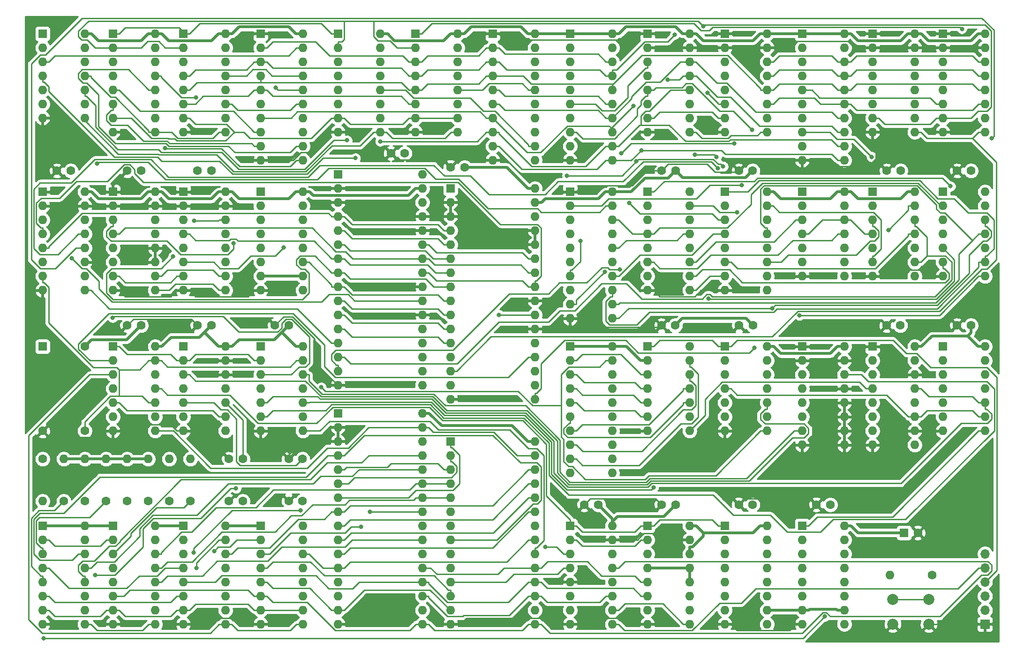
<source format=gtl>
G04 #@! TF.GenerationSoftware,KiCad,Pcbnew,(5.1.5)-3*
G04 #@! TF.CreationDate,2021-01-31T16:43:36+01:00*
G04 #@! TF.ProjectId,8-Bit CPU 32k,382d4269-7420-4435-9055-2033326b2e6b,rev?*
G04 #@! TF.SameCoordinates,Original*
G04 #@! TF.FileFunction,Copper,L1,Top*
G04 #@! TF.FilePolarity,Positive*
%FSLAX46Y46*%
G04 Gerber Fmt 4.6, Leading zero omitted, Abs format (unit mm)*
G04 Created by KiCad (PCBNEW (5.1.5)-3) date 2021-01-31 16:43:36*
%MOMM*%
%LPD*%
G04 APERTURE LIST*
%ADD10C,2.000000*%
%ADD11C,1.600000*%
%ADD12R,1.600000X1.600000*%
%ADD13O,1.600000X1.600000*%
%ADD14O,1.700000X1.700000*%
%ADD15R,1.700000X1.700000*%
%ADD16C,0.800000*%
%ADD17C,0.500000*%
%ADD18C,0.250000*%
%ADD19C,0.254000*%
G04 APERTURE END LIST*
D10*
X197970000Y-152400000D03*
X197970000Y-147900000D03*
X204470000Y-152400000D03*
X204470000Y-147900000D03*
D11*
X44450000Y-117475000D03*
X52070000Y-117475000D03*
X52070000Y-102235000D03*
D12*
X44450000Y-102235000D03*
D13*
X91440000Y-102235000D03*
X83820000Y-117475000D03*
X91440000Y-104775000D03*
X83820000Y-114935000D03*
X91440000Y-107315000D03*
X83820000Y-112395000D03*
X91440000Y-109855000D03*
X83820000Y-109855000D03*
X91440000Y-112395000D03*
X83820000Y-107315000D03*
X91440000Y-114935000D03*
X83820000Y-104775000D03*
X91440000Y-117475000D03*
D12*
X83820000Y-102235000D03*
D13*
X197485000Y-143510000D03*
D11*
X205105000Y-143510000D03*
X202525000Y-135890000D03*
D12*
X200025000Y-135890000D03*
D11*
X142280000Y-130810000D03*
X144780000Y-130810000D03*
X59730000Y-70485000D03*
X62230000Y-70485000D03*
X170180000Y-130810000D03*
X172680000Y-130810000D03*
X118150000Y-69850000D03*
X120650000Y-69850000D03*
X196890000Y-70485000D03*
X199390000Y-70485000D03*
X72430000Y-70485000D03*
X74930000Y-70485000D03*
X184190000Y-130810000D03*
X186690000Y-130810000D03*
X156250000Y-130810000D03*
X158750000Y-130810000D03*
X196850000Y-98425000D03*
X199350000Y-98425000D03*
X156210000Y-98425000D03*
X158710000Y-98425000D03*
X72430000Y-98425000D03*
X74930000Y-98425000D03*
X170180000Y-70485000D03*
X172680000Y-70485000D03*
X47030000Y-70485000D03*
X49530000Y-70485000D03*
X156250000Y-70485000D03*
X158750000Y-70485000D03*
X170220000Y-98425000D03*
X172720000Y-98425000D03*
X209590000Y-98425000D03*
X212090000Y-98425000D03*
X86400000Y-98425000D03*
X88900000Y-98425000D03*
X107355000Y-67310000D03*
X109855000Y-67310000D03*
X59730000Y-98425000D03*
X62230000Y-98425000D03*
X209590000Y-70485000D03*
X212090000Y-70485000D03*
D13*
X64770000Y-102235000D03*
X57150000Y-117475000D03*
X64770000Y-104775000D03*
X57150000Y-114935000D03*
X64770000Y-107315000D03*
X57150000Y-112395000D03*
X64770000Y-109855000D03*
X57150000Y-109855000D03*
X64770000Y-112395000D03*
X57150000Y-107315000D03*
X64770000Y-114935000D03*
X57150000Y-104775000D03*
X64770000Y-117475000D03*
D12*
X57150000Y-102235000D03*
D13*
X77470000Y-102235000D03*
X69850000Y-117475000D03*
X77470000Y-104775000D03*
X69850000Y-114935000D03*
X77470000Y-107315000D03*
X69850000Y-112395000D03*
X77470000Y-109855000D03*
X69850000Y-109855000D03*
X77470000Y-112395000D03*
X69850000Y-107315000D03*
X77470000Y-114935000D03*
X69850000Y-104775000D03*
X77470000Y-117475000D03*
D12*
X69850000Y-102235000D03*
D11*
X91400000Y-130175000D03*
X88900000Y-130175000D03*
X80605000Y-130175000D03*
X78105000Y-130175000D03*
X91400000Y-122555000D03*
X88900000Y-122555000D03*
X80605000Y-122555000D03*
X78105000Y-122555000D03*
D13*
X214630000Y-74295000D03*
X207010000Y-89535000D03*
X214630000Y-76835000D03*
X207010000Y-86995000D03*
X214630000Y-79375000D03*
X207010000Y-84455000D03*
X214630000Y-81915000D03*
X207010000Y-81915000D03*
X214630000Y-84455000D03*
X207010000Y-79375000D03*
X214630000Y-86995000D03*
X207010000Y-76835000D03*
X214630000Y-89535000D03*
D12*
X207010000Y-74295000D03*
D13*
X214630000Y-102235000D03*
X207010000Y-117475000D03*
X214630000Y-104775000D03*
X207010000Y-114935000D03*
X214630000Y-107315000D03*
X207010000Y-112395000D03*
X214630000Y-109855000D03*
X207010000Y-109855000D03*
X214630000Y-112395000D03*
X207010000Y-107315000D03*
X214630000Y-114935000D03*
X207010000Y-104775000D03*
X214630000Y-117475000D03*
D12*
X207010000Y-102235000D03*
D13*
X161290000Y-102235000D03*
X153670000Y-117475000D03*
X161290000Y-104775000D03*
X153670000Y-114935000D03*
X161290000Y-107315000D03*
X153670000Y-112395000D03*
X161290000Y-109855000D03*
X153670000Y-109855000D03*
X161290000Y-112395000D03*
X153670000Y-107315000D03*
X161290000Y-114935000D03*
X153670000Y-104775000D03*
X161290000Y-117475000D03*
D12*
X153670000Y-102235000D03*
D14*
X214630000Y-139700000D03*
X214630000Y-142240000D03*
X214630000Y-144780000D03*
X214630000Y-147320000D03*
X214630000Y-149860000D03*
D15*
X214630000Y-152400000D03*
D11*
X44450000Y-122555000D03*
D13*
X44450000Y-130175000D03*
D11*
X48260000Y-130175000D03*
D13*
X48260000Y-122555000D03*
X52070000Y-122555000D03*
D11*
X52070000Y-130175000D03*
X55880000Y-130175000D03*
D13*
X55880000Y-122555000D03*
X59690000Y-122555000D03*
D11*
X59690000Y-130175000D03*
D13*
X63500000Y-122555000D03*
D11*
X63500000Y-130175000D03*
X67310000Y-130175000D03*
D13*
X67310000Y-122555000D03*
D11*
X71120000Y-130175000D03*
D13*
X71120000Y-122555000D03*
X161290000Y-45720000D03*
X153670000Y-63500000D03*
X161290000Y-48260000D03*
X153670000Y-60960000D03*
X161290000Y-50800000D03*
X153670000Y-58420000D03*
X161290000Y-53340000D03*
X153670000Y-55880000D03*
X161290000Y-55880000D03*
X153670000Y-53340000D03*
X161290000Y-58420000D03*
X153670000Y-50800000D03*
X161290000Y-60960000D03*
X153670000Y-48260000D03*
X161290000Y-63500000D03*
D12*
X153670000Y-45720000D03*
X167640000Y-45720000D03*
D13*
X175260000Y-63500000D03*
X167640000Y-48260000D03*
X175260000Y-60960000D03*
X167640000Y-50800000D03*
X175260000Y-58420000D03*
X167640000Y-53340000D03*
X175260000Y-55880000D03*
X167640000Y-55880000D03*
X175260000Y-53340000D03*
X167640000Y-58420000D03*
X175260000Y-50800000D03*
X167640000Y-60960000D03*
X175260000Y-48260000D03*
X167640000Y-63500000D03*
X175260000Y-45720000D03*
X147320000Y-45720000D03*
X139700000Y-68580000D03*
X147320000Y-48260000D03*
X139700000Y-66040000D03*
X147320000Y-50800000D03*
X139700000Y-63500000D03*
X147320000Y-53340000D03*
X139700000Y-60960000D03*
X147320000Y-55880000D03*
X139700000Y-58420000D03*
X147320000Y-58420000D03*
X139700000Y-55880000D03*
X147320000Y-60960000D03*
X139700000Y-53340000D03*
X147320000Y-63500000D03*
X139700000Y-50800000D03*
X147320000Y-66040000D03*
X139700000Y-48260000D03*
X147320000Y-68580000D03*
D12*
X139700000Y-45720000D03*
D13*
X52070000Y-74295000D03*
X44450000Y-92075000D03*
X52070000Y-76835000D03*
X44450000Y-89535000D03*
X52070000Y-79375000D03*
X44450000Y-86995000D03*
X52070000Y-81915000D03*
X44450000Y-84455000D03*
X52070000Y-84455000D03*
X44450000Y-81915000D03*
X52070000Y-86995000D03*
X44450000Y-79375000D03*
X52070000Y-89535000D03*
X44450000Y-76835000D03*
X52070000Y-92075000D03*
D12*
X44450000Y-74295000D03*
D13*
X64770000Y-74295000D03*
X57150000Y-92075000D03*
X64770000Y-76835000D03*
X57150000Y-89535000D03*
X64770000Y-79375000D03*
X57150000Y-86995000D03*
X64770000Y-81915000D03*
X57150000Y-84455000D03*
X64770000Y-84455000D03*
X57150000Y-81915000D03*
X64770000Y-86995000D03*
X57150000Y-79375000D03*
X64770000Y-89535000D03*
X57150000Y-76835000D03*
X64770000Y-92075000D03*
D12*
X57150000Y-74295000D03*
X69850000Y-74295000D03*
D13*
X77470000Y-92075000D03*
X69850000Y-76835000D03*
X77470000Y-89535000D03*
X69850000Y-79375000D03*
X77470000Y-86995000D03*
X69850000Y-81915000D03*
X77470000Y-84455000D03*
X69850000Y-84455000D03*
X77470000Y-81915000D03*
X69850000Y-86995000D03*
X77470000Y-79375000D03*
X69850000Y-89535000D03*
X77470000Y-76835000D03*
X69850000Y-92075000D03*
X77470000Y-74295000D03*
D12*
X83820000Y-74295000D03*
D13*
X91440000Y-92075000D03*
X83820000Y-76835000D03*
X91440000Y-89535000D03*
X83820000Y-79375000D03*
X91440000Y-86995000D03*
X83820000Y-81915000D03*
X91440000Y-84455000D03*
X83820000Y-84455000D03*
X91440000Y-81915000D03*
X83820000Y-86995000D03*
X91440000Y-79375000D03*
X83820000Y-89535000D03*
X91440000Y-76835000D03*
X83820000Y-92075000D03*
X91440000Y-74295000D03*
X201930000Y-74295000D03*
X194310000Y-89535000D03*
X201930000Y-76835000D03*
X194310000Y-86995000D03*
X201930000Y-79375000D03*
X194310000Y-84455000D03*
X201930000Y-81915000D03*
X194310000Y-81915000D03*
X201930000Y-84455000D03*
X194310000Y-79375000D03*
X201930000Y-86995000D03*
X194310000Y-76835000D03*
X201930000Y-89535000D03*
D12*
X194310000Y-74295000D03*
X167640000Y-74295000D03*
D13*
X175260000Y-92075000D03*
X167640000Y-76835000D03*
X175260000Y-89535000D03*
X167640000Y-79375000D03*
X175260000Y-86995000D03*
X167640000Y-81915000D03*
X175260000Y-84455000D03*
X167640000Y-84455000D03*
X175260000Y-81915000D03*
X167640000Y-86995000D03*
X175260000Y-79375000D03*
X167640000Y-89535000D03*
X175260000Y-76835000D03*
X167640000Y-92075000D03*
X175260000Y-74295000D03*
D12*
X153670000Y-74295000D03*
D13*
X161290000Y-92075000D03*
X153670000Y-76835000D03*
X161290000Y-89535000D03*
X153670000Y-79375000D03*
X161290000Y-86995000D03*
X153670000Y-81915000D03*
X161290000Y-84455000D03*
X153670000Y-84455000D03*
X161290000Y-81915000D03*
X153670000Y-86995000D03*
X161290000Y-79375000D03*
X153670000Y-89535000D03*
X161290000Y-76835000D03*
X153670000Y-92075000D03*
X161290000Y-74295000D03*
X147320000Y-74295000D03*
X139700000Y-97155000D03*
X147320000Y-76835000D03*
X139700000Y-94615000D03*
X147320000Y-79375000D03*
X139700000Y-92075000D03*
X147320000Y-81915000D03*
X139700000Y-89535000D03*
X147320000Y-84455000D03*
X139700000Y-86995000D03*
X147320000Y-86995000D03*
X139700000Y-84455000D03*
X147320000Y-89535000D03*
X139700000Y-81915000D03*
X147320000Y-92075000D03*
X139700000Y-79375000D03*
X147320000Y-94615000D03*
X139700000Y-76835000D03*
X147320000Y-97155000D03*
D12*
X139700000Y-74295000D03*
X181610000Y-74295000D03*
D13*
X189230000Y-89535000D03*
X181610000Y-76835000D03*
X189230000Y-86995000D03*
X181610000Y-79375000D03*
X189230000Y-84455000D03*
X181610000Y-81915000D03*
X189230000Y-81915000D03*
X181610000Y-84455000D03*
X189230000Y-79375000D03*
X181610000Y-86995000D03*
X189230000Y-76835000D03*
X181610000Y-89535000D03*
X189230000Y-74295000D03*
D12*
X194310000Y-45720000D03*
D13*
X201930000Y-63500000D03*
X194310000Y-48260000D03*
X201930000Y-60960000D03*
X194310000Y-50800000D03*
X201930000Y-58420000D03*
X194310000Y-53340000D03*
X201930000Y-55880000D03*
X194310000Y-55880000D03*
X201930000Y-53340000D03*
X194310000Y-58420000D03*
X201930000Y-50800000D03*
X194310000Y-60960000D03*
X201930000Y-48260000D03*
X194310000Y-63500000D03*
X201930000Y-45720000D03*
X214630000Y-45720000D03*
X207010000Y-63500000D03*
X214630000Y-48260000D03*
X207010000Y-60960000D03*
X214630000Y-50800000D03*
X207010000Y-58420000D03*
X214630000Y-53340000D03*
X207010000Y-55880000D03*
X214630000Y-55880000D03*
X207010000Y-53340000D03*
X214630000Y-58420000D03*
X207010000Y-50800000D03*
X214630000Y-60960000D03*
X207010000Y-48260000D03*
X214630000Y-63500000D03*
D12*
X207010000Y-45720000D03*
X181610000Y-45720000D03*
D13*
X189230000Y-68580000D03*
X181610000Y-48260000D03*
X189230000Y-66040000D03*
X181610000Y-50800000D03*
X189230000Y-63500000D03*
X181610000Y-53340000D03*
X189230000Y-60960000D03*
X181610000Y-55880000D03*
X189230000Y-58420000D03*
X181610000Y-58420000D03*
X189230000Y-55880000D03*
X181610000Y-60960000D03*
X189230000Y-53340000D03*
X181610000Y-63500000D03*
X189230000Y-50800000D03*
X181610000Y-66040000D03*
X189230000Y-48260000D03*
X181610000Y-68580000D03*
X189230000Y-45720000D03*
X52070000Y-134620000D03*
X44450000Y-152400000D03*
X52070000Y-137160000D03*
X44450000Y-149860000D03*
X52070000Y-139700000D03*
X44450000Y-147320000D03*
X52070000Y-142240000D03*
X44450000Y-144780000D03*
X52070000Y-144780000D03*
X44450000Y-142240000D03*
X52070000Y-147320000D03*
X44450000Y-139700000D03*
X52070000Y-149860000D03*
X44450000Y-137160000D03*
X52070000Y-152400000D03*
D12*
X44450000Y-134620000D03*
X57150000Y-134620000D03*
D13*
X64770000Y-152400000D03*
X57150000Y-137160000D03*
X64770000Y-149860000D03*
X57150000Y-139700000D03*
X64770000Y-147320000D03*
X57150000Y-142240000D03*
X64770000Y-144780000D03*
X57150000Y-144780000D03*
X64770000Y-142240000D03*
X57150000Y-147320000D03*
X64770000Y-139700000D03*
X57150000Y-149860000D03*
X64770000Y-137160000D03*
X57150000Y-152400000D03*
X64770000Y-134620000D03*
X77470000Y-134620000D03*
X69850000Y-152400000D03*
X77470000Y-137160000D03*
X69850000Y-149860000D03*
X77470000Y-139700000D03*
X69850000Y-147320000D03*
X77470000Y-142240000D03*
X69850000Y-144780000D03*
X77470000Y-144780000D03*
X69850000Y-142240000D03*
X77470000Y-147320000D03*
X69850000Y-139700000D03*
X77470000Y-149860000D03*
X69850000Y-137160000D03*
X77470000Y-152400000D03*
D12*
X69850000Y-134620000D03*
X118110000Y-119380000D03*
D13*
X133350000Y-152400000D03*
X118110000Y-121920000D03*
X133350000Y-149860000D03*
X118110000Y-124460000D03*
X133350000Y-147320000D03*
X118110000Y-127000000D03*
X133350000Y-144780000D03*
X118110000Y-129540000D03*
X133350000Y-142240000D03*
X118110000Y-132080000D03*
X133350000Y-139700000D03*
X118110000Y-134620000D03*
X133350000Y-137160000D03*
X118110000Y-137160000D03*
X133350000Y-134620000D03*
X118110000Y-139700000D03*
X133350000Y-132080000D03*
X118110000Y-142240000D03*
X133350000Y-129540000D03*
X118110000Y-144780000D03*
X133350000Y-127000000D03*
X118110000Y-147320000D03*
X133350000Y-124460000D03*
X118110000Y-149860000D03*
X133350000Y-121920000D03*
X118110000Y-152400000D03*
X133350000Y-119380000D03*
D12*
X83820000Y-134620000D03*
D13*
X91440000Y-152400000D03*
X83820000Y-137160000D03*
X91440000Y-149860000D03*
X83820000Y-139700000D03*
X91440000Y-147320000D03*
X83820000Y-142240000D03*
X91440000Y-144780000D03*
X83820000Y-144780000D03*
X91440000Y-142240000D03*
X83820000Y-147320000D03*
X91440000Y-139700000D03*
X83820000Y-149860000D03*
X91440000Y-137160000D03*
X83820000Y-152400000D03*
X91440000Y-134620000D03*
X189230000Y-134620000D03*
X181610000Y-152400000D03*
X189230000Y-137160000D03*
X181610000Y-149860000D03*
X189230000Y-139700000D03*
X181610000Y-147320000D03*
X189230000Y-142240000D03*
X181610000Y-144780000D03*
X189230000Y-144780000D03*
X181610000Y-142240000D03*
X189230000Y-147320000D03*
X181610000Y-139700000D03*
X189230000Y-149860000D03*
X181610000Y-137160000D03*
X189230000Y-152400000D03*
D12*
X181610000Y-134620000D03*
D13*
X175260000Y-134620000D03*
X167640000Y-152400000D03*
X175260000Y-137160000D03*
X167640000Y-149860000D03*
X175260000Y-139700000D03*
X167640000Y-147320000D03*
X175260000Y-142240000D03*
X167640000Y-144780000D03*
X175260000Y-144780000D03*
X167640000Y-142240000D03*
X175260000Y-147320000D03*
X167640000Y-139700000D03*
X175260000Y-149860000D03*
X167640000Y-137160000D03*
X175260000Y-152400000D03*
D12*
X167640000Y-134620000D03*
X139700000Y-134620000D03*
D13*
X147320000Y-152400000D03*
X139700000Y-137160000D03*
X147320000Y-149860000D03*
X139700000Y-139700000D03*
X147320000Y-147320000D03*
X139700000Y-142240000D03*
X147320000Y-144780000D03*
X139700000Y-144780000D03*
X147320000Y-142240000D03*
X139700000Y-147320000D03*
X147320000Y-139700000D03*
X139700000Y-149860000D03*
X147320000Y-137160000D03*
X139700000Y-152400000D03*
X147320000Y-134620000D03*
X161290000Y-134620000D03*
X153670000Y-152400000D03*
X161290000Y-137160000D03*
X153670000Y-149860000D03*
X161290000Y-139700000D03*
X153670000Y-147320000D03*
X161290000Y-142240000D03*
X153670000Y-144780000D03*
X161290000Y-144780000D03*
X153670000Y-142240000D03*
X161290000Y-147320000D03*
X153670000Y-139700000D03*
X161290000Y-149860000D03*
X153670000Y-137160000D03*
X161290000Y-152400000D03*
D12*
X153670000Y-134620000D03*
D13*
X64770000Y-45720000D03*
X57150000Y-63500000D03*
X64770000Y-48260000D03*
X57150000Y-60960000D03*
X64770000Y-50800000D03*
X57150000Y-58420000D03*
X64770000Y-53340000D03*
X57150000Y-55880000D03*
X64770000Y-55880000D03*
X57150000Y-53340000D03*
X64770000Y-58420000D03*
X57150000Y-50800000D03*
X64770000Y-60960000D03*
X57150000Y-48260000D03*
X64770000Y-63500000D03*
D12*
X57150000Y-45720000D03*
X44450000Y-45720000D03*
D13*
X52070000Y-60960000D03*
X44450000Y-48260000D03*
X52070000Y-58420000D03*
X44450000Y-50800000D03*
X52070000Y-55880000D03*
X44450000Y-53340000D03*
X52070000Y-53340000D03*
X44450000Y-55880000D03*
X52070000Y-50800000D03*
X44450000Y-58420000D03*
X52070000Y-48260000D03*
X44450000Y-60960000D03*
X52070000Y-45720000D03*
D12*
X69850000Y-45720000D03*
D13*
X77470000Y-63500000D03*
X69850000Y-48260000D03*
X77470000Y-60960000D03*
X69850000Y-50800000D03*
X77470000Y-58420000D03*
X69850000Y-53340000D03*
X77470000Y-55880000D03*
X69850000Y-55880000D03*
X77470000Y-53340000D03*
X69850000Y-58420000D03*
X77470000Y-50800000D03*
X69850000Y-60960000D03*
X77470000Y-48260000D03*
X69850000Y-63500000D03*
X77470000Y-45720000D03*
D12*
X83820000Y-45720000D03*
D13*
X91440000Y-68580000D03*
X83820000Y-48260000D03*
X91440000Y-66040000D03*
X83820000Y-50800000D03*
X91440000Y-63500000D03*
X83820000Y-53340000D03*
X91440000Y-60960000D03*
X83820000Y-55880000D03*
X91440000Y-58420000D03*
X83820000Y-58420000D03*
X91440000Y-55880000D03*
X83820000Y-60960000D03*
X91440000Y-53340000D03*
X83820000Y-63500000D03*
X91440000Y-50800000D03*
X83820000Y-66040000D03*
X91440000Y-48260000D03*
X83820000Y-68580000D03*
X91440000Y-45720000D03*
X105410000Y-45720000D03*
X97790000Y-63500000D03*
X105410000Y-48260000D03*
X97790000Y-60960000D03*
X105410000Y-50800000D03*
X97790000Y-58420000D03*
X105410000Y-53340000D03*
X97790000Y-55880000D03*
X105410000Y-55880000D03*
X97790000Y-53340000D03*
X105410000Y-58420000D03*
X97790000Y-50800000D03*
X105410000Y-60960000D03*
X97790000Y-48260000D03*
X105410000Y-63500000D03*
D12*
X97790000Y-45720000D03*
X111760000Y-45720000D03*
D13*
X119380000Y-63500000D03*
X111760000Y-48260000D03*
X119380000Y-60960000D03*
X111760000Y-50800000D03*
X119380000Y-58420000D03*
X111760000Y-53340000D03*
X119380000Y-55880000D03*
X111760000Y-55880000D03*
X119380000Y-53340000D03*
X111760000Y-58420000D03*
X119380000Y-50800000D03*
X111760000Y-60960000D03*
X119380000Y-48260000D03*
X111760000Y-63500000D03*
X119380000Y-45720000D03*
D12*
X125730000Y-45720000D03*
D13*
X133350000Y-68580000D03*
X125730000Y-48260000D03*
X133350000Y-66040000D03*
X125730000Y-50800000D03*
X133350000Y-63500000D03*
X125730000Y-53340000D03*
X133350000Y-60960000D03*
X125730000Y-55880000D03*
X133350000Y-58420000D03*
X125730000Y-58420000D03*
X133350000Y-55880000D03*
X125730000Y-60960000D03*
X133350000Y-53340000D03*
X125730000Y-63500000D03*
X133350000Y-50800000D03*
X125730000Y-66040000D03*
X133350000Y-48260000D03*
X125730000Y-68580000D03*
X133350000Y-45720000D03*
D12*
X97790000Y-114300000D03*
D13*
X113030000Y-152400000D03*
X97790000Y-116840000D03*
X113030000Y-149860000D03*
X97790000Y-119380000D03*
X113030000Y-147320000D03*
X97790000Y-121920000D03*
X113030000Y-144780000D03*
X97790000Y-124460000D03*
X113030000Y-142240000D03*
X97790000Y-127000000D03*
X113030000Y-139700000D03*
X97790000Y-129540000D03*
X113030000Y-137160000D03*
X97790000Y-132080000D03*
X113030000Y-134620000D03*
X97790000Y-134620000D03*
X113030000Y-132080000D03*
X97790000Y-137160000D03*
X113030000Y-129540000D03*
X97790000Y-139700000D03*
X113030000Y-127000000D03*
X97790000Y-142240000D03*
X113030000Y-124460000D03*
X97790000Y-144780000D03*
X113030000Y-121920000D03*
X97790000Y-147320000D03*
X113030000Y-119380000D03*
X97790000Y-149860000D03*
X113030000Y-116840000D03*
X97790000Y-152400000D03*
X113030000Y-114300000D03*
D12*
X167640000Y-102235000D03*
D13*
X175260000Y-117475000D03*
X167640000Y-104775000D03*
X175260000Y-114935000D03*
X167640000Y-107315000D03*
X175260000Y-112395000D03*
X167640000Y-109855000D03*
X175260000Y-109855000D03*
X167640000Y-112395000D03*
X175260000Y-107315000D03*
X167640000Y-114935000D03*
X175260000Y-104775000D03*
X167640000Y-117475000D03*
X175260000Y-102235000D03*
D12*
X139700000Y-102235000D03*
D13*
X147320000Y-125095000D03*
X139700000Y-104775000D03*
X147320000Y-122555000D03*
X139700000Y-107315000D03*
X147320000Y-120015000D03*
X139700000Y-109855000D03*
X147320000Y-117475000D03*
X139700000Y-112395000D03*
X147320000Y-114935000D03*
X139700000Y-114935000D03*
X147320000Y-112395000D03*
X139700000Y-117475000D03*
X147320000Y-109855000D03*
X139700000Y-120015000D03*
X147320000Y-107315000D03*
X139700000Y-122555000D03*
X147320000Y-104775000D03*
X139700000Y-125095000D03*
X147320000Y-102235000D03*
X113030000Y-71120000D03*
X97790000Y-109220000D03*
X113030000Y-73660000D03*
X97790000Y-106680000D03*
X113030000Y-76200000D03*
X97790000Y-104140000D03*
X113030000Y-78740000D03*
X97790000Y-101600000D03*
X113030000Y-81280000D03*
X97790000Y-99060000D03*
X113030000Y-83820000D03*
X97790000Y-96520000D03*
X113030000Y-86360000D03*
X97790000Y-93980000D03*
X113030000Y-88900000D03*
X97790000Y-91440000D03*
X113030000Y-91440000D03*
X97790000Y-88900000D03*
X113030000Y-93980000D03*
X97790000Y-86360000D03*
X113030000Y-96520000D03*
X97790000Y-83820000D03*
X113030000Y-99060000D03*
X97790000Y-81280000D03*
X113030000Y-101600000D03*
X97790000Y-78740000D03*
X113030000Y-104140000D03*
X97790000Y-76200000D03*
X113030000Y-106680000D03*
X97790000Y-73660000D03*
X113030000Y-109220000D03*
D12*
X97790000Y-71120000D03*
X118110000Y-73660000D03*
D13*
X133350000Y-111760000D03*
X118110000Y-76200000D03*
X133350000Y-109220000D03*
X118110000Y-78740000D03*
X133350000Y-106680000D03*
X118110000Y-81280000D03*
X133350000Y-104140000D03*
X118110000Y-83820000D03*
X133350000Y-101600000D03*
X118110000Y-86360000D03*
X133350000Y-99060000D03*
X118110000Y-88900000D03*
X133350000Y-96520000D03*
X118110000Y-91440000D03*
X133350000Y-93980000D03*
X118110000Y-93980000D03*
X133350000Y-91440000D03*
X118110000Y-96520000D03*
X133350000Y-88900000D03*
X118110000Y-99060000D03*
X133350000Y-86360000D03*
X118110000Y-101600000D03*
X133350000Y-83820000D03*
X118110000Y-104140000D03*
X133350000Y-81280000D03*
X118110000Y-106680000D03*
X133350000Y-78740000D03*
X118110000Y-109220000D03*
X133350000Y-76200000D03*
X118110000Y-111760000D03*
X133350000Y-73660000D03*
X189230000Y-102235000D03*
X181610000Y-120015000D03*
X189230000Y-104775000D03*
X181610000Y-117475000D03*
X189230000Y-107315000D03*
X181610000Y-114935000D03*
X189230000Y-109855000D03*
X181610000Y-112395000D03*
X189230000Y-112395000D03*
X181610000Y-109855000D03*
X189230000Y-114935000D03*
X181610000Y-107315000D03*
X189230000Y-117475000D03*
X181610000Y-104775000D03*
X189230000Y-120015000D03*
D12*
X181610000Y-102235000D03*
X194310000Y-102235000D03*
D13*
X201930000Y-120015000D03*
X194310000Y-104775000D03*
X201930000Y-117475000D03*
X194310000Y-107315000D03*
X201930000Y-114935000D03*
X194310000Y-109855000D03*
X201930000Y-112395000D03*
X194310000Y-112395000D03*
X201930000Y-109855000D03*
X194310000Y-114935000D03*
X201930000Y-107315000D03*
X194310000Y-117475000D03*
X201930000Y-104775000D03*
X194310000Y-120015000D03*
X201930000Y-102235000D03*
D16*
X152574700Y-66772300D03*
X145970200Y-88703700D03*
X105416300Y-65170700D03*
X157367200Y-54062100D03*
X151139800Y-58765300D03*
X141549400Y-83160700D03*
X169348700Y-65580600D03*
X148913100Y-67360000D03*
X135218100Y-138427800D03*
X158642100Y-45869400D03*
X71796300Y-79487000D03*
X101997300Y-134764700D03*
X170709100Y-73095300D03*
X75444300Y-139164400D03*
X163805000Y-44417300D03*
X79382900Y-127879100D03*
X53995000Y-143510000D03*
X167361100Y-69699000D03*
X139161200Y-71359800D03*
X151669300Y-68788800D03*
X172548400Y-63080000D03*
X150399800Y-76332900D03*
X166169600Y-67968400D03*
X162205500Y-67604000D03*
X172999200Y-102462600D03*
X164518800Y-56367600D03*
X185684500Y-151014000D03*
X44624800Y-154934000D03*
X166360700Y-70001100D03*
X215863500Y-64641900D03*
X176183900Y-95326400D03*
X49702500Y-86255600D03*
X126845700Y-96520000D03*
X54264700Y-69194400D03*
X78927500Y-83540400D03*
X87954800Y-84352000D03*
X148737000Y-88285800D03*
X197176100Y-81219700D03*
X194159700Y-67972100D03*
X181132800Y-96610800D03*
X208422800Y-73281900D03*
X164703300Y-93592300D03*
X169881600Y-77988900D03*
X72216100Y-142292100D03*
X103588300Y-132080000D03*
X91069000Y-131833300D03*
X71774400Y-139448700D03*
X72151200Y-57278200D03*
X66558200Y-66384400D03*
X86589000Y-55462900D03*
X154774300Y-127671400D03*
X99459900Y-64987200D03*
X100956700Y-68205700D03*
X94784500Y-109601500D03*
X57111000Y-97016600D03*
X210474400Y-44845500D03*
X68044500Y-85963200D03*
D17*
X158750000Y-70485000D02*
X160008400Y-71743400D01*
X160008400Y-71743400D02*
X171421600Y-71743400D01*
X171421600Y-71743400D02*
X172680000Y-70485000D01*
X147320000Y-74295000D02*
X150754100Y-74295000D01*
X150754100Y-74295000D02*
X153254500Y-71794600D01*
X153254500Y-71794600D02*
X157440400Y-71794600D01*
X157440400Y-71794600D02*
X158750000Y-70485000D01*
X146694900Y-74295000D02*
X147320000Y-74295000D01*
X91440000Y-74295000D02*
X92690300Y-74295000D01*
X113030000Y-73660000D02*
X111779700Y-73660000D01*
X111779700Y-73660000D02*
X110523100Y-74916600D01*
X110523100Y-74916600D02*
X93311900Y-74916600D01*
X93311900Y-74916600D02*
X92690300Y-74295000D01*
X118129700Y-45720000D02*
X116879300Y-46970400D01*
X116879300Y-46970400D02*
X108010100Y-46970400D01*
X108010100Y-46970400D02*
X106759700Y-45720000D01*
X106759700Y-45720000D02*
X106660300Y-45720000D01*
X77470000Y-45720000D02*
X78720300Y-45720000D01*
X91440000Y-45720000D02*
X90189700Y-45720000D01*
X90189700Y-45720000D02*
X88939300Y-44469600D01*
X88939300Y-44469600D02*
X79970700Y-44469600D01*
X79970700Y-44469600D02*
X78720300Y-45720000D01*
X64770000Y-45720000D02*
X66020300Y-45720000D01*
X201930000Y-45720000D02*
X203180300Y-45720000D01*
X214630000Y-45720000D02*
X213379700Y-45720000D01*
X213379700Y-45720000D02*
X212129300Y-46970400D01*
X212129300Y-46970400D02*
X204430700Y-46970400D01*
X204430700Y-46970400D02*
X203180300Y-45720000D01*
X181610000Y-149860000D02*
X182860300Y-149860000D01*
X189230000Y-149860000D02*
X187979700Y-149860000D01*
X187979700Y-149860000D02*
X187833100Y-149713400D01*
X187833100Y-149713400D02*
X183006900Y-149713400D01*
X183006900Y-149713400D02*
X182860300Y-149860000D01*
X114280300Y-114300000D02*
X116528600Y-116548300D01*
X116528600Y-116548300D02*
X129268000Y-116548300D01*
X129268000Y-116548300D02*
X132099700Y-119380000D01*
X189230000Y-45720000D02*
X190480300Y-45720000D01*
X201930000Y-45720000D02*
X200679700Y-45720000D01*
X200679700Y-45720000D02*
X199429300Y-46970400D01*
X199429300Y-46970400D02*
X191730700Y-46970400D01*
X191730700Y-46970400D02*
X190480300Y-45720000D01*
X139700000Y-45720000D02*
X133350000Y-45720000D01*
X147320000Y-45720000D02*
X139700000Y-45720000D01*
X132099700Y-73660000D02*
X128289700Y-69850000D01*
X128289700Y-69850000D02*
X120650000Y-69850000D01*
X211495600Y-100350900D02*
X212090000Y-99756500D01*
X212090000Y-99756500D02*
X212090000Y-98425000D01*
X203180300Y-102235000D02*
X205064400Y-100350900D01*
X205064400Y-100350900D02*
X211495600Y-100350900D01*
X211495600Y-100350900D02*
X213379700Y-102235000D01*
X214630000Y-102235000D02*
X213379700Y-102235000D01*
X201930000Y-102235000D02*
X203180300Y-102235000D01*
X172720000Y-98425000D02*
X171460000Y-97165000D01*
X171460000Y-97165000D02*
X159970000Y-97165000D01*
X159970000Y-97165000D02*
X158710000Y-98425000D01*
X187979700Y-74295000D02*
X186729300Y-75545400D01*
X186729300Y-75545400D02*
X177760700Y-75545400D01*
X177760700Y-75545400D02*
X176510300Y-74295000D01*
X160039700Y-45720000D02*
X158789300Y-44469600D01*
X158789300Y-44469600D02*
X149820700Y-44469600D01*
X149820700Y-44469600D02*
X148570300Y-45720000D01*
X161290000Y-139700000D02*
X161290000Y-138449700D01*
X163790700Y-135870400D02*
X162540300Y-134620000D01*
X174009700Y-134620000D02*
X172759300Y-135870400D01*
X172759300Y-135870400D02*
X163790700Y-135870400D01*
X161290000Y-138449700D02*
X161837000Y-138449700D01*
X161837000Y-138449700D02*
X163790700Y-136496000D01*
X163790700Y-136496000D02*
X163790700Y-135870400D01*
X87639900Y-99685100D02*
X86340400Y-100984600D01*
X86340400Y-100984600D02*
X79970700Y-100984600D01*
X79970700Y-100984600D02*
X78720300Y-102235000D01*
X88900000Y-98425000D02*
X87639900Y-99685100D01*
X87639900Y-99685100D02*
X90189700Y-102235000D01*
X91440000Y-102235000D02*
X90189700Y-102235000D01*
X73669900Y-99685100D02*
X72777300Y-100577700D01*
X72777300Y-100577700D02*
X67677600Y-100577700D01*
X67677600Y-100577700D02*
X66020300Y-102235000D01*
X74930000Y-98425000D02*
X73669900Y-99685100D01*
X73669900Y-99685100D02*
X76219700Y-102235000D01*
X77470000Y-102235000D02*
X76219700Y-102235000D01*
X77470000Y-102235000D02*
X78720300Y-102235000D01*
X64770000Y-102235000D02*
X66020300Y-102235000D01*
X62230000Y-98425000D02*
X59670400Y-100984600D01*
X59670400Y-100984600D02*
X53320400Y-100984600D01*
X53320400Y-100984600D02*
X52070000Y-102235000D01*
X181610000Y-45720000D02*
X189230000Y-45720000D01*
X189230000Y-134620000D02*
X190480300Y-134620000D01*
X190480300Y-134620000D02*
X191750300Y-135890000D01*
X191750300Y-135890000D02*
X200065000Y-135890000D01*
X161290000Y-142240000D02*
X154920300Y-142240000D01*
X153670000Y-142240000D02*
X154920300Y-142240000D01*
X161290000Y-144780000D02*
X161290000Y-142240000D01*
X147320000Y-102235000D02*
X140950300Y-102235000D01*
X152419700Y-104775000D02*
X149879700Y-102235000D01*
X149879700Y-102235000D02*
X147320000Y-102235000D01*
X139700000Y-102235000D02*
X140950300Y-102235000D01*
X133350000Y-73660000D02*
X132099700Y-73660000D01*
X91440000Y-89535000D02*
X83820000Y-89535000D01*
X66020300Y-74295000D02*
X67270700Y-75545400D01*
X67270700Y-75545400D02*
X74969300Y-75545400D01*
X74969300Y-75545400D02*
X76219700Y-74295000D01*
X162540300Y-45720000D02*
X163790700Y-46970400D01*
X163790700Y-46970400D02*
X172759300Y-46970400D01*
X172759300Y-46970400D02*
X174009700Y-45720000D01*
X200679700Y-74295000D02*
X199429300Y-75545400D01*
X199429300Y-75545400D02*
X191730700Y-75545400D01*
X191730700Y-75545400D02*
X190480300Y-74295000D01*
X113030000Y-114300000D02*
X114280300Y-114300000D01*
X175260000Y-134620000D02*
X174009700Y-134620000D01*
X55880000Y-122555000D02*
X52070000Y-122555000D01*
X59690000Y-122555000D02*
X55880000Y-122555000D01*
X63500000Y-122555000D02*
X59690000Y-122555000D01*
X147320000Y-133882300D02*
X148283000Y-132919300D01*
X148283000Y-132919300D02*
X156640700Y-132919300D01*
X156640700Y-132919300D02*
X158750000Y-130810000D01*
X147320000Y-133882300D02*
X147320000Y-133369700D01*
X147320000Y-134620000D02*
X147320000Y-133882300D01*
X161290000Y-134620000D02*
X162540300Y-134620000D01*
X64770000Y-74295000D02*
X66020300Y-74295000D01*
X77470000Y-74295000D02*
X76219700Y-74295000D01*
X78095200Y-74295000D02*
X77470000Y-74295000D01*
X78095200Y-74295000D02*
X78720300Y-74295000D01*
X189230000Y-74295000D02*
X187979700Y-74295000D01*
X175260000Y-74295000D02*
X176510300Y-74295000D01*
X64770000Y-74295000D02*
X63519700Y-74295000D01*
X52070000Y-74295000D02*
X53320300Y-74295000D01*
X53320300Y-74295000D02*
X54570700Y-75545400D01*
X54570700Y-75545400D02*
X62269300Y-75545400D01*
X62269300Y-75545400D02*
X63519700Y-74295000D01*
X189230000Y-102235000D02*
X187979700Y-102235000D01*
X175260000Y-102235000D02*
X176510300Y-102235000D01*
X176510300Y-102235000D02*
X177760700Y-103485400D01*
X177760700Y-103485400D02*
X186729300Y-103485400D01*
X186729300Y-103485400D02*
X187979700Y-102235000D01*
X48260000Y-122555000D02*
X52070000Y-122555000D01*
X161290000Y-45720000D02*
X162540300Y-45720000D01*
X175260000Y-45720000D02*
X174009700Y-45720000D01*
X181610000Y-45720000D02*
X175260000Y-45720000D01*
X44450000Y-134620000D02*
X52070000Y-134620000D01*
X181610000Y-149860000D02*
X175260000Y-149860000D01*
X119380000Y-45720000D02*
X118129700Y-45720000D01*
X105410000Y-45720000D02*
X106660300Y-45720000D01*
X77470000Y-45720000D02*
X76219700Y-45720000D01*
X76219700Y-45720000D02*
X74969300Y-46970400D01*
X74969300Y-46970400D02*
X67270700Y-46970400D01*
X67270700Y-46970400D02*
X66020300Y-45720000D01*
X91440000Y-74295000D02*
X90189700Y-74295000D01*
X90189700Y-74295000D02*
X88939300Y-75545400D01*
X88939300Y-75545400D02*
X79970700Y-75545400D01*
X79970700Y-75545400D02*
X78720300Y-74295000D01*
X57150000Y-134620000D02*
X52070000Y-134620000D01*
X64770000Y-134620000D02*
X69850000Y-134620000D01*
X83820000Y-134620000D02*
X77470000Y-134620000D01*
X147320000Y-133369700D02*
X144780000Y-130829700D01*
X144780000Y-130829700D02*
X144780000Y-130810000D01*
X133350000Y-45720000D02*
X132099700Y-45720000D01*
X119380000Y-45720000D02*
X120630300Y-45720000D01*
X120630300Y-45720000D02*
X121880700Y-44469600D01*
X121880700Y-44469600D02*
X130849300Y-44469600D01*
X130849300Y-44469600D02*
X132099700Y-45720000D01*
X161290000Y-45720000D02*
X160039700Y-45720000D01*
X147320000Y-45720000D02*
X148570300Y-45720000D01*
X146694900Y-74295000D02*
X146069700Y-74295000D01*
X201930000Y-74295000D02*
X200679700Y-74295000D01*
X189230000Y-74295000D02*
X190480300Y-74295000D01*
X64770000Y-45720000D02*
X63519700Y-45720000D01*
X52070000Y-45720000D02*
X53320300Y-45720000D01*
X53320300Y-45720000D02*
X54570700Y-46970400D01*
X54570700Y-46970400D02*
X62269300Y-46970400D01*
X62269300Y-46970400D02*
X63519700Y-45720000D01*
X153670000Y-104775000D02*
X152419700Y-104775000D01*
X133350000Y-119380000D02*
X132099700Y-119380000D01*
X133350000Y-76200000D02*
X134600300Y-76200000D01*
X134600300Y-76200000D02*
X135254900Y-75545400D01*
X135254900Y-75545400D02*
X144819300Y-75545400D01*
X144819300Y-75545400D02*
X146069700Y-74295000D01*
D18*
X119235300Y-152400000D02*
X119872100Y-152400000D01*
X119872100Y-152400000D02*
X120997400Y-151274700D01*
X120997400Y-151274700D02*
X137449400Y-151274700D01*
X137449400Y-151274700D02*
X138574700Y-152400000D01*
X118110000Y-152400000D02*
X119235300Y-152400000D01*
X69850000Y-76835000D02*
X64770000Y-76835000D01*
X77470000Y-76835000D02*
X69850000Y-76835000D01*
X139700000Y-74295000D02*
X140825300Y-74295000D01*
X140825300Y-74295000D02*
X141950600Y-73169700D01*
X141950600Y-73169700D02*
X150894000Y-73169700D01*
X150894000Y-73169700D02*
X153578700Y-70485000D01*
X153578700Y-70485000D02*
X156250000Y-70485000D01*
X97790000Y-76200000D02*
X98915300Y-76200000D01*
X98915300Y-76200000D02*
X101455300Y-78740000D01*
X101455300Y-78740000D02*
X113030000Y-78740000D01*
X156250000Y-70485000D02*
X157447400Y-69287600D01*
X157447400Y-69287600D02*
X164425900Y-69287600D01*
X164425900Y-69287600D02*
X165867600Y-70729300D01*
X165867600Y-70729300D02*
X169935700Y-70729300D01*
X169935700Y-70729300D02*
X170180000Y-70485000D01*
X139700000Y-97155000D02*
X138574700Y-97155000D01*
X133350000Y-99060000D02*
X136669700Y-99060000D01*
X136669700Y-99060000D02*
X138574700Y-97155000D01*
X167640000Y-48260000D02*
X161290000Y-48260000D01*
X175260000Y-48260000D02*
X167640000Y-48260000D01*
X189230000Y-104775000D02*
X190355300Y-104775000D01*
X190355300Y-104775000D02*
X192895300Y-102235000D01*
X192895300Y-102235000D02*
X194310000Y-102235000D01*
X181610000Y-104775000D02*
X189230000Y-104775000D01*
X97790000Y-63500000D02*
X96664700Y-63500000D01*
X96664700Y-63500000D02*
X92999300Y-67165400D01*
X92999300Y-67165400D02*
X91092400Y-67165400D01*
X91092400Y-67165400D02*
X89677800Y-68580000D01*
X89677800Y-68580000D02*
X83820000Y-68580000D01*
X59730000Y-98425000D02*
X60863000Y-97292000D01*
X60863000Y-97292000D02*
X71297000Y-97292000D01*
X71297000Y-97292000D02*
X72430000Y-98425000D01*
X97790000Y-109220000D02*
X93614600Y-105044600D01*
X93614600Y-105044600D02*
X93614600Y-100861000D01*
X93614600Y-100861000D02*
X89593100Y-96839500D01*
X89593100Y-96839500D02*
X87985500Y-96839500D01*
X87985500Y-96839500D02*
X86400000Y-98425000D01*
X118110000Y-78740000D02*
X119235300Y-78740000D01*
X119235300Y-78740000D02*
X121775300Y-81280000D01*
X121775300Y-81280000D02*
X133350000Y-81280000D01*
X113030000Y-78740000D02*
X118110000Y-78740000D01*
X142280000Y-130810000D02*
X143405400Y-129684600D01*
X143405400Y-129684600D02*
X155124600Y-129684600D01*
X155124600Y-129684600D02*
X156250000Y-130810000D01*
X166514700Y-92075000D02*
X163369800Y-92075000D01*
X163369800Y-92075000D02*
X162244500Y-93200300D01*
X162244500Y-93200300D02*
X155920600Y-93200300D01*
X155920600Y-93200300D02*
X154795300Y-92075000D01*
X194310000Y-120015000D02*
X195435300Y-120015000D01*
X195435300Y-120015000D02*
X197975300Y-117475000D01*
X197975300Y-117475000D02*
X201930000Y-117475000D01*
X139700000Y-97155000D02*
X140825300Y-97155000D01*
X140825300Y-97155000D02*
X142444400Y-98774100D01*
X142444400Y-98774100D02*
X155860900Y-98774100D01*
X155860900Y-98774100D02*
X156210000Y-98425000D01*
X57150000Y-74295000D02*
X57150000Y-73169700D01*
X57150000Y-73169700D02*
X59730000Y-70589700D01*
X59730000Y-70589700D02*
X59730000Y-70485000D01*
X69850000Y-117475000D02*
X68724700Y-117475000D01*
X57150000Y-117475000D02*
X58275300Y-117475000D01*
X58275300Y-117475000D02*
X59400600Y-116349700D01*
X59400600Y-116349700D02*
X67599400Y-116349700D01*
X67599400Y-116349700D02*
X68724700Y-117475000D01*
X56587400Y-117475000D02*
X57150000Y-117475000D01*
X56587400Y-117475000D02*
X56024700Y-117475000D01*
X194810800Y-68405800D02*
X194914500Y-68302100D01*
X194914500Y-68302100D02*
X194914500Y-65229800D01*
X194914500Y-65229800D02*
X194310000Y-64625300D01*
X182735300Y-68580000D02*
X183865300Y-69710000D01*
X183865300Y-69710000D02*
X193506600Y-69710000D01*
X193506600Y-69710000D02*
X194810800Y-68405800D01*
X196890000Y-70485000D02*
X194810800Y-68405800D01*
X139700000Y-152400000D02*
X140825300Y-152400000D01*
X153670000Y-152400000D02*
X152544700Y-152400000D01*
X152544700Y-152400000D02*
X151419400Y-151274700D01*
X151419400Y-151274700D02*
X141950600Y-151274700D01*
X141950600Y-151274700D02*
X140825300Y-152400000D01*
X83820000Y-152400000D02*
X82694700Y-152400000D01*
X69850000Y-152400000D02*
X70975300Y-152400000D01*
X70975300Y-152400000D02*
X72100600Y-151274700D01*
X72100600Y-151274700D02*
X81569400Y-151274700D01*
X81569400Y-151274700D02*
X82694700Y-152400000D01*
X207010000Y-89535000D02*
X205884700Y-89535000D01*
X194310000Y-89535000D02*
X195435300Y-89535000D01*
X195435300Y-89535000D02*
X196560600Y-88409700D01*
X196560600Y-88409700D02*
X204759400Y-88409700D01*
X204759400Y-88409700D02*
X205884700Y-89535000D01*
X180484700Y-68580000D02*
X172085000Y-68580000D01*
X172085000Y-68580000D02*
X170180000Y-70485000D01*
X167640000Y-92075000D02*
X166514700Y-92075000D01*
X153670000Y-92075000D02*
X154795300Y-92075000D01*
X69850000Y-92075000D02*
X70975300Y-92075000D01*
X83820000Y-92075000D02*
X82694700Y-92075000D01*
X82694700Y-92075000D02*
X81569400Y-93200300D01*
X81569400Y-93200300D02*
X72100600Y-93200300D01*
X72100600Y-93200300D02*
X70975300Y-92075000D01*
X69850000Y-92075000D02*
X68724700Y-92075000D01*
X57150000Y-92075000D02*
X58275300Y-92075000D01*
X58275300Y-92075000D02*
X59400600Y-93200300D01*
X59400600Y-93200300D02*
X67599400Y-93200300D01*
X67599400Y-93200300D02*
X68724700Y-92075000D01*
X167640000Y-152400000D02*
X168765300Y-152400000D01*
X181610000Y-152400000D02*
X180484700Y-152400000D01*
X180484700Y-152400000D02*
X179359400Y-153525300D01*
X179359400Y-153525300D02*
X169890600Y-153525300D01*
X169890600Y-153525300D02*
X168765300Y-152400000D01*
X201930000Y-48260000D02*
X194310000Y-48260000D01*
X207010000Y-48260000D02*
X201930000Y-48260000D01*
X194310000Y-102235000D02*
X195435300Y-102235000D01*
X195435300Y-102235000D02*
X200515300Y-107315000D01*
X200515300Y-107315000D02*
X201930000Y-107315000D01*
X194310000Y-48260000D02*
X191069600Y-48260000D01*
X191069600Y-48260000D02*
X189917600Y-47108000D01*
X189917600Y-47108000D02*
X177537300Y-47108000D01*
X177537300Y-47108000D02*
X176385300Y-48260000D01*
X161290000Y-137160000D02*
X160164700Y-137160000D01*
X160164700Y-137160000D02*
X159031500Y-136026800D01*
X159031500Y-136026800D02*
X153041000Y-136026800D01*
X153041000Y-136026800D02*
X151907800Y-137160000D01*
X151907800Y-137160000D02*
X147320000Y-137160000D01*
X89062700Y-121592300D02*
X88900000Y-121755000D01*
X88900000Y-121755000D02*
X88900000Y-122555000D01*
X97790000Y-119380000D02*
X91275000Y-119380000D01*
X91275000Y-119380000D02*
X89062700Y-121592300D01*
X89062700Y-121592300D02*
X84945300Y-117475000D01*
X83820000Y-117475000D02*
X84945300Y-117475000D01*
X64770000Y-76835000D02*
X57150000Y-76835000D01*
X184190000Y-130810000D02*
X183064600Y-129684600D01*
X183064600Y-129684600D02*
X171305400Y-129684600D01*
X171305400Y-129684600D02*
X170180000Y-130810000D01*
X118150000Y-69850000D02*
X116781000Y-68481000D01*
X116781000Y-68481000D02*
X108526000Y-68481000D01*
X108526000Y-68481000D02*
X107355000Y-67310000D01*
X139700000Y-152400000D02*
X138574700Y-152400000D01*
X44450000Y-117475000D02*
X45631800Y-118656800D01*
X45631800Y-118656800D02*
X54842900Y-118656800D01*
X54842900Y-118656800D02*
X56024700Y-117475000D01*
X153670000Y-45720000D02*
X152544700Y-45720000D01*
X125730000Y-45720000D02*
X126855300Y-45720000D01*
X126855300Y-45720000D02*
X127980600Y-46845300D01*
X127980600Y-46845300D02*
X151419400Y-46845300D01*
X151419400Y-46845300D02*
X152544700Y-45720000D01*
X194310000Y-63500000D02*
X194310000Y-64625300D01*
X214630000Y-152400000D02*
X204470000Y-152400000D01*
X78105000Y-122555000D02*
X73025000Y-117475000D01*
X73025000Y-117475000D02*
X69850000Y-117475000D01*
X181610000Y-68580000D02*
X180484700Y-68580000D01*
X175260000Y-48260000D02*
X176385300Y-48260000D01*
X153670000Y-48260000D02*
X161290000Y-48260000D01*
X52070000Y-76835000D02*
X44450000Y-76835000D01*
X207010000Y-48260000D02*
X213504700Y-48260000D01*
X214630000Y-48260000D02*
X213504700Y-48260000D01*
X201930000Y-117475000D02*
X207010000Y-117475000D01*
X181610000Y-68580000D02*
X182735300Y-68580000D01*
X97790000Y-119380000D02*
X97790000Y-116840000D01*
X167640000Y-102235000D02*
X168765300Y-102235000D01*
X168765300Y-102235000D02*
X169890700Y-101109600D01*
X169890700Y-101109600D02*
X198036300Y-101109600D01*
X198036300Y-101109600D02*
X200431700Y-103505000D01*
X200431700Y-103505000D02*
X202299800Y-103505000D01*
X202299800Y-103505000D02*
X204839800Y-106045000D01*
X204839800Y-106045000D02*
X214984000Y-106045000D01*
X214984000Y-106045000D02*
X216763900Y-107824900D01*
X216763900Y-107824900D02*
X216763900Y-142646100D01*
X216763900Y-142646100D02*
X214630000Y-144780000D01*
X167077400Y-102235000D02*
X167640000Y-102235000D01*
X167077400Y-102235000D02*
X166514700Y-102235000D01*
X154795300Y-102235000D02*
X155920600Y-101109700D01*
X155920600Y-101109700D02*
X165389400Y-101109700D01*
X165389400Y-101109700D02*
X166514700Y-102235000D01*
X153670000Y-102235000D02*
X154795300Y-102235000D01*
X213454700Y-142240000D02*
X209715300Y-145979400D01*
X209715300Y-145979400D02*
X173271100Y-145979400D01*
X173271100Y-145979400D02*
X170660500Y-148590000D01*
X170660500Y-148590000D02*
X166723700Y-148590000D01*
X166723700Y-148590000D02*
X161777600Y-153536100D01*
X161777600Y-153536100D02*
X149581400Y-153536100D01*
X149581400Y-153536100D02*
X148445300Y-152400000D01*
X214630000Y-142240000D02*
X213454700Y-142240000D01*
X147320000Y-152400000D02*
X148445300Y-152400000D01*
X77470000Y-92075000D02*
X76344700Y-92075000D01*
X64770000Y-92075000D02*
X67314700Y-92075000D01*
X67314700Y-92075000D02*
X68440000Y-90949700D01*
X68440000Y-90949700D02*
X75219400Y-90949700D01*
X75219400Y-90949700D02*
X76344700Y-92075000D01*
X69850000Y-104775000D02*
X70975300Y-104775000D01*
X69850000Y-104775000D02*
X68724700Y-104775000D01*
X57150000Y-102235000D02*
X58275300Y-102235000D01*
X58275300Y-102235000D02*
X59690000Y-103649700D01*
X59690000Y-103649700D02*
X67599400Y-103649700D01*
X67599400Y-103649700D02*
X68724700Y-104775000D01*
X83820000Y-104775000D02*
X82694700Y-104775000D01*
X70975300Y-104775000D02*
X72100600Y-103649700D01*
X72100600Y-103649700D02*
X81569400Y-103649700D01*
X81569400Y-103649700D02*
X82694700Y-104775000D01*
X113030000Y-142240000D02*
X114510900Y-142240000D01*
X114510900Y-142240000D02*
X115641400Y-143370500D01*
X115641400Y-143370500D02*
X126651100Y-143370500D01*
X126651100Y-143370500D02*
X127781600Y-142240000D01*
X127781600Y-142240000D02*
X133350000Y-142240000D01*
X133350000Y-142240000D02*
X134475300Y-142240000D01*
X188104700Y-68580000D02*
X186979400Y-67454700D01*
X186979400Y-67454700D02*
X167741800Y-67454700D01*
X167741800Y-67454700D02*
X167059400Y-66772300D01*
X167059400Y-66772300D02*
X152574700Y-66772300D01*
X57150000Y-58420000D02*
X57150000Y-59545300D01*
X83820000Y-66040000D02*
X82694700Y-66040000D01*
X82694700Y-66040000D02*
X82235100Y-65580400D01*
X82235100Y-65580400D02*
X67416900Y-65580400D01*
X67416900Y-65580400D02*
X66951200Y-65114700D01*
X66951200Y-65114700D02*
X62659900Y-65114700D01*
X62659900Y-65114700D02*
X59775200Y-62230000D01*
X59775200Y-62230000D02*
X56828200Y-62230000D01*
X56828200Y-62230000D02*
X56024700Y-61426500D01*
X56024700Y-61426500D02*
X56024700Y-60389200D01*
X56024700Y-60389200D02*
X56868600Y-59545300D01*
X56868600Y-59545300D02*
X57150000Y-59545300D01*
X44450000Y-147320000D02*
X45575300Y-147320000D01*
X69850000Y-147320000D02*
X68724700Y-147320000D01*
X68724700Y-147320000D02*
X67599400Y-148445300D01*
X67599400Y-148445300D02*
X46700600Y-148445300D01*
X46700600Y-148445300D02*
X45575300Y-147320000D01*
X126855300Y-66040000D02*
X131001800Y-70186500D01*
X131001800Y-70186500D02*
X144588200Y-70186500D01*
X144588200Y-70186500D02*
X146194700Y-68580000D01*
X153670000Y-144780000D02*
X152544700Y-144780000D01*
X134475300Y-142240000D02*
X135636800Y-141078500D01*
X135636800Y-141078500D02*
X142829000Y-141078500D01*
X142829000Y-141078500D02*
X145405200Y-143654700D01*
X145405200Y-143654700D02*
X151419400Y-143654700D01*
X151419400Y-143654700D02*
X152544700Y-144780000D01*
X152574700Y-66772300D02*
X150767000Y-68580000D01*
X150767000Y-68580000D02*
X147320000Y-68580000D01*
X189230000Y-68580000D02*
X188104700Y-68580000D01*
X140825300Y-94615000D02*
X140825300Y-93848600D01*
X140825300Y-93848600D02*
X145970200Y-88703700D01*
X139700000Y-94615000D02*
X140825300Y-94615000D01*
X147320000Y-68580000D02*
X146194700Y-68580000D01*
X125730000Y-66040000D02*
X126855300Y-66040000D01*
X146194700Y-66040000D02*
X142506000Y-69728700D01*
X142506000Y-69728700D02*
X132802700Y-69728700D01*
X132802700Y-69728700D02*
X126855300Y-63781300D01*
X126855300Y-63781300D02*
X126855300Y-63500000D01*
X113030000Y-144780000D02*
X101595300Y-144780000D01*
X101595300Y-144780000D02*
X100404700Y-145970600D01*
X100404700Y-145970600D02*
X96137900Y-145970600D01*
X96137900Y-145970600D02*
X93810100Y-143642800D01*
X93810100Y-143642800D02*
X76806900Y-143642800D01*
X76806900Y-143642800D02*
X75669700Y-144780000D01*
X75669700Y-144780000D02*
X69850000Y-144780000D01*
X58275300Y-55880000D02*
X62109000Y-59713700D01*
X62109000Y-59713700D02*
X78908400Y-59713700D01*
X78908400Y-59713700D02*
X82694700Y-63500000D01*
X152495300Y-62218300D02*
X157621400Y-62218300D01*
X157621400Y-62218300D02*
X160526200Y-65123100D01*
X160526200Y-65123100D02*
X168373400Y-65123100D01*
X168373400Y-65123100D02*
X168671100Y-64825400D01*
X168671100Y-64825400D02*
X186890100Y-64825400D01*
X186890100Y-64825400D02*
X188104700Y-66040000D01*
X125730000Y-63500000D02*
X126855300Y-63500000D01*
X125730000Y-63500000D02*
X125181800Y-63500000D01*
X124604700Y-63500000D02*
X122934000Y-65170700D01*
X122934000Y-65170700D02*
X105416300Y-65170700D01*
X147320000Y-66040000D02*
X146194700Y-66040000D01*
X125181800Y-63500000D02*
X124604700Y-63500000D01*
X147320000Y-66040000D02*
X148445300Y-66040000D01*
X152495300Y-62218300D02*
X152495300Y-60543100D01*
X152495300Y-60543100D02*
X153348400Y-59690000D01*
X153348400Y-59690000D02*
X154054700Y-59690000D01*
X154054700Y-59690000D02*
X157864700Y-55880000D01*
X157864700Y-55880000D02*
X161290000Y-55880000D01*
X148445300Y-66040000D02*
X152267000Y-62218300D01*
X152267000Y-62218300D02*
X152495300Y-62218300D01*
X189230000Y-66040000D02*
X188104700Y-66040000D01*
X133350000Y-144780000D02*
X132224700Y-144780000D01*
X113030000Y-144780000D02*
X114155300Y-144780000D01*
X114155300Y-144780000D02*
X114155300Y-145024200D01*
X114155300Y-145024200D02*
X117576900Y-148445800D01*
X117576900Y-148445800D02*
X128558900Y-148445800D01*
X128558900Y-148445800D02*
X132224700Y-144780000D01*
X57150000Y-55880000D02*
X58275300Y-55880000D01*
X83820000Y-63500000D02*
X82694700Y-63500000D01*
X133350000Y-144780000D02*
X134475300Y-144780000D01*
X134475300Y-144780000D02*
X135600600Y-145905300D01*
X135600600Y-145905300D02*
X151130000Y-145905300D01*
X151130000Y-145905300D02*
X152544700Y-147320000D01*
X153670000Y-147320000D02*
X152544700Y-147320000D01*
X48260000Y-130175000D02*
X46565800Y-131869200D01*
X46565800Y-131869200D02*
X43805800Y-131869200D01*
X43805800Y-131869200D02*
X42409800Y-133265200D01*
X42409800Y-133265200D02*
X42409800Y-141895900D01*
X42409800Y-141895900D02*
X44168600Y-143654700D01*
X44168600Y-143654700D02*
X44450000Y-143654700D01*
X44450000Y-144780000D02*
X44450000Y-143654700D01*
X133350000Y-147320000D02*
X132224700Y-147320000D01*
X113030000Y-147320000D02*
X114155300Y-147320000D01*
X114155300Y-147320000D02*
X114155300Y-147601300D01*
X114155300Y-147601300D02*
X117547300Y-150993300D01*
X117547300Y-150993300D02*
X120323700Y-150993300D01*
X120323700Y-150993300D02*
X120492700Y-150824300D01*
X120492700Y-150824300D02*
X128720400Y-150824300D01*
X128720400Y-150824300D02*
X132224700Y-147320000D01*
X147143900Y-62761200D02*
X151139800Y-58765300D01*
X161290000Y-53340000D02*
X160164700Y-53340000D01*
X157367200Y-54062100D02*
X159442600Y-54062100D01*
X159442600Y-54062100D02*
X160164700Y-53340000D01*
X147143900Y-62761200D02*
X147320000Y-62937300D01*
X147320000Y-62937300D02*
X147320000Y-63500000D01*
X125730000Y-60960000D02*
X131944200Y-67174200D01*
X131944200Y-67174200D02*
X134416700Y-67174200D01*
X134416700Y-67174200D02*
X139217200Y-62373700D01*
X139217200Y-62373700D02*
X146756400Y-62373700D01*
X146756400Y-62373700D02*
X147143900Y-62761200D01*
X188104700Y-63500000D02*
X186979400Y-62374700D01*
X186979400Y-62374700D02*
X173927800Y-62374700D01*
X173927800Y-62374700D02*
X168703100Y-57150000D01*
X168703100Y-57150000D02*
X166327000Y-57150000D01*
X166327000Y-57150000D02*
X162517000Y-53340000D01*
X162517000Y-53340000D02*
X162415300Y-53340000D01*
X189230000Y-63500000D02*
X188104700Y-63500000D01*
X161290000Y-53340000D02*
X162415300Y-53340000D01*
X139700000Y-89535000D02*
X139700000Y-88409700D01*
X139700000Y-88409700D02*
X139981300Y-88409700D01*
X139981300Y-88409700D02*
X141549400Y-86841600D01*
X141549400Y-86841600D02*
X141549400Y-83160700D01*
X69850000Y-142240000D02*
X66532200Y-142240000D01*
X66532200Y-142240000D02*
X65117600Y-143654600D01*
X65117600Y-143654600D02*
X61927600Y-143654600D01*
X61927600Y-143654600D02*
X59668900Y-145913300D01*
X59668900Y-145913300D02*
X49248600Y-145913300D01*
X49248600Y-145913300D02*
X45575300Y-142240000D01*
X125730000Y-60960000D02*
X124604700Y-60960000D01*
X124604700Y-60960000D02*
X123468400Y-59823700D01*
X123468400Y-59823700D02*
X90486600Y-59823700D01*
X90486600Y-59823700D02*
X89350300Y-60960000D01*
X89350300Y-60960000D02*
X83820000Y-60960000D01*
X44450000Y-142240000D02*
X45575300Y-142240000D01*
X147320000Y-147320000D02*
X146194700Y-147320000D01*
X133350000Y-147320000D02*
X134475300Y-147320000D01*
X134475300Y-147320000D02*
X135600600Y-148445300D01*
X135600600Y-148445300D02*
X145069400Y-148445300D01*
X145069400Y-148445300D02*
X146194700Y-147320000D01*
X160164700Y-50800000D02*
X159603600Y-50800000D01*
X159603600Y-50800000D02*
X155938300Y-54465300D01*
X155938300Y-54465300D02*
X153472700Y-54465300D01*
X153472700Y-54465300D02*
X150844500Y-57093500D01*
X150844500Y-57093500D02*
X150844500Y-57435500D01*
X150844500Y-57435500D02*
X147320000Y-60960000D01*
X125730000Y-58420000D02*
X126855300Y-58420000D01*
X147320000Y-60960000D02*
X146194700Y-60960000D01*
X146194700Y-60960000D02*
X144780000Y-59545300D01*
X144780000Y-59545300D02*
X127980600Y-59545300D01*
X127980600Y-59545300D02*
X126855300Y-58420000D01*
X161290000Y-50800000D02*
X160164700Y-50800000D01*
X189230000Y-60960000D02*
X188104700Y-60960000D01*
X161290000Y-50800000D02*
X162415300Y-50800000D01*
X162415300Y-50800000D02*
X166225300Y-54610000D01*
X166225300Y-54610000D02*
X168002300Y-54610000D01*
X168002300Y-54610000D02*
X173227000Y-59834700D01*
X173227000Y-59834700D02*
X186979400Y-59834700D01*
X186979400Y-59834700D02*
X188104700Y-60960000D01*
X44450000Y-139700000D02*
X44450000Y-138574700D01*
X44450000Y-138574700D02*
X44252600Y-138574700D01*
X44252600Y-138574700D02*
X43324600Y-137646700D01*
X43324600Y-137646700D02*
X43324600Y-133666800D01*
X43324600Y-133666800D02*
X43853100Y-133138300D01*
X43853100Y-133138300D02*
X52916700Y-133138300D01*
X52916700Y-133138300D02*
X55880000Y-130175000D01*
X169348700Y-65580600D02*
X150692500Y-65580600D01*
X150692500Y-65580600D02*
X148913100Y-67360000D01*
X148445300Y-142240000D02*
X149626400Y-141058900D01*
X149626400Y-141058900D02*
X215201900Y-141058900D01*
X215201900Y-141058900D02*
X215824100Y-141681100D01*
X215824100Y-141681100D02*
X215824100Y-142724100D01*
X215824100Y-142724100D02*
X215038200Y-143510000D01*
X215038200Y-143510000D02*
X213999800Y-143510000D01*
X213999800Y-143510000D02*
X206510000Y-150999800D01*
X206510000Y-150999800D02*
X186696100Y-150999800D01*
X186696100Y-150999800D02*
X185985000Y-150288700D01*
X185985000Y-150288700D02*
X185348900Y-150288700D01*
X185348900Y-150288700D02*
X181651100Y-153986500D01*
X181651100Y-153986500D02*
X136061800Y-153986500D01*
X136061800Y-153986500D02*
X134475300Y-152400000D01*
X133350000Y-152400000D02*
X132224700Y-152400000D01*
X113030000Y-152400000D02*
X114155300Y-152400000D01*
X114155300Y-152400000D02*
X115280600Y-153525300D01*
X115280600Y-153525300D02*
X131099400Y-153525300D01*
X131099400Y-153525300D02*
X132224700Y-152400000D01*
X112467400Y-152400000D02*
X113030000Y-152400000D01*
X147320000Y-142240000D02*
X148445300Y-142240000D01*
X133350000Y-152400000D02*
X134475300Y-152400000D01*
X112467400Y-152400000D02*
X111904700Y-152400000D01*
X83820000Y-147320000D02*
X84945300Y-147320000D01*
X111904700Y-152400000D02*
X110777600Y-153527100D01*
X110777600Y-153527100D02*
X97282500Y-153527100D01*
X97282500Y-153527100D02*
X92200700Y-148445300D01*
X92200700Y-148445300D02*
X86070600Y-148445300D01*
X86070600Y-148445300D02*
X84945300Y-147320000D01*
X70975300Y-58420000D02*
X72035200Y-58420000D01*
X72035200Y-58420000D02*
X73449900Y-57005300D01*
X73449900Y-57005300D02*
X81569400Y-57005300D01*
X81569400Y-57005300D02*
X82694700Y-55880000D01*
X69850000Y-58420000D02*
X70975300Y-58420000D01*
X190355300Y-58420000D02*
X191480600Y-59545300D01*
X191480600Y-59545300D02*
X212379400Y-59545300D01*
X212379400Y-59545300D02*
X213504700Y-58420000D01*
X83820000Y-55880000D02*
X84945300Y-55880000D01*
X111760000Y-58420000D02*
X110634700Y-58420000D01*
X110634700Y-58420000D02*
X109220000Y-57005300D01*
X109220000Y-57005300D02*
X86070600Y-57005300D01*
X86070600Y-57005300D02*
X84945300Y-55880000D01*
X175260000Y-58420000D02*
X176385300Y-58420000D01*
X176385300Y-58420000D02*
X177510600Y-57294700D01*
X177510600Y-57294700D02*
X183831700Y-57294700D01*
X183831700Y-57294700D02*
X184957000Y-58420000D01*
X184957000Y-58420000D02*
X189230000Y-58420000D01*
X147320000Y-58420000D02*
X146194700Y-58420000D01*
X146194700Y-58420000D02*
X144780000Y-57005300D01*
X144780000Y-57005300D02*
X127980600Y-57005300D01*
X127980600Y-57005300D02*
X126855300Y-55880000D01*
X58275300Y-147320000D02*
X59124400Y-147320000D01*
X59124400Y-147320000D02*
X60249700Y-146194700D01*
X60249700Y-146194700D02*
X81569400Y-146194700D01*
X81569400Y-146194700D02*
X82694700Y-147320000D01*
X125730000Y-55880000D02*
X126855300Y-55880000D01*
X189778200Y-58420000D02*
X190355300Y-58420000D01*
X189230000Y-58420000D02*
X189778200Y-58420000D01*
X57150000Y-147320000D02*
X58275300Y-147320000D01*
X83820000Y-147320000D02*
X82694700Y-147320000D01*
X83257400Y-55880000D02*
X83820000Y-55880000D01*
X83257400Y-55880000D02*
X82694700Y-55880000D01*
X214630000Y-58420000D02*
X213504700Y-58420000D01*
X83820000Y-144780000D02*
X84945300Y-144780000D01*
X97790000Y-149860000D02*
X96664700Y-149860000D01*
X96664700Y-149860000D02*
X92710000Y-145905300D01*
X92710000Y-145905300D02*
X86070600Y-145905300D01*
X86070600Y-145905300D02*
X84945300Y-144780000D01*
X97976500Y-149860000D02*
X97790000Y-149860000D01*
X97976500Y-149860000D02*
X98915300Y-149860000D01*
X70975300Y-55880000D02*
X72357900Y-54497400D01*
X72357900Y-54497400D02*
X83820000Y-54497400D01*
X175260000Y-55880000D02*
X174134700Y-55880000D01*
X147320000Y-54997400D02*
X152678900Y-49638500D01*
X152678900Y-49638500D02*
X168174500Y-49638500D01*
X168174500Y-49638500D02*
X174134700Y-55598700D01*
X174134700Y-55598700D02*
X174134700Y-55880000D01*
X147320000Y-54997400D02*
X147320000Y-54754700D01*
X147320000Y-55880000D02*
X147320000Y-54997400D01*
X147320000Y-54754700D02*
X132686900Y-54754700D01*
X132686900Y-54754700D02*
X131272200Y-53340000D01*
X131272200Y-53340000D02*
X125730000Y-53340000D01*
X175260000Y-55880000D02*
X176385300Y-55880000D01*
X189230000Y-55880000D02*
X188104700Y-55880000D01*
X188104700Y-55880000D02*
X186979400Y-54754700D01*
X186979400Y-54754700D02*
X177510600Y-54754700D01*
X177510600Y-54754700D02*
X176385300Y-55880000D01*
X189792700Y-55880000D02*
X189230000Y-55880000D01*
X189792700Y-55880000D02*
X190355300Y-55880000D01*
X214630000Y-55880000D02*
X213504700Y-55880000D01*
X190355300Y-55880000D02*
X191480600Y-54754700D01*
X191480600Y-54754700D02*
X212379400Y-54754700D01*
X212379400Y-54754700D02*
X213504700Y-55880000D01*
X111760000Y-55880000D02*
X112885300Y-55880000D01*
X125730000Y-53340000D02*
X124604700Y-53340000D01*
X124604700Y-53340000D02*
X123190000Y-54754700D01*
X123190000Y-54754700D02*
X114010600Y-54754700D01*
X114010600Y-54754700D02*
X112885300Y-55880000D01*
X118110000Y-149860000D02*
X114439700Y-146189700D01*
X114439700Y-146189700D02*
X102585600Y-146189700D01*
X102585600Y-146189700D02*
X98915300Y-149860000D01*
X110634700Y-55880000D02*
X109252100Y-54497400D01*
X109252100Y-54497400D02*
X83820000Y-54497400D01*
X83820000Y-54465300D02*
X83820000Y-54497400D01*
X83820000Y-53340000D02*
X83820000Y-54465300D01*
X69850000Y-55880000D02*
X70975300Y-55880000D01*
X111760000Y-55880000D02*
X110634700Y-55880000D01*
X138574700Y-139700000D02*
X137302500Y-138427800D01*
X137302500Y-138427800D02*
X135218100Y-138427800D01*
X84945300Y-142240000D02*
X86070600Y-141114700D01*
X86070600Y-141114700D02*
X92850000Y-141114700D01*
X92850000Y-141114700D02*
X95378000Y-143642700D01*
X95378000Y-143642700D02*
X115199900Y-143642700D01*
X115199900Y-143642700D02*
X117751900Y-146194700D01*
X117751900Y-146194700D02*
X118110000Y-146194700D01*
X139700000Y-139700000D02*
X138574700Y-139700000D01*
X189230000Y-53340000D02*
X188104700Y-53340000D01*
X175260000Y-53340000D02*
X176385300Y-53340000D01*
X176385300Y-53340000D02*
X177510600Y-52214700D01*
X177510600Y-52214700D02*
X186979400Y-52214700D01*
X186979400Y-52214700D02*
X188104700Y-53340000D01*
X147320000Y-52214700D02*
X148112000Y-52214700D01*
X148112000Y-52214700D02*
X153192000Y-47134700D01*
X153192000Y-47134700D02*
X157376800Y-47134700D01*
X157376800Y-47134700D02*
X158642100Y-45869400D01*
X147320000Y-53340000D02*
X146194700Y-53340000D01*
X147320000Y-53340000D02*
X147320000Y-52214700D01*
X214630000Y-53340000D02*
X213504700Y-53340000D01*
X189230000Y-53340000D02*
X190355300Y-53340000D01*
X190355300Y-53340000D02*
X191480600Y-52214700D01*
X191480600Y-52214700D02*
X212379400Y-52214700D01*
X212379400Y-52214700D02*
X213504700Y-53340000D01*
X125730000Y-50800000D02*
X126855300Y-50800000D01*
X146194700Y-53340000D02*
X145069400Y-52214700D01*
X145069400Y-52214700D02*
X128270000Y-52214700D01*
X128270000Y-52214700D02*
X126855300Y-50800000D01*
X118110000Y-147320000D02*
X118110000Y-146194700D01*
X111760000Y-53340000D02*
X112885300Y-53340000D01*
X125730000Y-50800000D02*
X124604700Y-50800000D01*
X124604700Y-50800000D02*
X123190000Y-52214700D01*
X123190000Y-52214700D02*
X114010600Y-52214700D01*
X114010600Y-52214700D02*
X112885300Y-53340000D01*
X83820000Y-142240000D02*
X84945300Y-142240000D01*
X83820000Y-50800000D02*
X84945300Y-50800000D01*
X111760000Y-53340000D02*
X110634700Y-53340000D01*
X110634700Y-53340000D02*
X109220000Y-51925300D01*
X109220000Y-51925300D02*
X86070600Y-51925300D01*
X86070600Y-51925300D02*
X84945300Y-50800000D01*
X69850000Y-53340000D02*
X70975300Y-53340000D01*
X83820000Y-50800000D02*
X82694700Y-50800000D01*
X82694700Y-50800000D02*
X81280000Y-52214700D01*
X81280000Y-52214700D02*
X72100600Y-52214700D01*
X72100600Y-52214700D02*
X70975300Y-53340000D01*
X83820000Y-48260000D02*
X84945300Y-48260000D01*
X111760000Y-50800000D02*
X110634700Y-50800000D01*
X110634700Y-50800000D02*
X109509400Y-49674700D01*
X109509400Y-49674700D02*
X96296200Y-49674700D01*
X96296200Y-49674700D02*
X93756200Y-47134700D01*
X93756200Y-47134700D02*
X86070600Y-47134700D01*
X86070600Y-47134700D02*
X84945300Y-48260000D01*
X112322700Y-50800000D02*
X111760000Y-50800000D01*
X112322700Y-50800000D02*
X112885300Y-50800000D01*
X77470000Y-79375000D02*
X76344700Y-79375000D01*
X71796300Y-79487000D02*
X76232700Y-79487000D01*
X76232700Y-79487000D02*
X76344700Y-79375000D01*
X139700000Y-142240000D02*
X138574700Y-142240000D01*
X118110000Y-144780000D02*
X128130000Y-144780000D01*
X128130000Y-144780000D02*
X129544700Y-143365300D01*
X129544700Y-143365300D02*
X137449400Y-143365300D01*
X137449400Y-143365300D02*
X138574700Y-142240000D01*
X71120000Y-130175000D02*
X69971600Y-131323400D01*
X69971600Y-131323400D02*
X65047100Y-131323400D01*
X65047100Y-131323400D02*
X60358000Y-136012500D01*
X60358000Y-136012500D02*
X60358000Y-136492000D01*
X60358000Y-136492000D02*
X57150000Y-139700000D01*
X83820000Y-139700000D02*
X85478700Y-139700000D01*
X85478700Y-139700000D02*
X89288700Y-135890000D01*
X89288700Y-135890000D02*
X99055300Y-135890000D01*
X99055300Y-135890000D02*
X100180600Y-134764700D01*
X100180600Y-134764700D02*
X101997300Y-134764700D01*
X139700000Y-76835000D02*
X145381500Y-76835000D01*
X145381500Y-76835000D02*
X146651500Y-75565000D01*
X146651500Y-75565000D02*
X162503600Y-75565000D01*
X162503600Y-75565000D02*
X164973300Y-73095300D01*
X164973300Y-73095300D02*
X170709100Y-73095300D01*
X176385300Y-50800000D02*
X177510600Y-49674700D01*
X177510600Y-49674700D02*
X186979400Y-49674700D01*
X186979400Y-49674700D02*
X188104700Y-50800000D01*
X189230000Y-50800000D02*
X188104700Y-50800000D01*
X175260000Y-50800000D02*
X176385300Y-50800000D01*
X125730000Y-48260000D02*
X126855300Y-48260000D01*
X147320000Y-50800000D02*
X146194700Y-50800000D01*
X146194700Y-50800000D02*
X144780000Y-49385300D01*
X144780000Y-49385300D02*
X127980600Y-49385300D01*
X127980600Y-49385300D02*
X126855300Y-48260000D01*
X125730000Y-48260000D02*
X124604700Y-48260000D01*
X124604700Y-48260000D02*
X123190000Y-49674700D01*
X123190000Y-49674700D02*
X114010600Y-49674700D01*
X114010600Y-49674700D02*
X112885300Y-50800000D01*
X214630000Y-50800000D02*
X213504700Y-50800000D01*
X189230000Y-50800000D02*
X190355300Y-50800000D01*
X190355300Y-50800000D02*
X191480600Y-49674700D01*
X191480600Y-49674700D02*
X212379400Y-49674700D01*
X212379400Y-49674700D02*
X213504700Y-50800000D01*
X104262100Y-43411200D02*
X98927200Y-43411200D01*
X163805000Y-44417300D02*
X162798900Y-43411200D01*
X162798900Y-43411200D02*
X104262100Y-43411200D01*
X104262100Y-43411200D02*
X104262100Y-46251600D01*
X104262100Y-46251600D02*
X105000500Y-46990000D01*
X105000500Y-46990000D02*
X107216000Y-46990000D01*
X107216000Y-46990000D02*
X108486000Y-48260000D01*
X108486000Y-48260000D02*
X111760000Y-48260000D01*
X57150000Y-48260000D02*
X62260600Y-48260000D01*
X62260600Y-48260000D02*
X63412600Y-47108000D01*
X63412600Y-47108000D02*
X65457600Y-47108000D01*
X65457600Y-47108000D02*
X66609600Y-48260000D01*
X66609600Y-48260000D02*
X69850000Y-48260000D01*
X98927200Y-43411200D02*
X52732600Y-43411200D01*
X52732600Y-43411200D02*
X50926900Y-45216900D01*
X50926900Y-45216900D02*
X50926900Y-46261800D01*
X50926900Y-46261800D02*
X51510500Y-46845400D01*
X51510500Y-46845400D02*
X52547700Y-46845400D01*
X52547700Y-46845400D02*
X53962300Y-48260000D01*
X53962300Y-48260000D02*
X57150000Y-48260000D01*
X83820000Y-137160000D02*
X79559700Y-137160000D01*
X79559700Y-137160000D02*
X78289700Y-138430000D01*
X78289700Y-138430000D02*
X76178700Y-138430000D01*
X76178700Y-138430000D02*
X75444300Y-139164400D01*
X98927200Y-43411200D02*
X98927200Y-46711400D01*
X98927200Y-46711400D02*
X98503900Y-47134700D01*
X98503900Y-47134700D02*
X97790000Y-47134700D01*
X97790000Y-48260000D02*
X97790000Y-47134700D01*
X207010000Y-60960000D02*
X212094700Y-60960000D01*
X212094700Y-60960000D02*
X213364700Y-59690000D01*
X213364700Y-59690000D02*
X215008400Y-59690000D01*
X215008400Y-59690000D02*
X215763500Y-58934900D01*
X215763500Y-58934900D02*
X215763500Y-45227800D01*
X215763500Y-45227800D02*
X214652600Y-44116900D01*
X214652600Y-44116900D02*
X164105400Y-44116900D01*
X164105400Y-44116900D02*
X163805000Y-44417300D01*
X58290000Y-106454200D02*
X61965500Y-106454200D01*
X61965500Y-106454200D02*
X63644700Y-104775000D01*
X44450000Y-90660300D02*
X44731400Y-90660300D01*
X44731400Y-90660300D02*
X45575300Y-91504200D01*
X45575300Y-91504200D02*
X45575300Y-97975300D01*
X45575300Y-97975300D02*
X53645000Y-106045000D01*
X53645000Y-106045000D02*
X57880800Y-106045000D01*
X57880800Y-106045000D02*
X58290000Y-106454200D01*
X58290000Y-106454200D02*
X58290000Y-111213300D01*
X64770000Y-104775000D02*
X63644700Y-104775000D01*
X58290000Y-111213300D02*
X62463000Y-111213300D01*
X62463000Y-111213300D02*
X63644700Y-112395000D01*
X52070000Y-117475000D02*
X52070000Y-115850800D01*
X52070000Y-115850800D02*
X56707500Y-111213300D01*
X56707500Y-111213300D02*
X58290000Y-111213300D01*
X44450000Y-89535000D02*
X44450000Y-90660300D01*
X166514700Y-60960000D02*
X165389400Y-59834700D01*
X165389400Y-59834700D02*
X155920600Y-59834700D01*
X155920600Y-59834700D02*
X154795300Y-60960000D01*
X167640000Y-60960000D02*
X166514700Y-60960000D01*
X207010000Y-60960000D02*
X205884700Y-60960000D01*
X194310000Y-60960000D02*
X195435300Y-60960000D01*
X195435300Y-60960000D02*
X196560600Y-62085300D01*
X196560600Y-62085300D02*
X204759400Y-62085300D01*
X204759400Y-62085300D02*
X205884700Y-60960000D01*
X64770000Y-112395000D02*
X63644700Y-112395000D01*
X65332700Y-104775000D02*
X64770000Y-104775000D01*
X153670000Y-60960000D02*
X154795300Y-60960000D01*
X65895300Y-104775000D02*
X67033300Y-105913000D01*
X67033300Y-105913000D02*
X89176700Y-105913000D01*
X89176700Y-105913000D02*
X90314700Y-104775000D01*
X65332700Y-104775000D02*
X65895300Y-104775000D01*
X91440000Y-104775000D02*
X90314700Y-104775000D01*
X57150000Y-137160000D02*
X56024700Y-137160000D01*
X44450000Y-137160000D02*
X45575300Y-137160000D01*
X45575300Y-137160000D02*
X46700600Y-138285300D01*
X46700600Y-138285300D02*
X54899400Y-138285300D01*
X54899400Y-138285300D02*
X56024700Y-137160000D01*
X57712700Y-89535000D02*
X57150000Y-89535000D01*
X57712700Y-89535000D02*
X58275300Y-89535000D01*
X69850000Y-89535000D02*
X68724700Y-89535000D01*
X68724700Y-89535000D02*
X67599400Y-90660300D01*
X67599400Y-90660300D02*
X59400600Y-90660300D01*
X59400600Y-90660300D02*
X58275300Y-89535000D01*
X84945300Y-114935000D02*
X86070600Y-113809700D01*
X86070600Y-113809700D02*
X95583300Y-113809700D01*
X95583300Y-113809700D02*
X96668600Y-112724400D01*
X96668600Y-112724400D02*
X114470200Y-112724400D01*
X114470200Y-112724400D02*
X116883900Y-115138100D01*
X116883900Y-115138100D02*
X131348900Y-115138100D01*
X131348900Y-115138100D02*
X135883600Y-119672800D01*
X135883600Y-119672800D02*
X135883600Y-125470900D01*
X135883600Y-125470900D02*
X139485600Y-129072900D01*
X139485600Y-129072900D02*
X165539700Y-129072900D01*
X165539700Y-129072900D02*
X169185300Y-132718500D01*
X169185300Y-132718500D02*
X175915600Y-132718500D01*
X175915600Y-132718500D02*
X178942500Y-135745400D01*
X178942500Y-135745400D02*
X184896700Y-135745400D01*
X184896700Y-135745400D02*
X187183200Y-133458900D01*
X187183200Y-133458900D02*
X200291900Y-133458900D01*
X200291900Y-133458900D02*
X216313500Y-117437300D01*
X216313500Y-117437300D02*
X216313500Y-109937200D01*
X216313500Y-109937200D02*
X214961300Y-108585000D01*
X214961300Y-108585000D02*
X193555600Y-108585000D01*
X193555600Y-108585000D02*
X192285600Y-107315000D01*
X192285600Y-107315000D02*
X189230000Y-107315000D01*
X83820000Y-114935000D02*
X84945300Y-114935000D01*
X181610000Y-117475000D02*
X180166400Y-117475000D01*
X180166400Y-117475000D02*
X171595900Y-126045500D01*
X171595900Y-126045500D02*
X154100700Y-126045500D01*
X154100700Y-126045500D02*
X153424700Y-126721500D01*
X153424700Y-126721500D02*
X139681900Y-126721500D01*
X139681900Y-126721500D02*
X137872600Y-124912200D01*
X137872600Y-124912200D02*
X137872600Y-119114200D01*
X137872600Y-119114200D02*
X131643800Y-112885400D01*
X131643800Y-112885400D02*
X117186000Y-112885400D01*
X117186000Y-112885400D02*
X115115500Y-110814900D01*
X115115500Y-110814900D02*
X94935200Y-110814900D01*
X94935200Y-110814900D02*
X92565300Y-108445000D01*
X92565300Y-108445000D02*
X92565300Y-107315000D01*
X91440000Y-107315000D02*
X92565300Y-107315000D01*
X64770000Y-89535000D02*
X65895300Y-89535000D01*
X77470000Y-89535000D02*
X76344700Y-89535000D01*
X76344700Y-89535000D02*
X75219400Y-88409700D01*
X75219400Y-88409700D02*
X67020600Y-88409700D01*
X67020600Y-88409700D02*
X65895300Y-89535000D01*
X79382900Y-127879100D02*
X78398700Y-127879100D01*
X78398700Y-127879100D02*
X72994800Y-133283000D01*
X72994800Y-133283000D02*
X64440200Y-133283000D01*
X64440200Y-133283000D02*
X62591300Y-135131900D01*
X62591300Y-135131900D02*
X62591300Y-138427500D01*
X62591300Y-138427500D02*
X57508800Y-143510000D01*
X57508800Y-143510000D02*
X53995000Y-143510000D01*
X76344700Y-114935000D02*
X75213700Y-113804000D01*
X75213700Y-113804000D02*
X59684300Y-113804000D01*
X59684300Y-113804000D02*
X58275300Y-112395000D01*
X77470000Y-114935000D02*
X76344700Y-114935000D01*
X57150000Y-112395000D02*
X58275300Y-112395000D01*
X167361100Y-69699000D02*
X166937900Y-69275800D01*
X166937900Y-69275800D02*
X166451300Y-69275800D01*
X166451300Y-69275800D02*
X165562300Y-68386800D01*
X165562300Y-68386800D02*
X152071300Y-68386800D01*
X152071300Y-68386800D02*
X151669300Y-68788800D01*
X139161200Y-71359800D02*
X149098300Y-71359800D01*
X149098300Y-71359800D02*
X151669300Y-68788800D01*
X153670000Y-55880000D02*
X153670000Y-57005300D01*
X139700000Y-63500000D02*
X140825300Y-63500000D01*
X140825300Y-63500000D02*
X141996200Y-64670900D01*
X141996200Y-64670900D02*
X147745600Y-64670900D01*
X147745600Y-64670900D02*
X151847100Y-60569400D01*
X151847100Y-60569400D02*
X151847100Y-59265400D01*
X151847100Y-59265400D02*
X152544700Y-58567800D01*
X152544700Y-58567800D02*
X152544700Y-57849200D01*
X152544700Y-57849200D02*
X153388600Y-57005300D01*
X153388600Y-57005300D02*
X153670000Y-57005300D01*
X153670000Y-55880000D02*
X154795300Y-55880000D01*
X154795300Y-55880000D02*
X155245700Y-55429600D01*
X155245700Y-55429600D02*
X159940200Y-55429600D01*
X159940200Y-55429600D02*
X160627800Y-54742000D01*
X160627800Y-54742000D02*
X161750600Y-54742000D01*
X161750600Y-54742000D02*
X166698600Y-59690000D01*
X166698600Y-59690000D02*
X169158400Y-59690000D01*
X169158400Y-59690000D02*
X172548400Y-63080000D01*
X167640000Y-79375000D02*
X166514700Y-79375000D01*
X150399800Y-76332900D02*
X152316600Y-78249700D01*
X152316600Y-78249700D02*
X165389400Y-78249700D01*
X165389400Y-78249700D02*
X166514700Y-79375000D01*
X153670000Y-50800000D02*
X153670000Y-51925300D01*
X139700000Y-58420000D02*
X144291700Y-58420000D01*
X144291700Y-58420000D02*
X145456000Y-59584300D01*
X145456000Y-59584300D02*
X147802300Y-59584300D01*
X147802300Y-59584300D02*
X150166300Y-57220300D01*
X150166300Y-57220300D02*
X150166300Y-55147700D01*
X150166300Y-55147700D02*
X153388700Y-51925300D01*
X153388700Y-51925300D02*
X153670000Y-51925300D01*
X162205500Y-67604000D02*
X165805200Y-67604000D01*
X165805200Y-67604000D02*
X166169600Y-67968400D01*
X133350000Y-110634700D02*
X133631400Y-110634700D01*
X133631400Y-110634700D02*
X134475300Y-109790800D01*
X134475300Y-109790800D02*
X134475300Y-105328300D01*
X134475300Y-105328300D02*
X138694800Y-101108800D01*
X138694800Y-101108800D02*
X149770800Y-101108800D01*
X149770800Y-101108800D02*
X152022400Y-103360400D01*
X152022400Y-103360400D02*
X172101400Y-103360400D01*
X172101400Y-103360400D02*
X172999200Y-102462600D01*
X133350000Y-111760000D02*
X133350000Y-110634700D01*
X162415300Y-63500000D02*
X163540600Y-64625300D01*
X163540600Y-64625300D02*
X168234300Y-64625300D01*
X168234300Y-64625300D02*
X168778200Y-64081400D01*
X168778200Y-64081400D02*
X173553300Y-64081400D01*
X173553300Y-64081400D02*
X174134700Y-63500000D01*
X161290000Y-63500000D02*
X162415300Y-63500000D01*
X175260000Y-63500000D02*
X174134700Y-63500000D01*
X164518800Y-56367600D02*
X166514700Y-58363500D01*
X166514700Y-58363500D02*
X166514700Y-58420000D01*
X167640000Y-58420000D02*
X166514700Y-58420000D01*
X44624800Y-154934000D02*
X181764500Y-154934000D01*
X181764500Y-154934000D02*
X185684500Y-151014000D01*
X166360700Y-70001100D02*
X165196800Y-68837200D01*
X165196800Y-68837200D02*
X152934900Y-68837200D01*
X152934900Y-68837200D02*
X149331300Y-72440800D01*
X149331300Y-72440800D02*
X137545700Y-72440800D01*
X137545700Y-72440800D02*
X135200300Y-74786200D01*
X135200300Y-74786200D02*
X125081800Y-74786200D01*
X125081800Y-74786200D02*
X121687200Y-71391600D01*
X121687200Y-71391600D02*
X117024600Y-71391600D01*
X117024600Y-71391600D02*
X115123200Y-69490200D01*
X115123200Y-69490200D02*
X94552600Y-69490200D01*
X94552600Y-69490200D02*
X92418600Y-71624200D01*
X92418600Y-71624200D02*
X67201800Y-71624200D01*
X67201800Y-71624200D02*
X64035100Y-68457500D01*
X64035100Y-68457500D02*
X53866900Y-68457500D01*
X53866900Y-68457500D02*
X49629900Y-72694500D01*
X49629900Y-72694500D02*
X43990300Y-72694500D01*
X43990300Y-72694500D02*
X42859000Y-73825800D01*
X42859000Y-73825800D02*
X42859000Y-84475800D01*
X42859000Y-84475800D02*
X43974500Y-85591300D01*
X43974500Y-85591300D02*
X47268400Y-85591300D01*
X47268400Y-85591300D02*
X50944700Y-81915000D01*
X52070000Y-81915000D02*
X50944700Y-81915000D01*
X44450000Y-84455000D02*
X45575300Y-84455000D01*
X97790000Y-78740000D02*
X96664700Y-78740000D01*
X96664700Y-78740000D02*
X96109100Y-78184400D01*
X96109100Y-78184400D02*
X51564600Y-78184400D01*
X51564600Y-78184400D02*
X45575300Y-84173700D01*
X45575300Y-84173700D02*
X45575300Y-84455000D01*
X98352700Y-78740000D02*
X97790000Y-78740000D01*
X98352700Y-78740000D02*
X98915300Y-78740000D01*
X118110000Y-81280000D02*
X116984700Y-81280000D01*
X98915300Y-78740000D02*
X100330000Y-80154700D01*
X100330000Y-80154700D02*
X115859400Y-80154700D01*
X115859400Y-80154700D02*
X116984700Y-81280000D01*
X50944700Y-84455000D02*
X50477400Y-84455000D01*
X50477400Y-84455000D02*
X46778100Y-88154300D01*
X46778100Y-88154300D02*
X44011100Y-88154300D01*
X44011100Y-88154300D02*
X42408700Y-86551900D01*
X42408700Y-86551900D02*
X42408700Y-51170200D01*
X42408700Y-51170200D02*
X44048900Y-49530000D01*
X44048900Y-49530000D02*
X44980200Y-49530000D01*
X44980200Y-49530000D02*
X51607600Y-42902600D01*
X51607600Y-42902600D02*
X214102000Y-42902600D01*
X214102000Y-42902600D02*
X216261900Y-45062500D01*
X216261900Y-45062500D02*
X216261900Y-64243500D01*
X216261900Y-64243500D02*
X215863500Y-64641900D01*
X214630000Y-80500300D02*
X214911400Y-80500300D01*
X214911400Y-80500300D02*
X215755300Y-81344200D01*
X215755300Y-81344200D02*
X215755300Y-82397100D01*
X215755300Y-82397100D02*
X214967400Y-83185000D01*
X214967400Y-83185000D02*
X214302500Y-83185000D01*
X214302500Y-83185000D02*
X211785800Y-85701700D01*
X211785800Y-85701700D02*
X211785800Y-88991600D01*
X211785800Y-88991600D02*
X205993200Y-94784200D01*
X205993200Y-94784200D02*
X176726100Y-94784200D01*
X176726100Y-94784200D02*
X176183900Y-95326400D01*
X52070000Y-84455000D02*
X50944700Y-84455000D01*
X148445300Y-97155000D02*
X150273900Y-95326400D01*
X150273900Y-95326400D02*
X176183900Y-95326400D01*
X214630000Y-79375000D02*
X214630000Y-80500300D01*
X147320000Y-97155000D02*
X148445300Y-97155000D01*
X44450000Y-80789700D02*
X44168600Y-80789700D01*
X44168600Y-80789700D02*
X43324700Y-79945800D01*
X43324700Y-79945800D02*
X43324700Y-76294700D01*
X43324700Y-76294700D02*
X44199000Y-75420400D01*
X44199000Y-75420400D02*
X47540900Y-75420400D01*
X47540900Y-75420400D02*
X50568500Y-72392800D01*
X50568500Y-72392800D02*
X56163600Y-72392800D01*
X56163600Y-72392800D02*
X59198000Y-69358400D01*
X59198000Y-69358400D02*
X60213200Y-69358400D01*
X60213200Y-69358400D02*
X61104700Y-70249900D01*
X61104700Y-70249900D02*
X61104700Y-70951100D01*
X61104700Y-70951100D02*
X62688200Y-72534600D01*
X62688200Y-72534600D02*
X119512100Y-72534600D01*
X119512100Y-72534600D02*
X127132100Y-80154600D01*
X127132100Y-80154600D02*
X133816100Y-80154600D01*
X133816100Y-80154600D02*
X134480400Y-80818900D01*
X134480400Y-80818900D02*
X134480400Y-89465600D01*
X134480400Y-89465600D02*
X133631300Y-90314700D01*
X133631300Y-90314700D02*
X133350000Y-90314700D01*
X132224700Y-91440000D02*
X131099400Y-90314700D01*
X131099400Y-90314700D02*
X115570000Y-90314700D01*
X115570000Y-90314700D02*
X114155300Y-88900000D01*
X133350000Y-91440000D02*
X132224700Y-91440000D01*
X113030000Y-88900000D02*
X114155300Y-88900000D01*
X44450000Y-81915000D02*
X44450000Y-80789700D01*
X133350000Y-91440000D02*
X133350000Y-90314700D01*
X113030000Y-93980000D02*
X100819200Y-93980000D01*
X100819200Y-93980000D02*
X99642400Y-92803200D01*
X99642400Y-92803200D02*
X96214300Y-92803200D01*
X96214300Y-92803200D02*
X94832400Y-94185100D01*
X94832400Y-94185100D02*
X57017400Y-94185100D01*
X57017400Y-94185100D02*
X54610000Y-91777700D01*
X54610000Y-91777700D02*
X54610000Y-90414600D01*
X54610000Y-90414600D02*
X52315800Y-88120400D01*
X52315800Y-88120400D02*
X51567300Y-88120400D01*
X51567300Y-88120400D02*
X49702500Y-86255600D01*
X126845700Y-96520000D02*
X133350000Y-96520000D01*
X54264700Y-69194400D02*
X54551200Y-68907900D01*
X54551200Y-68907900D02*
X63530300Y-68907900D01*
X63530300Y-68907900D02*
X66696900Y-72074500D01*
X66696900Y-72074500D02*
X94066300Y-72074500D01*
X94066300Y-72074500D02*
X96146100Y-69994700D01*
X96146100Y-69994700D02*
X113513700Y-69994700D01*
X113513700Y-69994700D02*
X115458600Y-71939600D01*
X115458600Y-71939600D02*
X119554000Y-71939600D01*
X119554000Y-71939600D02*
X124939800Y-77325400D01*
X124939800Y-77325400D02*
X133840400Y-77325400D01*
X133840400Y-77325400D02*
X134475300Y-77960300D01*
X134475300Y-77960300D02*
X145069400Y-77960300D01*
X145069400Y-77960300D02*
X146194700Y-76835000D01*
X52070000Y-92075000D02*
X53195300Y-92075000D01*
X97790000Y-101600000D02*
X96664700Y-101600000D01*
X96664700Y-101600000D02*
X90481000Y-95416300D01*
X90481000Y-95416300D02*
X56536600Y-95416300D01*
X56536600Y-95416300D02*
X53195300Y-92075000D01*
X147320000Y-76835000D02*
X146194700Y-76835000D01*
X113030000Y-86360000D02*
X114155300Y-86360000D01*
X114155300Y-86360000D02*
X115280600Y-87485300D01*
X115280600Y-87485300D02*
X130810000Y-87485300D01*
X130810000Y-87485300D02*
X132224700Y-88900000D01*
X58275300Y-81915000D02*
X59400600Y-80789700D01*
X59400600Y-80789700D02*
X93132500Y-80789700D01*
X93132500Y-80789700D02*
X97432800Y-85090000D01*
X97432800Y-85090000D02*
X99209200Y-85090000D01*
X99209200Y-85090000D02*
X100479200Y-86360000D01*
X100479200Y-86360000D02*
X113030000Y-86360000D01*
X133350000Y-88900000D02*
X132224700Y-88900000D01*
X57150000Y-81915000D02*
X58275300Y-81915000D01*
X78927500Y-83540400D02*
X78927500Y-84633900D01*
X78927500Y-84633900D02*
X77933600Y-85627800D01*
X77933600Y-85627800D02*
X69383000Y-85627800D01*
X69383000Y-85627800D02*
X66940200Y-83185000D01*
X66940200Y-83185000D02*
X56828200Y-83185000D01*
X56828200Y-83185000D02*
X56024700Y-82381500D01*
X56024700Y-82381500D02*
X56024700Y-81344200D01*
X56024700Y-81344200D02*
X56868600Y-80500300D01*
X56868600Y-80500300D02*
X57150000Y-80500300D01*
X57150000Y-79375000D02*
X57150000Y-80500300D01*
X113030000Y-83820000D02*
X114155300Y-83820000D01*
X132224700Y-86360000D02*
X131099400Y-85234700D01*
X131099400Y-85234700D02*
X115570000Y-85234700D01*
X115570000Y-85234700D02*
X114155300Y-83820000D01*
X133350000Y-86360000D02*
X132224700Y-86360000D01*
X118110000Y-83820000D02*
X116984700Y-83820000D01*
X97790000Y-81280000D02*
X98915300Y-81280000D01*
X98915300Y-81280000D02*
X100330000Y-82694700D01*
X100330000Y-82694700D02*
X115859400Y-82694700D01*
X115859400Y-82694700D02*
X116984700Y-83820000D01*
X87954800Y-84352000D02*
X86453900Y-85852900D01*
X86453900Y-85852900D02*
X82053600Y-85852900D01*
X82053600Y-85852900D02*
X79775200Y-88131300D01*
X79775200Y-88131300D02*
X76516600Y-88131300D01*
X76516600Y-88131300D02*
X75380300Y-86995000D01*
X75380300Y-86995000D02*
X69850000Y-86995000D01*
X97790000Y-83820000D02*
X98915300Y-83820000D01*
X98915300Y-83820000D02*
X100040600Y-84945300D01*
X100040600Y-84945300D02*
X113548400Y-84945300D01*
X113548400Y-84945300D02*
X114963100Y-86360000D01*
X114963100Y-86360000D02*
X118110000Y-86360000D01*
X116984700Y-93980000D02*
X115859400Y-92854700D01*
X115859400Y-92854700D02*
X100330800Y-92854700D01*
X100330800Y-92854700D02*
X98916100Y-91440000D01*
X98916100Y-91440000D02*
X98915300Y-91440000D01*
X97790000Y-91440000D02*
X96664700Y-91440000D01*
X91440000Y-86995000D02*
X92565300Y-86995000D01*
X96664700Y-91440000D02*
X96664700Y-91094400D01*
X96664700Y-91094400D02*
X92565300Y-86995000D01*
X98338200Y-91440000D02*
X97790000Y-91440000D01*
X98338200Y-91440000D02*
X98915300Y-91440000D01*
X118110000Y-93980000D02*
X116984700Y-93980000D01*
X118110000Y-96520000D02*
X116984700Y-96520000D01*
X97790000Y-93980000D02*
X98915300Y-93980000D01*
X98915300Y-93980000D02*
X100330000Y-95394700D01*
X100330000Y-95394700D02*
X115859400Y-95394700D01*
X115859400Y-95394700D02*
X116984700Y-96520000D01*
X118110000Y-99060000D02*
X116984700Y-99060000D01*
X97790000Y-96520000D02*
X98915300Y-96520000D01*
X98915300Y-96520000D02*
X100330000Y-97934700D01*
X100330000Y-97934700D02*
X115859400Y-97934700D01*
X115859400Y-97934700D02*
X116984700Y-99060000D01*
X118110000Y-101600000D02*
X116984700Y-101600000D01*
X97790000Y-99060000D02*
X98915300Y-99060000D01*
X98915300Y-99060000D02*
X100330000Y-100474700D01*
X100330000Y-100474700D02*
X115859400Y-100474700D01*
X115859400Y-100474700D02*
X116984700Y-101600000D01*
X204180600Y-85869700D02*
X207482900Y-85869700D01*
X207482900Y-85869700D02*
X208608500Y-86995300D01*
X208608500Y-86995300D02*
X208608500Y-90185600D01*
X208608500Y-90185600D02*
X205589100Y-93205000D01*
X205589100Y-93205000D02*
X165341800Y-93205000D01*
X165341800Y-93205000D02*
X164978800Y-92842000D01*
X164978800Y-92842000D02*
X164377200Y-92842000D01*
X164377200Y-92842000D02*
X163561100Y-93658100D01*
X163561100Y-93658100D02*
X152675600Y-93658100D01*
X152675600Y-93658100D02*
X149918300Y-90900800D01*
X149918300Y-90900800D02*
X145431000Y-90900800D01*
X145431000Y-90900800D02*
X140572500Y-95759300D01*
X140572500Y-95759300D02*
X137830000Y-95759300D01*
X137830000Y-95759300D02*
X135799300Y-97790000D01*
X135799300Y-97790000D02*
X126855400Y-97790000D01*
X126855400Y-97790000D02*
X119324000Y-105321400D01*
X119324000Y-105321400D02*
X100096700Y-105321400D01*
X100096700Y-105321400D02*
X98915300Y-104140000D01*
X204180600Y-85869700D02*
X203055300Y-86995000D01*
X201930000Y-80500300D02*
X202211400Y-80500300D01*
X202211400Y-80500300D02*
X204180600Y-82469500D01*
X204180600Y-82469500D02*
X204180600Y-85869700D01*
X201930000Y-79375000D02*
X201930000Y-80500300D01*
X201930000Y-86995000D02*
X203055300Y-86995000D01*
X97790000Y-104140000D02*
X98915300Y-104140000D01*
X190355300Y-79375000D02*
X192895300Y-81915000D01*
X192895300Y-81915000D02*
X194310000Y-81915000D01*
X181610000Y-81915000D02*
X182735300Y-81915000D01*
X182735300Y-81915000D02*
X185275300Y-79375000D01*
X185275300Y-79375000D02*
X189230000Y-79375000D01*
X189230000Y-79375000D02*
X190355300Y-79375000D01*
X97790000Y-106680000D02*
X97790000Y-105554700D01*
X97790000Y-105554700D02*
X97508700Y-105554700D01*
X97508700Y-105554700D02*
X96617000Y-104663000D01*
X96617000Y-104663000D02*
X96617000Y-103634900D01*
X96617000Y-103634900D02*
X97381900Y-102870000D01*
X97381900Y-102870000D02*
X118559100Y-102870000D01*
X118559100Y-102870000D02*
X128719100Y-92710000D01*
X128719100Y-92710000D02*
X135799300Y-92710000D01*
X135799300Y-92710000D02*
X137779700Y-90729600D01*
X137779700Y-90729600D02*
X142718800Y-90729600D01*
X142718800Y-90729600D02*
X145491000Y-87957400D01*
X145491000Y-87957400D02*
X146532600Y-87957400D01*
X146532600Y-87957400D02*
X146861000Y-88285800D01*
X146861000Y-88285800D02*
X148737000Y-88285800D01*
X119235300Y-106680000D02*
X125455600Y-100459700D01*
X125455600Y-100459700D02*
X176258200Y-100459700D01*
X176258200Y-100459700D02*
X180832400Y-95885500D01*
X180832400Y-95885500D02*
X206463200Y-95885500D01*
X206463200Y-95885500D02*
X214083700Y-88265000D01*
X214083700Y-88265000D02*
X214958200Y-88265000D01*
X214958200Y-88265000D02*
X216699700Y-86523500D01*
X216699700Y-86523500D02*
X216699700Y-68945600D01*
X216699700Y-68945600D02*
X212379400Y-64625300D01*
X118110000Y-106680000D02*
X119235300Y-106680000D01*
X212379400Y-64625300D02*
X213504700Y-63500000D01*
X203055300Y-63500000D02*
X204180600Y-64625300D01*
X204180600Y-64625300D02*
X212379400Y-64625300D01*
X214630000Y-63500000D02*
X213504700Y-63500000D01*
X201930000Y-63500000D02*
X203055300Y-63500000D01*
X201930000Y-76835000D02*
X200804700Y-76835000D01*
X197176100Y-81219700D02*
X200804700Y-77591100D01*
X200804700Y-77591100D02*
X200804700Y-76835000D01*
X194310000Y-86995000D02*
X194310000Y-85869700D01*
X175260000Y-76835000D02*
X176385300Y-76835000D01*
X176385300Y-76835000D02*
X177510600Y-77960300D01*
X177510600Y-77960300D02*
X194496600Y-77960300D01*
X194496600Y-77960300D02*
X195890300Y-79354000D01*
X195890300Y-79354000D02*
X195890300Y-84570700D01*
X195890300Y-84570700D02*
X194591300Y-85869700D01*
X194591300Y-85869700D02*
X194310000Y-85869700D01*
X181610000Y-63500000D02*
X186609400Y-63500000D01*
X186609400Y-63500000D02*
X187879400Y-64770000D01*
X187879400Y-64770000D02*
X190957600Y-64770000D01*
X190957600Y-64770000D02*
X194159700Y-67972100D01*
X201930000Y-81915000D02*
X200804700Y-81915000D01*
X167640000Y-86995000D02*
X168765300Y-86995000D01*
X168765300Y-86995000D02*
X169943000Y-88172700D01*
X169943000Y-88172700D02*
X194828300Y-88172700D01*
X194828300Y-88172700D02*
X200804700Y-82196300D01*
X200804700Y-82196300D02*
X200804700Y-81915000D01*
X194310000Y-79375000D02*
X194310000Y-80500300D01*
X175260000Y-86995000D02*
X177804700Y-86995000D01*
X177804700Y-86995000D02*
X179074700Y-85725000D01*
X179074700Y-85725000D02*
X191336400Y-85725000D01*
X191336400Y-85725000D02*
X193876400Y-83185000D01*
X193876400Y-83185000D02*
X194640600Y-83185000D01*
X194640600Y-83185000D02*
X195435300Y-82390300D01*
X195435300Y-82390300D02*
X195435300Y-81344200D01*
X195435300Y-81344200D02*
X194591400Y-80500300D01*
X194591400Y-80500300D02*
X194310000Y-80500300D01*
X213504700Y-86995000D02*
X213504700Y-87909600D01*
X213504700Y-87909600D02*
X205979100Y-95435200D01*
X205979100Y-95435200D02*
X177100900Y-95435200D01*
X177100900Y-95435200D02*
X176484400Y-96051700D01*
X176484400Y-96051700D02*
X154000100Y-96051700D01*
X154000100Y-96051700D02*
X151745900Y-98305900D01*
X151745900Y-98305900D02*
X146868000Y-98305900D01*
X146868000Y-98305900D02*
X146190500Y-97628400D01*
X146190500Y-97628400D02*
X146190500Y-94048500D01*
X146190500Y-94048500D02*
X147038700Y-93200300D01*
X147038700Y-93200300D02*
X147320000Y-93200300D01*
X214630000Y-86995000D02*
X213504700Y-86995000D01*
X147320000Y-92075000D02*
X147320000Y-93200300D01*
X214630000Y-85869700D02*
X214911400Y-85869700D01*
X214911400Y-85869700D02*
X216222400Y-84558700D01*
X216222400Y-84558700D02*
X216222400Y-79375800D01*
X216222400Y-79375800D02*
X214951600Y-78105000D01*
X214951600Y-78105000D02*
X211609500Y-78105000D01*
X211609500Y-78105000D02*
X209034200Y-75529700D01*
X209034200Y-75529700D02*
X206122600Y-75529700D01*
X206122600Y-75529700D02*
X202855200Y-72262300D01*
X202855200Y-72262300D02*
X173840000Y-72262300D01*
X173840000Y-72262300D02*
X171807300Y-74295000D01*
X171807300Y-74295000D02*
X167640000Y-74295000D01*
X214630000Y-86995000D02*
X214630000Y-85869700D01*
X214630000Y-89535000D02*
X213504700Y-89535000D01*
X181132800Y-96610800D02*
X206428900Y-96610800D01*
X206428900Y-96610800D02*
X213504700Y-89535000D01*
X148445300Y-89535000D02*
X148513600Y-89535000D01*
X148513600Y-89535000D02*
X152323600Y-85725000D01*
X152323600Y-85725000D02*
X161699700Y-85725000D01*
X161699700Y-85725000D02*
X165509700Y-81915000D01*
X165509700Y-81915000D02*
X167640000Y-81915000D01*
X147320000Y-89535000D02*
X148445300Y-89535000D01*
X212349600Y-83070100D02*
X209935000Y-85484700D01*
X209935000Y-85484700D02*
X209935000Y-90205500D01*
X209935000Y-90205500D02*
X205806600Y-94333900D01*
X205806600Y-94333900D02*
X148726400Y-94333900D01*
X148726400Y-94333900D02*
X148445300Y-94615000D01*
X212349600Y-83070100D02*
X213504700Y-81915000D01*
X213504700Y-81915000D02*
X214067400Y-81915000D01*
X212349600Y-83070100D02*
X207384500Y-78105000D01*
X207384500Y-78105000D02*
X206614400Y-78105000D01*
X206614400Y-78105000D02*
X205884700Y-77375300D01*
X205884700Y-77375300D02*
X205884700Y-76645400D01*
X205884700Y-76645400D02*
X202407300Y-73168000D01*
X202407300Y-73168000D02*
X174756700Y-73168000D01*
X174756700Y-73168000D02*
X174134700Y-73790000D01*
X174134700Y-73790000D02*
X174134700Y-79945800D01*
X174134700Y-79945800D02*
X174978600Y-80789700D01*
X174978600Y-80789700D02*
X175260000Y-80789700D01*
X175260000Y-81915000D02*
X175260000Y-80789700D01*
X214630000Y-81915000D02*
X214067400Y-81915000D01*
X147320000Y-94615000D02*
X148445300Y-94615000D01*
X161290000Y-92075000D02*
X162415300Y-92075000D01*
X162415300Y-92075000D02*
X164955300Y-89535000D01*
X164955300Y-89535000D02*
X167640000Y-89535000D01*
X208422800Y-73281900D02*
X206952900Y-71812000D01*
X206952900Y-71812000D02*
X173521900Y-71812000D01*
X173521900Y-71812000D02*
X172963900Y-72370000D01*
X172963900Y-72370000D02*
X156720300Y-72370000D01*
X156720300Y-72370000D02*
X154795300Y-74295000D01*
X153670000Y-74295000D02*
X154795300Y-74295000D01*
X207010000Y-86995000D02*
X207010000Y-88120300D01*
X161290000Y-89535000D02*
X162415300Y-89535000D01*
X162415300Y-89535000D02*
X163595800Y-88354500D01*
X163595800Y-88354500D02*
X168496900Y-88354500D01*
X168496900Y-88354500D02*
X170828300Y-90685900D01*
X170828300Y-90685900D02*
X207455700Y-90685900D01*
X207455700Y-90685900D02*
X208135300Y-90006300D01*
X208135300Y-90006300D02*
X208135300Y-88964200D01*
X208135300Y-88964200D02*
X207291400Y-88120300D01*
X207291400Y-88120300D02*
X207010000Y-88120300D01*
X162415300Y-86995000D02*
X166090100Y-83320200D01*
X166090100Y-83320200D02*
X176539500Y-83320200D01*
X176539500Y-83320200D02*
X180484700Y-79375000D01*
X161290000Y-86995000D02*
X162415300Y-86995000D01*
X181610000Y-79375000D02*
X180484700Y-79375000D01*
X153670000Y-81915000D02*
X154795300Y-81915000D01*
X147320000Y-79375000D02*
X148445300Y-79375000D01*
X148445300Y-79375000D02*
X150985300Y-81915000D01*
X150985300Y-81915000D02*
X153670000Y-81915000D01*
X154795300Y-81915000D02*
X155920600Y-80789700D01*
X155920600Y-80789700D02*
X168127400Y-80789700D01*
X168127400Y-80789700D02*
X172400100Y-76517000D01*
X172400100Y-76517000D02*
X172400100Y-74787300D01*
X172400100Y-74787300D02*
X174474700Y-72712700D01*
X174474700Y-72712700D02*
X202588900Y-72712700D01*
X202588900Y-72712700D02*
X206711200Y-76835000D01*
X206711200Y-76835000D02*
X207010000Y-76835000D01*
X164703300Y-93592300D02*
X164782400Y-93671400D01*
X164782400Y-93671400D02*
X205832200Y-93671400D01*
X205832200Y-93671400D02*
X209066900Y-90436700D01*
X209066900Y-90436700D02*
X209066900Y-86511900D01*
X209066900Y-86511900D02*
X207010000Y-84455000D01*
X161290000Y-81915000D02*
X160164700Y-81915000D01*
X147320000Y-84455000D02*
X148445300Y-84455000D01*
X148445300Y-84455000D02*
X149860000Y-83040300D01*
X149860000Y-83040300D02*
X159039400Y-83040300D01*
X159039400Y-83040300D02*
X160164700Y-81915000D01*
X153670000Y-86995000D02*
X154795300Y-86995000D01*
X189230000Y-81915000D02*
X188104700Y-81915000D01*
X188104700Y-81915000D02*
X186979400Y-83040300D01*
X186979400Y-83040300D02*
X179919700Y-83040300D01*
X179919700Y-83040300D02*
X177235000Y-85725000D01*
X177235000Y-85725000D02*
X165095300Y-85725000D01*
X165095300Y-85725000D02*
X162700000Y-88120300D01*
X162700000Y-88120300D02*
X155920600Y-88120300D01*
X155920600Y-88120300D02*
X154795300Y-86995000D01*
X169881600Y-77988900D02*
X166704200Y-77988900D01*
X166704200Y-77988900D02*
X165550300Y-76835000D01*
X165550300Y-76835000D02*
X161290000Y-76835000D01*
X205884700Y-58420000D02*
X204759400Y-57294700D01*
X204759400Y-57294700D02*
X184787000Y-57294700D01*
X184787000Y-57294700D02*
X183372300Y-55880000D01*
X183372300Y-55880000D02*
X182735300Y-55880000D01*
X207010000Y-58420000D02*
X205884700Y-58420000D01*
X181610000Y-55880000D02*
X182735300Y-55880000D01*
X98915300Y-121920000D02*
X102580700Y-118254600D01*
X102580700Y-118254600D02*
X125787800Y-118254600D01*
X125787800Y-118254600D02*
X130723200Y-123190000D01*
X130723200Y-123190000D02*
X133693000Y-123190000D01*
X133693000Y-123190000D02*
X134484000Y-123981000D01*
X134484000Y-123981000D02*
X134484000Y-130001700D01*
X134484000Y-130001700D02*
X133820300Y-130665400D01*
X133820300Y-130665400D02*
X133002400Y-130665400D01*
X133002400Y-130665400D02*
X126507800Y-137160000D01*
X126507800Y-137160000D02*
X118110000Y-137160000D01*
X97790000Y-121920000D02*
X98915300Y-121920000D01*
X50944700Y-139700000D02*
X49819400Y-140825300D01*
X49819400Y-140825300D02*
X43946100Y-140825300D01*
X43946100Y-140825300D02*
X42860200Y-139739400D01*
X42860200Y-139739400D02*
X42860200Y-133451700D01*
X42860200Y-133451700D02*
X43967500Y-132344400D01*
X43967500Y-132344400D02*
X48267500Y-132344400D01*
X48267500Y-132344400D02*
X54820500Y-125791400D01*
X54820500Y-125791400D02*
X92086600Y-125791400D01*
X92086600Y-125791400D02*
X95958000Y-121920000D01*
X95958000Y-121920000D02*
X97790000Y-121920000D01*
X52070000Y-139700000D02*
X50944700Y-139700000D01*
X111904700Y-124460000D02*
X101589700Y-124460000D01*
X101589700Y-124460000D02*
X100382200Y-125667500D01*
X100382200Y-125667500D02*
X94691000Y-125667500D01*
X94691000Y-125667500D02*
X93318600Y-127039900D01*
X93318600Y-127039900D02*
X77964100Y-127039900D01*
X77964100Y-127039900D02*
X72330600Y-132673400D01*
X72330600Y-132673400D02*
X64412900Y-132673400D01*
X64412900Y-132673400D02*
X61981900Y-135104400D01*
X61981900Y-135104400D02*
X61981900Y-136537400D01*
X61981900Y-136537400D02*
X57404600Y-141114700D01*
X57404600Y-141114700D02*
X54320600Y-141114700D01*
X54320600Y-141114700D02*
X53195300Y-142240000D01*
X113030000Y-124460000D02*
X111904700Y-124460000D01*
X52070000Y-142240000D02*
X53195300Y-142240000D01*
X111904700Y-121920000D02*
X103382400Y-121920000D01*
X103382400Y-121920000D02*
X102087600Y-123214800D01*
X102087600Y-123214800D02*
X95869900Y-123214800D01*
X95869900Y-123214800D02*
X92842900Y-126241800D01*
X92842900Y-126241800D02*
X69491700Y-126241800D01*
X69491700Y-126241800D02*
X58415300Y-137318200D01*
X58415300Y-137318200D02*
X58415300Y-137504300D01*
X58415300Y-137504300D02*
X57615300Y-138304300D01*
X57615300Y-138304300D02*
X56494100Y-138304300D01*
X56494100Y-138304300D02*
X53828400Y-140970000D01*
X53828400Y-140970000D02*
X51681200Y-140970000D01*
X51681200Y-140970000D02*
X50944700Y-141706500D01*
X50944700Y-141706500D02*
X50944700Y-142810800D01*
X50944700Y-142810800D02*
X51788600Y-143654700D01*
X51788600Y-143654700D02*
X52070000Y-143654700D01*
X52070000Y-144780000D02*
X52070000Y-143654700D01*
X113030000Y-121920000D02*
X111904700Y-121920000D01*
X72216100Y-142292100D02*
X72216100Y-141288600D01*
X72216100Y-141288600D02*
X76344700Y-137160000D01*
X77470000Y-137160000D02*
X76344700Y-137160000D01*
X113030000Y-132080000D02*
X103588300Y-132080000D01*
X64770000Y-144780000D02*
X65895300Y-144780000D01*
X113030000Y-137160000D02*
X100325300Y-137160000D01*
X100325300Y-137160000D02*
X99055300Y-138430000D01*
X99055300Y-138430000D02*
X87625300Y-138430000D01*
X87625300Y-138430000D02*
X85085300Y-140970000D01*
X85085300Y-140970000D02*
X76002500Y-140970000D01*
X76002500Y-140970000D02*
X73317800Y-143654700D01*
X73317800Y-143654700D02*
X67020600Y-143654700D01*
X67020600Y-143654700D02*
X65895300Y-144780000D01*
X64770000Y-142240000D02*
X65895300Y-142240000D01*
X113030000Y-129540000D02*
X111904700Y-129540000D01*
X111904700Y-129540000D02*
X111454300Y-129990400D01*
X111454300Y-129990400D02*
X99874900Y-129990400D01*
X99874900Y-129990400D02*
X99055300Y-130810000D01*
X99055300Y-130810000D02*
X93217200Y-130810000D01*
X93217200Y-130810000D02*
X91215800Y-132811400D01*
X91215800Y-132811400D02*
X89388500Y-132811400D01*
X89388500Y-132811400D02*
X86454500Y-135745400D01*
X86454500Y-135745400D02*
X76845700Y-135745400D01*
X76845700Y-135745400D02*
X71476400Y-141114700D01*
X71476400Y-141114700D02*
X67020600Y-141114700D01*
X67020600Y-141114700D02*
X65895300Y-142240000D01*
X118110000Y-129540000D02*
X113030000Y-129540000D01*
X113030000Y-127000000D02*
X111904700Y-127000000D01*
X111904700Y-127000000D02*
X110779400Y-128125300D01*
X110779400Y-128125300D02*
X86153000Y-128125300D01*
X86153000Y-128125300D02*
X82977900Y-131300400D01*
X82977900Y-131300400D02*
X75838000Y-131300400D01*
X75838000Y-131300400D02*
X71393000Y-135745400D01*
X71393000Y-135745400D02*
X69568600Y-135745400D01*
X69568600Y-135745400D02*
X65895300Y-139418700D01*
X65895300Y-139418700D02*
X65895300Y-139700000D01*
X118110000Y-127000000D02*
X113030000Y-127000000D01*
X64770000Y-139700000D02*
X65895300Y-139700000D01*
X78595300Y-139700000D02*
X79720600Y-138574700D01*
X79720600Y-138574700D02*
X85452500Y-138574700D01*
X85452500Y-138574700D02*
X90606200Y-133421000D01*
X90606200Y-133421000D02*
X95323700Y-133421000D01*
X95323700Y-133421000D02*
X96664700Y-132080000D01*
X97790000Y-132080000D02*
X96664700Y-132080000D01*
X133350000Y-124460000D02*
X132224700Y-124460000D01*
X97790000Y-132080000D02*
X98915300Y-132080000D01*
X98915300Y-132080000D02*
X100040600Y-130954700D01*
X100040600Y-130954700D02*
X125730000Y-130954700D01*
X125730000Y-130954700D02*
X132224700Y-124460000D01*
X77470000Y-139700000D02*
X78595300Y-139700000D01*
X118110000Y-119380000D02*
X118110000Y-120505300D01*
X97790000Y-129540000D02*
X110494700Y-129540000D01*
X110494700Y-129540000D02*
X111866200Y-128168500D01*
X111866200Y-128168500D02*
X118568200Y-128168500D01*
X118568200Y-128168500D02*
X119720400Y-127016300D01*
X119720400Y-127016300D02*
X119720400Y-121834400D01*
X119720400Y-121834400D02*
X118391300Y-120505300D01*
X118391300Y-120505300D02*
X118110000Y-120505300D01*
X98915300Y-127000000D02*
X99686700Y-127000000D01*
X99686700Y-127000000D02*
X100812000Y-125874700D01*
X100812000Y-125874700D02*
X118286800Y-125874700D01*
X118286800Y-125874700D02*
X119235300Y-124926200D01*
X119235300Y-124926200D02*
X119235300Y-123889200D01*
X119235300Y-123889200D02*
X118391400Y-123045300D01*
X118391400Y-123045300D02*
X118110000Y-123045300D01*
X97790000Y-127000000D02*
X98915300Y-127000000D01*
X118110000Y-121920000D02*
X118110000Y-123045300D01*
X71774400Y-139448700D02*
X71774400Y-138697000D01*
X71774400Y-138697000D02*
X78638100Y-131833300D01*
X78638100Y-131833300D02*
X91069000Y-131833300D01*
X118110000Y-124460000D02*
X116984700Y-124460000D01*
X97790000Y-124460000D02*
X98915300Y-124460000D01*
X98915300Y-124460000D02*
X99365700Y-124009600D01*
X99365700Y-124009600D02*
X106683900Y-124009600D01*
X106683900Y-124009600D02*
X107358800Y-123334700D01*
X107358800Y-123334700D02*
X115859400Y-123334700D01*
X115859400Y-123334700D02*
X116984700Y-124460000D01*
X98915300Y-134620000D02*
X100040600Y-133494700D01*
X100040600Y-133494700D02*
X125730000Y-133494700D01*
X125730000Y-133494700D02*
X132224700Y-127000000D01*
X133350000Y-127000000D02*
X132224700Y-127000000D01*
X97790000Y-134620000D02*
X98915300Y-134620000D01*
X133350000Y-129540000D02*
X132224700Y-129540000D01*
X97790000Y-137160000D02*
X98915300Y-137160000D01*
X98915300Y-137160000D02*
X100185300Y-135890000D01*
X100185300Y-135890000D02*
X125874700Y-135890000D01*
X125874700Y-135890000D02*
X132224700Y-129540000D01*
X133350000Y-132080000D02*
X132224700Y-132080000D01*
X97790000Y-139700000D02*
X98915300Y-139700000D01*
X98915300Y-139700000D02*
X100040600Y-138574700D01*
X100040600Y-138574700D02*
X125730000Y-138574700D01*
X125730000Y-138574700D02*
X132224700Y-132080000D01*
X133350000Y-137160000D02*
X132224700Y-137160000D01*
X97790000Y-142240000D02*
X98915300Y-142240000D01*
X98915300Y-142240000D02*
X100040600Y-141114700D01*
X100040600Y-141114700D02*
X128270000Y-141114700D01*
X128270000Y-141114700D02*
X132224700Y-137160000D01*
X92565300Y-139700000D02*
X95105300Y-142240000D01*
X95105300Y-142240000D02*
X97790000Y-142240000D01*
X91440000Y-139700000D02*
X92565300Y-139700000D01*
X194310000Y-109855000D02*
X193184700Y-109855000D01*
X193184700Y-109855000D02*
X191994100Y-108664400D01*
X191994100Y-108664400D02*
X167182800Y-108664400D01*
X167182800Y-108664400D02*
X164073100Y-111774100D01*
X164073100Y-111774100D02*
X164073100Y-114691900D01*
X164073100Y-114691900D02*
X161290000Y-117475000D01*
X153670000Y-137160000D02*
X152544700Y-137160000D01*
X139700000Y-137160000D02*
X140825300Y-137160000D01*
X140825300Y-137160000D02*
X141950600Y-138285300D01*
X141950600Y-138285300D02*
X151419400Y-138285300D01*
X151419400Y-138285300D02*
X152544700Y-137160000D01*
X161290000Y-152400000D02*
X160164700Y-152400000D01*
X147320000Y-149860000D02*
X148445300Y-149860000D01*
X148445300Y-149860000D02*
X149606800Y-148698500D01*
X149606800Y-148698500D02*
X156463200Y-148698500D01*
X156463200Y-148698500D02*
X160164700Y-152400000D01*
X65895300Y-53340000D02*
X65895300Y-53621300D01*
X65895300Y-53621300D02*
X69552200Y-57278200D01*
X69552200Y-57278200D02*
X72151200Y-57278200D01*
X64770000Y-53340000D02*
X65895300Y-53340000D01*
X91440000Y-66040000D02*
X90314700Y-66040000D01*
X63644700Y-55880000D02*
X59969100Y-52204400D01*
X59969100Y-52204400D02*
X51605400Y-52204400D01*
X51605400Y-52204400D02*
X50917300Y-52892500D01*
X50917300Y-52892500D02*
X50917300Y-53779000D01*
X50917300Y-53779000D02*
X51748300Y-54610000D01*
X51748300Y-54610000D02*
X52397500Y-54610000D01*
X52397500Y-54610000D02*
X54530200Y-56742700D01*
X54530200Y-56742700D02*
X54530200Y-62482200D01*
X54530200Y-62482200D02*
X57613100Y-65565100D01*
X57613100Y-65565100D02*
X66764700Y-65565100D01*
X66764700Y-65565100D02*
X67230400Y-66030800D01*
X67230400Y-66030800D02*
X78021100Y-66030800D01*
X78021100Y-66030800D02*
X79155600Y-67165300D01*
X79155600Y-67165300D02*
X89189400Y-67165300D01*
X89189400Y-67165300D02*
X90314700Y-66040000D01*
X64770000Y-55880000D02*
X63644700Y-55880000D01*
X90314700Y-68580000D02*
X89177900Y-69716800D01*
X89177900Y-69716800D02*
X79995400Y-69716800D01*
X79995400Y-69716800D02*
X76759700Y-66481100D01*
X76759700Y-66481100D02*
X66654900Y-66481100D01*
X66654900Y-66481100D02*
X66558200Y-66384400D01*
X91440000Y-68580000D02*
X90314700Y-68580000D01*
X90314700Y-58420000D02*
X89189400Y-59545300D01*
X89189400Y-59545300D02*
X79720600Y-59545300D01*
X79720600Y-59545300D02*
X78595300Y-58420000D01*
X77470000Y-58420000D02*
X78595300Y-58420000D01*
X91440000Y-58420000D02*
X90314700Y-58420000D01*
X91440000Y-55880000D02*
X87006100Y-55880000D01*
X87006100Y-55880000D02*
X86589000Y-55462900D01*
X77470000Y-53340000D02*
X81284700Y-53340000D01*
X81284700Y-53340000D02*
X82421000Y-52203700D01*
X82421000Y-52203700D02*
X84773400Y-52203700D01*
X84773400Y-52203700D02*
X85909700Y-53340000D01*
X85909700Y-53340000D02*
X91440000Y-53340000D01*
X133350000Y-66040000D02*
X132224700Y-66040000D01*
X132224700Y-66040000D02*
X132224700Y-65758700D01*
X132224700Y-65758700D02*
X126156000Y-59690000D01*
X126156000Y-59690000D02*
X124091500Y-59690000D01*
X124091500Y-59690000D02*
X121696100Y-57294600D01*
X121696100Y-57294600D02*
X111412400Y-57294600D01*
X111412400Y-57294600D02*
X109997800Y-55880000D01*
X109997800Y-55880000D02*
X105410000Y-55880000D01*
X133350000Y-55880000D02*
X132224700Y-55880000D01*
X132224700Y-55880000D02*
X131087500Y-54742800D01*
X131087500Y-54742800D02*
X125066900Y-54742800D01*
X125066900Y-54742800D02*
X123929700Y-55880000D01*
X123929700Y-55880000D02*
X119380000Y-55880000D01*
X92565300Y-112395000D02*
X92703500Y-112256800D01*
X92703500Y-112256800D02*
X114639500Y-112256800D01*
X114639500Y-112256800D02*
X117070500Y-114687800D01*
X117070500Y-114687800D02*
X131535500Y-114687800D01*
X131535500Y-114687800D02*
X136333900Y-119486200D01*
X136333900Y-119486200D02*
X136333900Y-125284300D01*
X136333900Y-125284300D02*
X139128400Y-128078800D01*
X139128400Y-128078800D02*
X154366900Y-128078800D01*
X154366900Y-128078800D02*
X154774300Y-127671400D01*
X91440000Y-112395000D02*
X92565300Y-112395000D01*
X76344700Y-63500000D02*
X75219400Y-64625300D01*
X75219400Y-64625300D02*
X68895900Y-64625300D01*
X68895900Y-64625300D02*
X67770600Y-63500000D01*
X67770600Y-63500000D02*
X65895300Y-63500000D01*
X64770000Y-63500000D02*
X63644700Y-63500000D01*
X52070000Y-53340000D02*
X53195300Y-53340000D01*
X53195300Y-53340000D02*
X53195300Y-53621300D01*
X53195300Y-53621300D02*
X56724000Y-57150000D01*
X56724000Y-57150000D02*
X57576000Y-57150000D01*
X57576000Y-57150000D02*
X63644700Y-63218700D01*
X63644700Y-63218700D02*
X63644700Y-63500000D01*
X77470000Y-63500000D02*
X76344700Y-63500000D01*
X64770000Y-63500000D02*
X65895300Y-63500000D01*
X104284700Y-63500000D02*
X101822500Y-65962200D01*
X101822500Y-65962200D02*
X96680200Y-65962200D01*
X96680200Y-65962200D02*
X92009900Y-70632500D01*
X92009900Y-70632500D02*
X78933700Y-70632500D01*
X78933700Y-70632500D02*
X75908200Y-67607000D01*
X75908200Y-67607000D02*
X65467900Y-67607000D01*
X65467900Y-67607000D02*
X65330800Y-67469900D01*
X65330800Y-67469900D02*
X58124200Y-67469900D01*
X58124200Y-67469900D02*
X52070000Y-61415700D01*
X52070000Y-61415700D02*
X52070000Y-60960000D01*
X105410000Y-63500000D02*
X104284700Y-63500000D01*
X118254700Y-63500000D02*
X117129400Y-64625300D01*
X117129400Y-64625300D02*
X107660600Y-64625300D01*
X107660600Y-64625300D02*
X106535300Y-63500000D01*
X119380000Y-63500000D02*
X118254700Y-63500000D01*
X105410000Y-63500000D02*
X106535300Y-63500000D01*
X44450000Y-50800000D02*
X45575300Y-50800000D01*
X91440000Y-48260000D02*
X90314700Y-48260000D01*
X90314700Y-48260000D02*
X88900000Y-49674700D01*
X88900000Y-49674700D02*
X46700600Y-49674700D01*
X46700600Y-49674700D02*
X45575300Y-50800000D01*
X175260000Y-113520300D02*
X174978700Y-113520300D01*
X174978700Y-113520300D02*
X174115800Y-114383200D01*
X174115800Y-114383200D02*
X174115800Y-115417200D01*
X174115800Y-115417200D02*
X174903600Y-116205000D01*
X174903600Y-116205000D02*
X181931700Y-116205000D01*
X181931700Y-116205000D02*
X182762700Y-117036000D01*
X182762700Y-117036000D02*
X182762700Y-117922500D01*
X182762700Y-117922500D02*
X181940200Y-118745000D01*
X181940200Y-118745000D02*
X179851500Y-118745000D01*
X179851500Y-118745000D02*
X172100700Y-126495800D01*
X172100700Y-126495800D02*
X154287300Y-126495800D01*
X154287300Y-126495800D02*
X153611300Y-127171800D01*
X153611300Y-127171800D02*
X139495300Y-127171800D01*
X139495300Y-127171800D02*
X137422100Y-125098600D01*
X137422100Y-125098600D02*
X137422100Y-119300600D01*
X137422100Y-119300600D02*
X131907500Y-113786000D01*
X131907500Y-113786000D02*
X117442500Y-113786000D01*
X117442500Y-113786000D02*
X114921700Y-111265200D01*
X114921700Y-111265200D02*
X94748600Y-111265200D01*
X94748600Y-111265200D02*
X91923700Y-108440300D01*
X91923700Y-108440300D02*
X72100600Y-108440300D01*
X72100600Y-108440300D02*
X70975300Y-107315000D01*
X69850000Y-107315000D02*
X70975300Y-107315000D01*
X175260000Y-112395000D02*
X175260000Y-113520300D01*
X99459900Y-64987200D02*
X97018300Y-64987200D01*
X97018300Y-64987200D02*
X91823400Y-70182100D01*
X91823400Y-70182100D02*
X79823800Y-70182100D01*
X79823800Y-70182100D02*
X76798300Y-67156600D01*
X76798300Y-67156600D02*
X65879700Y-67156600D01*
X65879700Y-67156600D02*
X65355800Y-66632700D01*
X65355800Y-66632700D02*
X58035000Y-66632700D01*
X58035000Y-66632700D02*
X54022100Y-62619800D01*
X54022100Y-62619800D02*
X54022100Y-58676100D01*
X54022100Y-58676100D02*
X52351300Y-57005300D01*
X52351300Y-57005300D02*
X52070000Y-57005300D01*
X52070000Y-55880000D02*
X52070000Y-57005300D01*
X100956700Y-68205700D02*
X95073600Y-68205700D01*
X95073600Y-68205700D02*
X92196400Y-71082900D01*
X92196400Y-71082900D02*
X78747200Y-71082900D01*
X78747200Y-71082900D02*
X76396900Y-68732600D01*
X76396900Y-68732600D02*
X65956600Y-68732600D01*
X65956600Y-68732600D02*
X65183600Y-67959600D01*
X65183600Y-67959600D02*
X57405000Y-67959600D01*
X57405000Y-67959600D02*
X45575300Y-56129900D01*
X45575300Y-56129900D02*
X45575300Y-55309200D01*
X45575300Y-55309200D02*
X44731400Y-54465300D01*
X44731400Y-54465300D02*
X44450000Y-54465300D01*
X44450000Y-53340000D02*
X44450000Y-54465300D01*
X132224700Y-104140000D02*
X128553800Y-107810900D01*
X128553800Y-107810900D02*
X97315500Y-107810900D01*
X97315500Y-107810900D02*
X95318000Y-105813400D01*
X95318000Y-105813400D02*
X95318000Y-101927400D01*
X95318000Y-101927400D02*
X89654200Y-96263600D01*
X89654200Y-96263600D02*
X56409600Y-96263600D01*
X56409600Y-96263600D02*
X50921300Y-101751900D01*
X50921300Y-101751900D02*
X50921300Y-102683800D01*
X50921300Y-102683800D02*
X53012500Y-104775000D01*
X53012500Y-104775000D02*
X57150000Y-104775000D01*
X133350000Y-104140000D02*
X132224700Y-104140000D01*
X214630000Y-117475000D02*
X213504700Y-117475000D01*
X181610000Y-134620000D02*
X182735300Y-134620000D01*
X182735300Y-134620000D02*
X184346800Y-133008500D01*
X184346800Y-133008500D02*
X197971200Y-133008500D01*
X197971200Y-133008500D02*
X213504700Y-117475000D01*
X63644700Y-152400000D02*
X62519400Y-153525300D01*
X62519400Y-153525300D02*
X54320600Y-153525300D01*
X54320600Y-153525300D02*
X53195300Y-152400000D01*
X52070000Y-152400000D02*
X53195300Y-152400000D01*
X64770000Y-152400000D02*
X63644700Y-152400000D01*
X77470000Y-152400000D02*
X78595300Y-152400000D01*
X91440000Y-152400000D02*
X90314700Y-152400000D01*
X90314700Y-152400000D02*
X89189400Y-153525300D01*
X89189400Y-153525300D02*
X79720600Y-153525300D01*
X79720600Y-153525300D02*
X78595300Y-152400000D01*
X77470000Y-152400000D02*
X76344700Y-152400000D01*
X76344700Y-152400000D02*
X74751800Y-153992900D01*
X74751800Y-153992900D02*
X44398100Y-153992900D01*
X44398100Y-153992900D02*
X41959300Y-151554100D01*
X41959300Y-151554100D02*
X41959300Y-118328500D01*
X41959300Y-118328500D02*
X52972800Y-107315000D01*
X52972800Y-107315000D02*
X57150000Y-107315000D01*
X114155300Y-116840000D02*
X115020300Y-117705000D01*
X115020300Y-117705000D02*
X125951900Y-117705000D01*
X125951900Y-117705000D02*
X130166900Y-121920000D01*
X130166900Y-121920000D02*
X133350000Y-121920000D01*
X113030000Y-116840000D02*
X114155300Y-116840000D01*
X64770000Y-117475000D02*
X68087800Y-117475000D01*
X68087800Y-117475000D02*
X74798600Y-124185800D01*
X74798600Y-124185800D02*
X92219700Y-124185800D01*
X92219700Y-124185800D02*
X95862600Y-120542900D01*
X95862600Y-120542900D02*
X99655500Y-120542900D01*
X99655500Y-120542900D02*
X103358400Y-116840000D01*
X103358400Y-116840000D02*
X113030000Y-116840000D01*
X214630000Y-113520300D02*
X214911300Y-113520300D01*
X214911300Y-113520300D02*
X215798400Y-114407400D01*
X215798400Y-114407400D02*
X215798400Y-115358100D01*
X215798400Y-115358100D02*
X215096100Y-116060400D01*
X215096100Y-116060400D02*
X210360000Y-116060400D01*
X210360000Y-116060400D02*
X199474300Y-126946100D01*
X199474300Y-126946100D02*
X154473900Y-126946100D01*
X154473900Y-126946100D02*
X153798000Y-127622000D01*
X153798000Y-127622000D02*
X153798000Y-127622100D01*
X153798000Y-127622100D02*
X139308700Y-127622100D01*
X139308700Y-127622100D02*
X136784200Y-125097600D01*
X136784200Y-125097600D02*
X136784200Y-119299600D01*
X136784200Y-119299600D02*
X131722100Y-114237500D01*
X131722100Y-114237500D02*
X117257100Y-114237500D01*
X117257100Y-114237500D02*
X114735100Y-111715500D01*
X114735100Y-111715500D02*
X94562000Y-111715500D01*
X94562000Y-111715500D02*
X94116200Y-111269700D01*
X94116200Y-111269700D02*
X86070600Y-111269700D01*
X86070600Y-111269700D02*
X84945300Y-112395000D01*
X214630000Y-112395000D02*
X213504700Y-112395000D01*
X201930000Y-109855000D02*
X203055300Y-109855000D01*
X203055300Y-109855000D02*
X204470000Y-111269700D01*
X204470000Y-111269700D02*
X212379400Y-111269700D01*
X212379400Y-111269700D02*
X213504700Y-112395000D01*
X83820000Y-112395000D02*
X84945300Y-112395000D01*
X214630000Y-112395000D02*
X214630000Y-113520300D01*
X138098300Y-112911800D02*
X132910200Y-112911800D01*
X132910200Y-112911800D02*
X130362900Y-110364500D01*
X130362900Y-110364500D02*
X95547500Y-110364500D01*
X95547500Y-110364500D02*
X94784500Y-109601500D01*
X174134700Y-117475000D02*
X166014500Y-125595200D01*
X166014500Y-125595200D02*
X153914100Y-125595200D01*
X153914100Y-125595200D02*
X153256800Y-126252500D01*
X153256800Y-126252500D02*
X142451800Y-126252500D01*
X142451800Y-126252500D02*
X140109600Y-123910300D01*
X140109600Y-123910300D02*
X139452300Y-123910300D01*
X139452300Y-123910300D02*
X138548600Y-123006600D01*
X138548600Y-123006600D02*
X138548600Y-119012200D01*
X138548600Y-119012200D02*
X138098300Y-118561900D01*
X138098300Y-118561900D02*
X138098300Y-112911800D01*
X146194700Y-104775000D02*
X145069400Y-105900300D01*
X145069400Y-105900300D02*
X139462500Y-105900300D01*
X139462500Y-105900300D02*
X138098300Y-107264500D01*
X138098300Y-107264500D02*
X138098300Y-112911800D01*
X147320000Y-104775000D02*
X146194700Y-104775000D01*
X175260000Y-117475000D02*
X174134700Y-117475000D01*
X83820000Y-107315000D02*
X89363000Y-107315000D01*
X89363000Y-107315000D02*
X90765200Y-105912800D01*
X90765200Y-105912800D02*
X91925500Y-105912800D01*
X91925500Y-105912800D02*
X92612100Y-105226200D01*
X92612100Y-105226200D02*
X92612100Y-100495400D01*
X92612100Y-100495400D02*
X89406600Y-97289900D01*
X89406600Y-97289900D02*
X88443600Y-97289900D01*
X88443600Y-97289900D02*
X87650000Y-98083500D01*
X87650000Y-98083500D02*
X87650000Y-98861300D01*
X87650000Y-98861300D02*
X86912800Y-99598500D01*
X86912800Y-99598500D02*
X79881800Y-99598500D01*
X79881800Y-99598500D02*
X77070500Y-96787200D01*
X77070500Y-96787200D02*
X57340400Y-96787200D01*
X57340400Y-96787200D02*
X57111000Y-97016600D01*
X79071400Y-63495400D02*
X77490900Y-65075900D01*
X77490900Y-65075900D02*
X68709600Y-65075900D01*
X68709600Y-65075900D02*
X68336900Y-64703200D01*
X68336900Y-64703200D02*
X67176600Y-64703200D01*
X67176600Y-64703200D02*
X67109300Y-64635900D01*
X67109300Y-64635900D02*
X64143700Y-64635900D01*
X64143700Y-64635900D02*
X60467800Y-60960000D01*
X60467800Y-60960000D02*
X57150000Y-60960000D01*
X57150000Y-149860000D02*
X56024700Y-149860000D01*
X44450000Y-149860000D02*
X45575300Y-149860000D01*
X45575300Y-149860000D02*
X46700600Y-150985300D01*
X46700600Y-150985300D02*
X54899400Y-150985300D01*
X54899400Y-150985300D02*
X56024700Y-149860000D01*
X69850000Y-149860000D02*
X68724700Y-149860000D01*
X57150000Y-149860000D02*
X58275300Y-149860000D01*
X58275300Y-149860000D02*
X59400600Y-150985300D01*
X59400600Y-150985300D02*
X67599400Y-150985300D01*
X67599400Y-150985300D02*
X68724700Y-149860000D01*
X111760000Y-60960000D02*
X110634700Y-60960000D01*
X97790000Y-60960000D02*
X98915300Y-60960000D01*
X98915300Y-60960000D02*
X100040600Y-62085300D01*
X100040600Y-62085300D02*
X109509400Y-62085300D01*
X109509400Y-62085300D02*
X110634700Y-60960000D01*
X97227400Y-60960000D02*
X97790000Y-60960000D01*
X97227400Y-60960000D02*
X96664700Y-60960000D01*
X96664700Y-60960000D02*
X92999400Y-64625300D01*
X92999400Y-64625300D02*
X81910300Y-64625300D01*
X81910300Y-64625300D02*
X80780400Y-63495400D01*
X80780400Y-63495400D02*
X79071400Y-63495400D01*
X79071400Y-63495400D02*
X77661200Y-62085300D01*
X77661200Y-62085300D02*
X72100600Y-62085300D01*
X72100600Y-62085300D02*
X70975300Y-60960000D01*
X69850000Y-60960000D02*
X70975300Y-60960000D01*
X83820000Y-149860000D02*
X82694700Y-149860000D01*
X69850000Y-149860000D02*
X70975300Y-149860000D01*
X70975300Y-149860000D02*
X72100600Y-148734700D01*
X72100600Y-148734700D02*
X81569400Y-148734700D01*
X81569400Y-148734700D02*
X82694700Y-149860000D01*
X83820000Y-149860000D02*
X91440000Y-149860000D01*
X119380000Y-60960000D02*
X111760000Y-60960000D01*
X201930000Y-114935000D02*
X200804700Y-114935000D01*
X167640000Y-109855000D02*
X168765300Y-109855000D01*
X168765300Y-109855000D02*
X169890600Y-110980300D01*
X169890600Y-110980300D02*
X196850000Y-110980300D01*
X196850000Y-110980300D02*
X200804700Y-114935000D01*
X214630000Y-114935000D02*
X213504700Y-114935000D01*
X201930000Y-114935000D02*
X203055300Y-114935000D01*
X203055300Y-114935000D02*
X204180600Y-113809700D01*
X204180600Y-113809700D02*
X212379400Y-113809700D01*
X212379400Y-113809700D02*
X213504700Y-114935000D01*
X161290000Y-104775000D02*
X161290000Y-105900300D01*
X139700000Y-122555000D02*
X140825300Y-122555000D01*
X140825300Y-122555000D02*
X141955500Y-123685200D01*
X141955500Y-123685200D02*
X152207100Y-123685200D01*
X152207100Y-123685200D02*
X159687300Y-116205000D01*
X159687300Y-116205000D02*
X161637300Y-116205000D01*
X161637300Y-116205000D02*
X162866500Y-114975800D01*
X162866500Y-114975800D02*
X162866500Y-107195500D01*
X162866500Y-107195500D02*
X161571300Y-105900300D01*
X161571300Y-105900300D02*
X161290000Y-105900300D01*
X153670000Y-114935000D02*
X152544700Y-114935000D01*
X139700000Y-112395000D02*
X140825300Y-112395000D01*
X140825300Y-112395000D02*
X142240000Y-113809700D01*
X142240000Y-113809700D02*
X151419400Y-113809700D01*
X151419400Y-113809700D02*
X152544700Y-114935000D01*
X161290000Y-107315000D02*
X161290000Y-108440300D01*
X139700000Y-120015000D02*
X140825300Y-120015000D01*
X140825300Y-120015000D02*
X141992300Y-121182000D01*
X141992300Y-121182000D02*
X152648400Y-121182000D01*
X152648400Y-121182000D02*
X160165400Y-113665000D01*
X160165400Y-113665000D02*
X161615600Y-113665000D01*
X161615600Y-113665000D02*
X162415300Y-112865300D01*
X162415300Y-112865300D02*
X162415300Y-109284200D01*
X162415300Y-109284200D02*
X161571400Y-108440300D01*
X161571400Y-108440300D02*
X161290000Y-108440300D01*
X139700000Y-109855000D02*
X140825300Y-109855000D01*
X153670000Y-112395000D02*
X152544700Y-112395000D01*
X152544700Y-112395000D02*
X151130000Y-110980300D01*
X151130000Y-110980300D02*
X141950600Y-110980300D01*
X141950600Y-110980300D02*
X140825300Y-109855000D01*
X161290000Y-109855000D02*
X160164700Y-109855000D01*
X139700000Y-117475000D02*
X140825300Y-117475000D01*
X140825300Y-117475000D02*
X141950600Y-116349700D01*
X141950600Y-116349700D02*
X153951300Y-116349700D01*
X153951300Y-116349700D02*
X160164700Y-110136300D01*
X160164700Y-110136300D02*
X160164700Y-109855000D01*
X153670000Y-109855000D02*
X152544700Y-109855000D01*
X139700000Y-107315000D02*
X140825300Y-107315000D01*
X140825300Y-107315000D02*
X142240000Y-108729700D01*
X142240000Y-108729700D02*
X151419400Y-108729700D01*
X151419400Y-108729700D02*
X152544700Y-109855000D01*
X161290000Y-112395000D02*
X160164700Y-112395000D01*
X139700000Y-114935000D02*
X139700000Y-116060300D01*
X139700000Y-116060300D02*
X139513300Y-116060300D01*
X139513300Y-116060300D02*
X138548600Y-117025000D01*
X138548600Y-117025000D02*
X138548600Y-117932800D01*
X138548600Y-117932800D02*
X139272200Y-118656400D01*
X139272200Y-118656400D02*
X154184600Y-118656400D01*
X154184600Y-118656400D02*
X160164700Y-112676300D01*
X160164700Y-112676300D02*
X160164700Y-112395000D01*
X139700000Y-104775000D02*
X140825300Y-104775000D01*
X153670000Y-107315000D02*
X152544700Y-107315000D01*
X152544700Y-107315000D02*
X148879400Y-103649700D01*
X148879400Y-103649700D02*
X141950600Y-103649700D01*
X141950600Y-103649700D02*
X140825300Y-104775000D01*
X57150000Y-45720000D02*
X58275300Y-45720000D01*
X70228800Y-45720000D02*
X69103500Y-44594700D01*
X69103500Y-44594700D02*
X59400600Y-44594700D01*
X59400600Y-44594700D02*
X58275300Y-45720000D01*
X70412700Y-45720000D02*
X70975300Y-45720000D01*
X69850000Y-45720000D02*
X70228800Y-45720000D01*
X70412700Y-45720000D02*
X70228800Y-45720000D01*
X112885300Y-45720000D02*
X114742800Y-43862500D01*
X114742800Y-43862500D02*
X162067700Y-43862500D01*
X162067700Y-43862500D02*
X163375900Y-45170700D01*
X163375900Y-45170700D02*
X164848700Y-45170700D01*
X164848700Y-45170700D02*
X165445800Y-44573600D01*
X165445800Y-44573600D02*
X210202500Y-44573600D01*
X210202500Y-44573600D02*
X210474400Y-44845500D01*
X111760000Y-45720000D02*
X112885300Y-45720000D01*
X97790000Y-45720000D02*
X96664700Y-45720000D01*
X70975300Y-45720000D02*
X72831900Y-43863400D01*
X72831900Y-43863400D02*
X94808100Y-43863400D01*
X94808100Y-43863400D02*
X96664700Y-45720000D01*
X204470000Y-147900000D02*
X197970000Y-147900000D01*
X96664700Y-88900000D02*
X93632000Y-85867300D01*
X93632000Y-85867300D02*
X90934200Y-85867300D01*
X90934200Y-85867300D02*
X90266500Y-86535000D01*
X90266500Y-86535000D02*
X90266500Y-87438200D01*
X90266500Y-87438200D02*
X91093300Y-88265000D01*
X91093300Y-88265000D02*
X91829400Y-88265000D01*
X91829400Y-88265000D02*
X92565400Y-89001000D01*
X92565400Y-89001000D02*
X92565400Y-92561000D01*
X92565400Y-92561000D02*
X91410100Y-93716300D01*
X91410100Y-93716300D02*
X57193600Y-93716300D01*
X57193600Y-93716300D02*
X56014000Y-92536700D01*
X56014000Y-92536700D02*
X56014000Y-89047800D01*
X56014000Y-89047800D02*
X56941400Y-88120400D01*
X56941400Y-88120400D02*
X65887300Y-88120400D01*
X65887300Y-88120400D02*
X68044500Y-85963200D01*
X97790000Y-88900000D02*
X98915300Y-88900000D01*
X98915300Y-88900000D02*
X100040600Y-90025300D01*
X100040600Y-90025300D02*
X113666900Y-90025300D01*
X113666900Y-90025300D02*
X115081600Y-91440000D01*
X115081600Y-91440000D02*
X118110000Y-91440000D01*
X97227400Y-88900000D02*
X97790000Y-88900000D01*
X97227400Y-88900000D02*
X96664700Y-88900000D01*
X69850000Y-81915000D02*
X70975300Y-81915000D01*
X97790000Y-86360000D02*
X96664700Y-86360000D01*
X96664700Y-86360000D02*
X93489700Y-83185000D01*
X93489700Y-83185000D02*
X79779500Y-83185000D01*
X79779500Y-83185000D02*
X79384300Y-82789800D01*
X79384300Y-82789800D02*
X78450600Y-82789800D01*
X78450600Y-82789800D02*
X78200100Y-83040300D01*
X78200100Y-83040300D02*
X72100600Y-83040300D01*
X72100600Y-83040300D02*
X70975300Y-81915000D01*
X98087300Y-86360000D02*
X97790000Y-86360000D01*
X98087300Y-86360000D02*
X98915300Y-86360000D01*
X98915300Y-86360000D02*
X100040600Y-87485300D01*
X100040600Y-87485300D02*
X114014500Y-87485300D01*
X114014500Y-87485300D02*
X115429200Y-88900000D01*
X115429200Y-88900000D02*
X118110000Y-88900000D01*
X80605000Y-122555000D02*
X80605000Y-115530000D01*
X80605000Y-115530000D02*
X77470000Y-112395000D01*
X91400000Y-122555000D02*
X90219600Y-123735400D01*
X90219600Y-123735400D02*
X80150200Y-123735400D01*
X80150200Y-123735400D02*
X79454700Y-123039900D01*
X79454700Y-123039900D02*
X79454700Y-115321200D01*
X79454700Y-115321200D02*
X77798500Y-113665000D01*
X77798500Y-113665000D02*
X76656000Y-113665000D01*
X76656000Y-113665000D02*
X75386000Y-112395000D01*
X75386000Y-112395000D02*
X69850000Y-112395000D01*
X91440000Y-117475000D02*
X94541000Y-117475000D01*
X94541000Y-117475000D02*
X96301800Y-115714200D01*
X96301800Y-115714200D02*
X114413600Y-115714200D01*
X114413600Y-115714200D02*
X115954000Y-117254600D01*
X115954000Y-117254600D02*
X128829200Y-117254600D01*
X128829200Y-117254600D02*
X132224600Y-120650000D01*
X132224600Y-120650000D02*
X133697500Y-120650000D01*
X133697500Y-120650000D02*
X134982900Y-121935400D01*
X134982900Y-121935400D02*
X134982900Y-137223100D01*
X134982900Y-137223100D02*
X133631300Y-138574700D01*
X133631300Y-138574700D02*
X133350000Y-138574700D01*
X133350000Y-139700000D02*
X133350000Y-138574700D01*
X65895300Y-109855000D02*
X67020600Y-110980300D01*
X67020600Y-110980300D02*
X78256200Y-110980300D01*
X78256200Y-110980300D02*
X83352800Y-116076900D01*
X83352800Y-116076900D02*
X93953000Y-116076900D01*
X93953000Y-116076900D02*
X96855200Y-113174700D01*
X96855200Y-113174700D02*
X114283600Y-113174700D01*
X114283600Y-113174700D02*
X116697300Y-115588400D01*
X116697300Y-115588400D02*
X131162300Y-115588400D01*
X131162300Y-115588400D02*
X135433300Y-119859400D01*
X135433300Y-119859400D02*
X135433300Y-129228100D01*
X135433300Y-129228100D02*
X135433400Y-129228100D01*
X135433400Y-129228100D02*
X139700000Y-133494700D01*
X139700000Y-134620000D02*
X139700000Y-133494700D01*
X140262700Y-134620000D02*
X139700000Y-134620000D01*
X64770000Y-109855000D02*
X65895300Y-109855000D01*
X153670000Y-134620000D02*
X152544700Y-134620000D01*
X154795300Y-134620000D02*
X155920600Y-133494700D01*
X155920600Y-133494700D02*
X165389400Y-133494700D01*
X165389400Y-133494700D02*
X166514700Y-134620000D01*
X140262700Y-134620000D02*
X140825300Y-134620000D01*
X167640000Y-134620000D02*
X166514700Y-134620000D01*
X153670000Y-134620000D02*
X154795300Y-134620000D01*
X140825300Y-134620000D02*
X141950600Y-135745300D01*
X141950600Y-135745300D02*
X151419400Y-135745300D01*
X151419400Y-135745300D02*
X152544700Y-134620000D01*
D19*
G36*
X217145001Y-155550000D02*
G01*
X182211896Y-155550000D01*
X182304501Y-155474001D01*
X182328304Y-155444997D01*
X185724302Y-152049000D01*
X185786439Y-152049000D01*
X185986398Y-152009226D01*
X186174756Y-151931205D01*
X186344274Y-151817937D01*
X186444527Y-151717684D01*
X186547114Y-151748803D01*
X186658767Y-151759800D01*
X186658776Y-151759800D01*
X186696099Y-151763476D01*
X186733422Y-151759800D01*
X187941947Y-151759800D01*
X187850147Y-151981426D01*
X187795000Y-152258665D01*
X187795000Y-152541335D01*
X187850147Y-152818574D01*
X187958320Y-153079727D01*
X188115363Y-153314759D01*
X188315241Y-153514637D01*
X188550273Y-153671680D01*
X188811426Y-153779853D01*
X189088665Y-153835000D01*
X189371335Y-153835000D01*
X189648574Y-153779853D01*
X189909727Y-153671680D01*
X190113665Y-153535413D01*
X197014192Y-153535413D01*
X197109956Y-153799814D01*
X197399571Y-153940704D01*
X197711108Y-154022384D01*
X198032595Y-154041718D01*
X198351675Y-153997961D01*
X198656088Y-153892795D01*
X198830044Y-153799814D01*
X198925808Y-153535413D01*
X203514192Y-153535413D01*
X203609956Y-153799814D01*
X203899571Y-153940704D01*
X204211108Y-154022384D01*
X204532595Y-154041718D01*
X204851675Y-153997961D01*
X205156088Y-153892795D01*
X205330044Y-153799814D01*
X205425808Y-153535413D01*
X204470000Y-152579605D01*
X203514192Y-153535413D01*
X198925808Y-153535413D01*
X197970000Y-152579605D01*
X197014192Y-153535413D01*
X190113665Y-153535413D01*
X190144759Y-153514637D01*
X190344637Y-153314759D01*
X190501680Y-153079727D01*
X190609853Y-152818574D01*
X190665000Y-152541335D01*
X190665000Y-152258665D01*
X190609853Y-151981426D01*
X190518053Y-151759800D01*
X196463238Y-151759800D01*
X196429296Y-151829571D01*
X196347616Y-152141108D01*
X196328282Y-152462595D01*
X196372039Y-152781675D01*
X196477205Y-153086088D01*
X196570186Y-153260044D01*
X196834587Y-153355808D01*
X197790395Y-152400000D01*
X197776253Y-152385858D01*
X197955858Y-152206253D01*
X197970000Y-152220395D01*
X197984143Y-152206253D01*
X198163748Y-152385858D01*
X198149605Y-152400000D01*
X199105413Y-153355808D01*
X199369814Y-153260044D01*
X199510704Y-152970429D01*
X199592384Y-152658892D01*
X199611718Y-152337405D01*
X199567961Y-152018325D01*
X199478648Y-151759800D01*
X202963238Y-151759800D01*
X202929296Y-151829571D01*
X202847616Y-152141108D01*
X202828282Y-152462595D01*
X202872039Y-152781675D01*
X202977205Y-153086088D01*
X203070186Y-153260044D01*
X203334587Y-153355808D01*
X204290395Y-152400000D01*
X204276253Y-152385858D01*
X204455858Y-152206253D01*
X204470000Y-152220395D01*
X204484143Y-152206253D01*
X204663748Y-152385858D01*
X204649605Y-152400000D01*
X205605413Y-153355808D01*
X205869814Y-153260044D01*
X205874700Y-153250000D01*
X213141928Y-153250000D01*
X213154188Y-153374482D01*
X213190498Y-153494180D01*
X213249463Y-153604494D01*
X213328815Y-153701185D01*
X213425506Y-153780537D01*
X213535820Y-153839502D01*
X213655518Y-153875812D01*
X213780000Y-153888072D01*
X214344250Y-153885000D01*
X214503000Y-153726250D01*
X214503000Y-152527000D01*
X214757000Y-152527000D01*
X214757000Y-153726250D01*
X214915750Y-153885000D01*
X215480000Y-153888072D01*
X215604482Y-153875812D01*
X215724180Y-153839502D01*
X215834494Y-153780537D01*
X215931185Y-153701185D01*
X216010537Y-153604494D01*
X216069502Y-153494180D01*
X216105812Y-153374482D01*
X216118072Y-153250000D01*
X216115000Y-152685750D01*
X215956250Y-152527000D01*
X214757000Y-152527000D01*
X214503000Y-152527000D01*
X213303750Y-152527000D01*
X213145000Y-152685750D01*
X213141928Y-153250000D01*
X205874700Y-153250000D01*
X206010704Y-152970429D01*
X206092384Y-152658892D01*
X206111718Y-152337405D01*
X206067961Y-152018325D01*
X205978648Y-151759800D01*
X206472678Y-151759800D01*
X206510000Y-151763476D01*
X206547322Y-151759800D01*
X206547333Y-151759800D01*
X206658986Y-151748803D01*
X206802247Y-151705346D01*
X206934276Y-151634774D01*
X207050001Y-151539801D01*
X207073804Y-151510797D01*
X213251677Y-145332925D01*
X213314010Y-145483411D01*
X213476525Y-145726632D01*
X213683368Y-145933475D01*
X213857760Y-146050000D01*
X213683368Y-146166525D01*
X213476525Y-146373368D01*
X213314010Y-146616589D01*
X213202068Y-146886842D01*
X213145000Y-147173740D01*
X213145000Y-147466260D01*
X213202068Y-147753158D01*
X213314010Y-148023411D01*
X213476525Y-148266632D01*
X213683368Y-148473475D01*
X213857760Y-148590000D01*
X213683368Y-148706525D01*
X213476525Y-148913368D01*
X213314010Y-149156589D01*
X213202068Y-149426842D01*
X213145000Y-149713740D01*
X213145000Y-150006260D01*
X213202068Y-150293158D01*
X213314010Y-150563411D01*
X213476525Y-150806632D01*
X213608380Y-150938487D01*
X213535820Y-150960498D01*
X213425506Y-151019463D01*
X213328815Y-151098815D01*
X213249463Y-151195506D01*
X213190498Y-151305820D01*
X213154188Y-151425518D01*
X213141928Y-151550000D01*
X213145000Y-152114250D01*
X213303750Y-152273000D01*
X214503000Y-152273000D01*
X214503000Y-152253000D01*
X214757000Y-152253000D01*
X214757000Y-152273000D01*
X215956250Y-152273000D01*
X216115000Y-152114250D01*
X216118072Y-151550000D01*
X216105812Y-151425518D01*
X216069502Y-151305820D01*
X216010537Y-151195506D01*
X215931185Y-151098815D01*
X215834494Y-151019463D01*
X215724180Y-150960498D01*
X215651620Y-150938487D01*
X215783475Y-150806632D01*
X215945990Y-150563411D01*
X216057932Y-150293158D01*
X216115000Y-150006260D01*
X216115000Y-149713740D01*
X216057932Y-149426842D01*
X215945990Y-149156589D01*
X215783475Y-148913368D01*
X215576632Y-148706525D01*
X215402240Y-148590000D01*
X215576632Y-148473475D01*
X215783475Y-148266632D01*
X215945990Y-148023411D01*
X216057932Y-147753158D01*
X216115000Y-147466260D01*
X216115000Y-147173740D01*
X216057932Y-146886842D01*
X215945990Y-146616589D01*
X215783475Y-146373368D01*
X215576632Y-146166525D01*
X215402240Y-146050000D01*
X215576632Y-145933475D01*
X215783475Y-145726632D01*
X215945990Y-145483411D01*
X216057932Y-145213158D01*
X216115000Y-144926260D01*
X216115000Y-144633740D01*
X216071209Y-144413592D01*
X217145001Y-143339801D01*
X217145001Y-155550000D01*
G37*
X217145001Y-155550000D02*
X182211896Y-155550000D01*
X182304501Y-155474001D01*
X182328304Y-155444997D01*
X185724302Y-152049000D01*
X185786439Y-152049000D01*
X185986398Y-152009226D01*
X186174756Y-151931205D01*
X186344274Y-151817937D01*
X186444527Y-151717684D01*
X186547114Y-151748803D01*
X186658767Y-151759800D01*
X186658776Y-151759800D01*
X186696099Y-151763476D01*
X186733422Y-151759800D01*
X187941947Y-151759800D01*
X187850147Y-151981426D01*
X187795000Y-152258665D01*
X187795000Y-152541335D01*
X187850147Y-152818574D01*
X187958320Y-153079727D01*
X188115363Y-153314759D01*
X188315241Y-153514637D01*
X188550273Y-153671680D01*
X188811426Y-153779853D01*
X189088665Y-153835000D01*
X189371335Y-153835000D01*
X189648574Y-153779853D01*
X189909727Y-153671680D01*
X190113665Y-153535413D01*
X197014192Y-153535413D01*
X197109956Y-153799814D01*
X197399571Y-153940704D01*
X197711108Y-154022384D01*
X198032595Y-154041718D01*
X198351675Y-153997961D01*
X198656088Y-153892795D01*
X198830044Y-153799814D01*
X198925808Y-153535413D01*
X203514192Y-153535413D01*
X203609956Y-153799814D01*
X203899571Y-153940704D01*
X204211108Y-154022384D01*
X204532595Y-154041718D01*
X204851675Y-153997961D01*
X205156088Y-153892795D01*
X205330044Y-153799814D01*
X205425808Y-153535413D01*
X204470000Y-152579605D01*
X203514192Y-153535413D01*
X198925808Y-153535413D01*
X197970000Y-152579605D01*
X197014192Y-153535413D01*
X190113665Y-153535413D01*
X190144759Y-153514637D01*
X190344637Y-153314759D01*
X190501680Y-153079727D01*
X190609853Y-152818574D01*
X190665000Y-152541335D01*
X190665000Y-152258665D01*
X190609853Y-151981426D01*
X190518053Y-151759800D01*
X196463238Y-151759800D01*
X196429296Y-151829571D01*
X196347616Y-152141108D01*
X196328282Y-152462595D01*
X196372039Y-152781675D01*
X196477205Y-153086088D01*
X196570186Y-153260044D01*
X196834587Y-153355808D01*
X197790395Y-152400000D01*
X197776253Y-152385858D01*
X197955858Y-152206253D01*
X197970000Y-152220395D01*
X197984143Y-152206253D01*
X198163748Y-152385858D01*
X198149605Y-152400000D01*
X199105413Y-153355808D01*
X199369814Y-153260044D01*
X199510704Y-152970429D01*
X199592384Y-152658892D01*
X199611718Y-152337405D01*
X199567961Y-152018325D01*
X199478648Y-151759800D01*
X202963238Y-151759800D01*
X202929296Y-151829571D01*
X202847616Y-152141108D01*
X202828282Y-152462595D01*
X202872039Y-152781675D01*
X202977205Y-153086088D01*
X203070186Y-153260044D01*
X203334587Y-153355808D01*
X204290395Y-152400000D01*
X204276253Y-152385858D01*
X204455858Y-152206253D01*
X204470000Y-152220395D01*
X204484143Y-152206253D01*
X204663748Y-152385858D01*
X204649605Y-152400000D01*
X205605413Y-153355808D01*
X205869814Y-153260044D01*
X205874700Y-153250000D01*
X213141928Y-153250000D01*
X213154188Y-153374482D01*
X213190498Y-153494180D01*
X213249463Y-153604494D01*
X213328815Y-153701185D01*
X213425506Y-153780537D01*
X213535820Y-153839502D01*
X213655518Y-153875812D01*
X213780000Y-153888072D01*
X214344250Y-153885000D01*
X214503000Y-153726250D01*
X214503000Y-152527000D01*
X214757000Y-152527000D01*
X214757000Y-153726250D01*
X214915750Y-153885000D01*
X215480000Y-153888072D01*
X215604482Y-153875812D01*
X215724180Y-153839502D01*
X215834494Y-153780537D01*
X215931185Y-153701185D01*
X216010537Y-153604494D01*
X216069502Y-153494180D01*
X216105812Y-153374482D01*
X216118072Y-153250000D01*
X216115000Y-152685750D01*
X215956250Y-152527000D01*
X214757000Y-152527000D01*
X214503000Y-152527000D01*
X213303750Y-152527000D01*
X213145000Y-152685750D01*
X213141928Y-153250000D01*
X205874700Y-153250000D01*
X206010704Y-152970429D01*
X206092384Y-152658892D01*
X206111718Y-152337405D01*
X206067961Y-152018325D01*
X205978648Y-151759800D01*
X206472678Y-151759800D01*
X206510000Y-151763476D01*
X206547322Y-151759800D01*
X206547333Y-151759800D01*
X206658986Y-151748803D01*
X206802247Y-151705346D01*
X206934276Y-151634774D01*
X207050001Y-151539801D01*
X207073804Y-151510797D01*
X213251677Y-145332925D01*
X213314010Y-145483411D01*
X213476525Y-145726632D01*
X213683368Y-145933475D01*
X213857760Y-146050000D01*
X213683368Y-146166525D01*
X213476525Y-146373368D01*
X213314010Y-146616589D01*
X213202068Y-146886842D01*
X213145000Y-147173740D01*
X213145000Y-147466260D01*
X213202068Y-147753158D01*
X213314010Y-148023411D01*
X213476525Y-148266632D01*
X213683368Y-148473475D01*
X213857760Y-148590000D01*
X213683368Y-148706525D01*
X213476525Y-148913368D01*
X213314010Y-149156589D01*
X213202068Y-149426842D01*
X213145000Y-149713740D01*
X213145000Y-150006260D01*
X213202068Y-150293158D01*
X213314010Y-150563411D01*
X213476525Y-150806632D01*
X213608380Y-150938487D01*
X213535820Y-150960498D01*
X213425506Y-151019463D01*
X213328815Y-151098815D01*
X213249463Y-151195506D01*
X213190498Y-151305820D01*
X213154188Y-151425518D01*
X213141928Y-151550000D01*
X213145000Y-152114250D01*
X213303750Y-152273000D01*
X214503000Y-152273000D01*
X214503000Y-152253000D01*
X214757000Y-152253000D01*
X214757000Y-152273000D01*
X215956250Y-152273000D01*
X216115000Y-152114250D01*
X216118072Y-151550000D01*
X216105812Y-151425518D01*
X216069502Y-151305820D01*
X216010537Y-151195506D01*
X215931185Y-151098815D01*
X215834494Y-151019463D01*
X215724180Y-150960498D01*
X215651620Y-150938487D01*
X215783475Y-150806632D01*
X215945990Y-150563411D01*
X216057932Y-150293158D01*
X216115000Y-150006260D01*
X216115000Y-149713740D01*
X216057932Y-149426842D01*
X215945990Y-149156589D01*
X215783475Y-148913368D01*
X215576632Y-148706525D01*
X215402240Y-148590000D01*
X215576632Y-148473475D01*
X215783475Y-148266632D01*
X215945990Y-148023411D01*
X216057932Y-147753158D01*
X216115000Y-147466260D01*
X216115000Y-147173740D01*
X216057932Y-146886842D01*
X215945990Y-146616589D01*
X215783475Y-146373368D01*
X215576632Y-146166525D01*
X215402240Y-146050000D01*
X215576632Y-145933475D01*
X215783475Y-145726632D01*
X215945990Y-145483411D01*
X216057932Y-145213158D01*
X216115000Y-144926260D01*
X216115000Y-144633740D01*
X216071209Y-144413592D01*
X217145001Y-143339801D01*
X217145001Y-155550000D01*
G36*
X76035000Y-149718665D02*
G01*
X76035000Y-150001335D01*
X76090147Y-150278574D01*
X76198320Y-150539727D01*
X76355363Y-150774759D01*
X76555241Y-150974637D01*
X76787759Y-151130000D01*
X76555241Y-151285363D01*
X76355363Y-151485241D01*
X76248053Y-151645842D01*
X76195714Y-151650997D01*
X76052453Y-151694454D01*
X75920424Y-151765026D01*
X75804699Y-151859999D01*
X75780901Y-151888997D01*
X74436999Y-153232900D01*
X71010262Y-153232900D01*
X71081037Y-153137420D01*
X71201246Y-152883087D01*
X71241904Y-152749039D01*
X71119915Y-152527000D01*
X69977000Y-152527000D01*
X69977000Y-152547000D01*
X69723000Y-152547000D01*
X69723000Y-152527000D01*
X68580085Y-152527000D01*
X68458096Y-152749039D01*
X68498754Y-152883087D01*
X68618963Y-153137420D01*
X68689738Y-153232900D01*
X65939333Y-153232900D01*
X66041680Y-153079727D01*
X66149853Y-152818574D01*
X66205000Y-152541335D01*
X66205000Y-152258665D01*
X66149853Y-151981426D01*
X66052047Y-151745300D01*
X67562078Y-151745300D01*
X67599400Y-151748976D01*
X67636722Y-151745300D01*
X67636733Y-151745300D01*
X67748386Y-151734303D01*
X67891647Y-151690846D01*
X68023676Y-151620274D01*
X68139401Y-151525301D01*
X68163204Y-151496298D01*
X68810053Y-150849449D01*
X68935241Y-150974637D01*
X69170273Y-151131680D01*
X69180865Y-151136067D01*
X68994869Y-151247615D01*
X68786481Y-151436586D01*
X68618963Y-151662580D01*
X68498754Y-151916913D01*
X68458096Y-152050961D01*
X68580085Y-152273000D01*
X69723000Y-152273000D01*
X69723000Y-152253000D01*
X69977000Y-152253000D01*
X69977000Y-152273000D01*
X71119915Y-152273000D01*
X71241904Y-152050961D01*
X71201246Y-151916913D01*
X71081037Y-151662580D01*
X70913519Y-151436586D01*
X70705131Y-151247615D01*
X70519135Y-151136067D01*
X70529727Y-151131680D01*
X70764759Y-150974637D01*
X70964637Y-150774759D01*
X71071947Y-150614158D01*
X71124286Y-150609003D01*
X71267547Y-150565546D01*
X71399576Y-150494974D01*
X71515301Y-150400001D01*
X71539104Y-150370998D01*
X72415402Y-149494700D01*
X76079550Y-149494700D01*
X76035000Y-149718665D01*
G37*
X76035000Y-149718665D02*
X76035000Y-150001335D01*
X76090147Y-150278574D01*
X76198320Y-150539727D01*
X76355363Y-150774759D01*
X76555241Y-150974637D01*
X76787759Y-151130000D01*
X76555241Y-151285363D01*
X76355363Y-151485241D01*
X76248053Y-151645842D01*
X76195714Y-151650997D01*
X76052453Y-151694454D01*
X75920424Y-151765026D01*
X75804699Y-151859999D01*
X75780901Y-151888997D01*
X74436999Y-153232900D01*
X71010262Y-153232900D01*
X71081037Y-153137420D01*
X71201246Y-152883087D01*
X71241904Y-152749039D01*
X71119915Y-152527000D01*
X69977000Y-152527000D01*
X69977000Y-152547000D01*
X69723000Y-152547000D01*
X69723000Y-152527000D01*
X68580085Y-152527000D01*
X68458096Y-152749039D01*
X68498754Y-152883087D01*
X68618963Y-153137420D01*
X68689738Y-153232900D01*
X65939333Y-153232900D01*
X66041680Y-153079727D01*
X66149853Y-152818574D01*
X66205000Y-152541335D01*
X66205000Y-152258665D01*
X66149853Y-151981426D01*
X66052047Y-151745300D01*
X67562078Y-151745300D01*
X67599400Y-151748976D01*
X67636722Y-151745300D01*
X67636733Y-151745300D01*
X67748386Y-151734303D01*
X67891647Y-151690846D01*
X68023676Y-151620274D01*
X68139401Y-151525301D01*
X68163204Y-151496298D01*
X68810053Y-150849449D01*
X68935241Y-150974637D01*
X69170273Y-151131680D01*
X69180865Y-151136067D01*
X68994869Y-151247615D01*
X68786481Y-151436586D01*
X68618963Y-151662580D01*
X68498754Y-151916913D01*
X68458096Y-152050961D01*
X68580085Y-152273000D01*
X69723000Y-152273000D01*
X69723000Y-152253000D01*
X69977000Y-152253000D01*
X69977000Y-152273000D01*
X71119915Y-152273000D01*
X71241904Y-152050961D01*
X71201246Y-151916913D01*
X71081037Y-151662580D01*
X70913519Y-151436586D01*
X70705131Y-151247615D01*
X70519135Y-151136067D01*
X70529727Y-151131680D01*
X70764759Y-150974637D01*
X70964637Y-150774759D01*
X71071947Y-150614158D01*
X71124286Y-150609003D01*
X71267547Y-150565546D01*
X71399576Y-150494974D01*
X71515301Y-150400001D01*
X71539104Y-150370998D01*
X72415402Y-149494700D01*
X76079550Y-149494700D01*
X76035000Y-149718665D01*
G36*
X46136801Y-151496303D02*
G01*
X46160599Y-151525301D01*
X46189597Y-151549099D01*
X46276324Y-151620274D01*
X46408353Y-151690846D01*
X46551614Y-151734303D01*
X46700600Y-151748977D01*
X46737933Y-151745300D01*
X50787953Y-151745300D01*
X50690147Y-151981426D01*
X50635000Y-152258665D01*
X50635000Y-152541335D01*
X50690147Y-152818574D01*
X50798320Y-153079727D01*
X50900667Y-153232900D01*
X45610262Y-153232900D01*
X45681037Y-153137420D01*
X45801246Y-152883087D01*
X45841904Y-152749039D01*
X45719915Y-152527000D01*
X44577000Y-152527000D01*
X44577000Y-152547000D01*
X44323000Y-152547000D01*
X44323000Y-152527000D01*
X44303000Y-152527000D01*
X44303000Y-152273000D01*
X44323000Y-152273000D01*
X44323000Y-152253000D01*
X44577000Y-152253000D01*
X44577000Y-152273000D01*
X45719915Y-152273000D01*
X45841904Y-152050961D01*
X45801246Y-151916913D01*
X45681037Y-151662580D01*
X45513519Y-151436586D01*
X45305131Y-151247615D01*
X45119135Y-151136067D01*
X45129727Y-151131680D01*
X45364759Y-150974637D01*
X45489947Y-150849449D01*
X46136801Y-151496303D01*
G37*
X46136801Y-151496303D02*
X46160599Y-151525301D01*
X46189597Y-151549099D01*
X46276324Y-151620274D01*
X46408353Y-151690846D01*
X46551614Y-151734303D01*
X46700600Y-151748977D01*
X46737933Y-151745300D01*
X50787953Y-151745300D01*
X50690147Y-151981426D01*
X50635000Y-152258665D01*
X50635000Y-152541335D01*
X50690147Y-152818574D01*
X50798320Y-153079727D01*
X50900667Y-153232900D01*
X45610262Y-153232900D01*
X45681037Y-153137420D01*
X45801246Y-152883087D01*
X45841904Y-152749039D01*
X45719915Y-152527000D01*
X44577000Y-152527000D01*
X44577000Y-152547000D01*
X44323000Y-152547000D01*
X44323000Y-152527000D01*
X44303000Y-152527000D01*
X44303000Y-152273000D01*
X44323000Y-152273000D01*
X44323000Y-152253000D01*
X44577000Y-152253000D01*
X44577000Y-152273000D01*
X45719915Y-152273000D01*
X45841904Y-152050961D01*
X45801246Y-151916913D01*
X45681037Y-151662580D01*
X45513519Y-151436586D01*
X45305131Y-151247615D01*
X45119135Y-151136067D01*
X45129727Y-151131680D01*
X45364759Y-150974637D01*
X45489947Y-150849449D01*
X46136801Y-151496303D01*
G36*
X180495363Y-150774759D02*
G01*
X180695241Y-150974637D01*
X180930273Y-151131680D01*
X180940865Y-151136067D01*
X180754869Y-151247615D01*
X180546481Y-151436586D01*
X180378963Y-151662580D01*
X180258754Y-151916913D01*
X180218096Y-152050961D01*
X180340085Y-152273000D01*
X181483000Y-152273000D01*
X181483000Y-152253000D01*
X181737000Y-152253000D01*
X181737000Y-152273000D01*
X181757000Y-152273000D01*
X181757000Y-152527000D01*
X181737000Y-152527000D01*
X181737000Y-152547000D01*
X181483000Y-152547000D01*
X181483000Y-152527000D01*
X180340085Y-152527000D01*
X180218096Y-152749039D01*
X180258754Y-152883087D01*
X180378963Y-153137420D01*
X180444994Y-153226500D01*
X176433610Y-153226500D01*
X176531680Y-153079727D01*
X176639853Y-152818574D01*
X176695000Y-152541335D01*
X176695000Y-152258665D01*
X176639853Y-151981426D01*
X176531680Y-151720273D01*
X176374637Y-151485241D01*
X176174759Y-151285363D01*
X175942241Y-151130000D01*
X176174759Y-150974637D01*
X176374637Y-150774759D01*
X176394521Y-150745000D01*
X180475479Y-150745000D01*
X180495363Y-150774759D01*
G37*
X180495363Y-150774759D02*
X180695241Y-150974637D01*
X180930273Y-151131680D01*
X180940865Y-151136067D01*
X180754869Y-151247615D01*
X180546481Y-151436586D01*
X180378963Y-151662580D01*
X180258754Y-151916913D01*
X180218096Y-152050961D01*
X180340085Y-152273000D01*
X181483000Y-152273000D01*
X181483000Y-152253000D01*
X181737000Y-152253000D01*
X181737000Y-152273000D01*
X181757000Y-152273000D01*
X181757000Y-152527000D01*
X181737000Y-152527000D01*
X181737000Y-152547000D01*
X181483000Y-152547000D01*
X181483000Y-152527000D01*
X180340085Y-152527000D01*
X180218096Y-152749039D01*
X180258754Y-152883087D01*
X180378963Y-153137420D01*
X180444994Y-153226500D01*
X176433610Y-153226500D01*
X176531680Y-153079727D01*
X176639853Y-152818574D01*
X176695000Y-152541335D01*
X176695000Y-152258665D01*
X176639853Y-151981426D01*
X176531680Y-151720273D01*
X176374637Y-151485241D01*
X176174759Y-151285363D01*
X175942241Y-151130000D01*
X176174759Y-150974637D01*
X176374637Y-150774759D01*
X176394521Y-150745000D01*
X180475479Y-150745000D01*
X180495363Y-150774759D01*
G36*
X146405241Y-148434637D02*
G01*
X146637759Y-148590000D01*
X146405241Y-148745363D01*
X146205363Y-148945241D01*
X146048320Y-149180273D01*
X145940147Y-149441426D01*
X145885000Y-149718665D01*
X145885000Y-150001335D01*
X145940147Y-150278574D01*
X146048320Y-150539727D01*
X146205363Y-150774759D01*
X146405241Y-150974637D01*
X146637759Y-151130000D01*
X146405241Y-151285363D01*
X146205363Y-151485241D01*
X146048320Y-151720273D01*
X145940147Y-151981426D01*
X145885000Y-152258665D01*
X145885000Y-152541335D01*
X145940147Y-152818574D01*
X146048320Y-153079727D01*
X146146390Y-153226500D01*
X140865006Y-153226500D01*
X140931037Y-153137420D01*
X141051246Y-152883087D01*
X141091904Y-152749039D01*
X140969915Y-152527000D01*
X139827000Y-152527000D01*
X139827000Y-152547000D01*
X139573000Y-152547000D01*
X139573000Y-152527000D01*
X138430085Y-152527000D01*
X138308096Y-152749039D01*
X138348754Y-152883087D01*
X138468963Y-153137420D01*
X138534994Y-153226500D01*
X136376602Y-153226500D01*
X135039104Y-151889003D01*
X135015301Y-151859999D01*
X134899576Y-151765026D01*
X134767547Y-151694454D01*
X134624286Y-151650997D01*
X134571947Y-151645842D01*
X134464637Y-151485241D01*
X134264759Y-151285363D01*
X134032241Y-151130000D01*
X134264759Y-150974637D01*
X134464637Y-150774759D01*
X134621680Y-150539727D01*
X134729853Y-150278574D01*
X134785000Y-150001335D01*
X134785000Y-149718665D01*
X134729853Y-149441426D01*
X134621680Y-149180273D01*
X134464637Y-148945241D01*
X134264759Y-148745363D01*
X134032241Y-148590000D01*
X134264759Y-148434637D01*
X134389947Y-148309449D01*
X135036800Y-148956302D01*
X135060599Y-148985301D01*
X135089597Y-149009099D01*
X135176324Y-149080274D01*
X135308353Y-149150846D01*
X135451614Y-149194303D01*
X135600600Y-149208977D01*
X135637933Y-149205300D01*
X138417953Y-149205300D01*
X138320147Y-149441426D01*
X138265000Y-149718665D01*
X138265000Y-150001335D01*
X138320147Y-150278574D01*
X138428320Y-150539727D01*
X138585363Y-150774759D01*
X138785241Y-150974637D01*
X139020273Y-151131680D01*
X139030865Y-151136067D01*
X138844869Y-151247615D01*
X138636481Y-151436586D01*
X138468963Y-151662580D01*
X138348754Y-151916913D01*
X138308096Y-152050961D01*
X138430085Y-152273000D01*
X139573000Y-152273000D01*
X139573000Y-152253000D01*
X139827000Y-152253000D01*
X139827000Y-152273000D01*
X140969915Y-152273000D01*
X141091904Y-152050961D01*
X141051246Y-151916913D01*
X140931037Y-151662580D01*
X140763519Y-151436586D01*
X140555131Y-151247615D01*
X140369135Y-151136067D01*
X140379727Y-151131680D01*
X140614759Y-150974637D01*
X140814637Y-150774759D01*
X140971680Y-150539727D01*
X141079853Y-150278574D01*
X141135000Y-150001335D01*
X141135000Y-149718665D01*
X141079853Y-149441426D01*
X140982047Y-149205300D01*
X145032078Y-149205300D01*
X145069400Y-149208976D01*
X145106722Y-149205300D01*
X145106733Y-149205300D01*
X145218386Y-149194303D01*
X145361647Y-149150846D01*
X145493676Y-149080274D01*
X145609401Y-148985301D01*
X145633204Y-148956298D01*
X146280053Y-148309449D01*
X146405241Y-148434637D01*
G37*
X146405241Y-148434637D02*
X146637759Y-148590000D01*
X146405241Y-148745363D01*
X146205363Y-148945241D01*
X146048320Y-149180273D01*
X145940147Y-149441426D01*
X145885000Y-149718665D01*
X145885000Y-150001335D01*
X145940147Y-150278574D01*
X146048320Y-150539727D01*
X146205363Y-150774759D01*
X146405241Y-150974637D01*
X146637759Y-151130000D01*
X146405241Y-151285363D01*
X146205363Y-151485241D01*
X146048320Y-151720273D01*
X145940147Y-151981426D01*
X145885000Y-152258665D01*
X145885000Y-152541335D01*
X145940147Y-152818574D01*
X146048320Y-153079727D01*
X146146390Y-153226500D01*
X140865006Y-153226500D01*
X140931037Y-153137420D01*
X141051246Y-152883087D01*
X141091904Y-152749039D01*
X140969915Y-152527000D01*
X139827000Y-152527000D01*
X139827000Y-152547000D01*
X139573000Y-152547000D01*
X139573000Y-152527000D01*
X138430085Y-152527000D01*
X138308096Y-152749039D01*
X138348754Y-152883087D01*
X138468963Y-153137420D01*
X138534994Y-153226500D01*
X136376602Y-153226500D01*
X135039104Y-151889003D01*
X135015301Y-151859999D01*
X134899576Y-151765026D01*
X134767547Y-151694454D01*
X134624286Y-151650997D01*
X134571947Y-151645842D01*
X134464637Y-151485241D01*
X134264759Y-151285363D01*
X134032241Y-151130000D01*
X134264759Y-150974637D01*
X134464637Y-150774759D01*
X134621680Y-150539727D01*
X134729853Y-150278574D01*
X134785000Y-150001335D01*
X134785000Y-149718665D01*
X134729853Y-149441426D01*
X134621680Y-149180273D01*
X134464637Y-148945241D01*
X134264759Y-148745363D01*
X134032241Y-148590000D01*
X134264759Y-148434637D01*
X134389947Y-148309449D01*
X135036800Y-148956302D01*
X135060599Y-148985301D01*
X135089597Y-149009099D01*
X135176324Y-149080274D01*
X135308353Y-149150846D01*
X135451614Y-149194303D01*
X135600600Y-149208977D01*
X135637933Y-149205300D01*
X138417953Y-149205300D01*
X138320147Y-149441426D01*
X138265000Y-149718665D01*
X138265000Y-150001335D01*
X138320147Y-150278574D01*
X138428320Y-150539727D01*
X138585363Y-150774759D01*
X138785241Y-150974637D01*
X139020273Y-151131680D01*
X139030865Y-151136067D01*
X138844869Y-151247615D01*
X138636481Y-151436586D01*
X138468963Y-151662580D01*
X138348754Y-151916913D01*
X138308096Y-152050961D01*
X138430085Y-152273000D01*
X139573000Y-152273000D01*
X139573000Y-152253000D01*
X139827000Y-152253000D01*
X139827000Y-152273000D01*
X140969915Y-152273000D01*
X141091904Y-152050961D01*
X141051246Y-151916913D01*
X140931037Y-151662580D01*
X140763519Y-151436586D01*
X140555131Y-151247615D01*
X140369135Y-151136067D01*
X140379727Y-151131680D01*
X140614759Y-150974637D01*
X140814637Y-150774759D01*
X140971680Y-150539727D01*
X141079853Y-150278574D01*
X141135000Y-150001335D01*
X141135000Y-149718665D01*
X141079853Y-149441426D01*
X140982047Y-149205300D01*
X145032078Y-149205300D01*
X145069400Y-149208976D01*
X145106722Y-149205300D01*
X145106733Y-149205300D01*
X145218386Y-149194303D01*
X145361647Y-149150846D01*
X145493676Y-149080274D01*
X145609401Y-148985301D01*
X145633204Y-148956298D01*
X146280053Y-148309449D01*
X146405241Y-148434637D01*
G36*
X173880147Y-146901426D02*
G01*
X173825000Y-147178665D01*
X173825000Y-147461335D01*
X173880147Y-147738574D01*
X173988320Y-147999727D01*
X174145363Y-148234759D01*
X174345241Y-148434637D01*
X174577759Y-148590000D01*
X174345241Y-148745363D01*
X174145363Y-148945241D01*
X173988320Y-149180273D01*
X173880147Y-149441426D01*
X173825000Y-149718665D01*
X173825000Y-150001335D01*
X173880147Y-150278574D01*
X173988320Y-150539727D01*
X174145363Y-150774759D01*
X174345241Y-150974637D01*
X174577759Y-151130000D01*
X174345241Y-151285363D01*
X174145363Y-151485241D01*
X173988320Y-151720273D01*
X173880147Y-151981426D01*
X173825000Y-152258665D01*
X173825000Y-152541335D01*
X173880147Y-152818574D01*
X173988320Y-153079727D01*
X174086390Y-153226500D01*
X168805006Y-153226500D01*
X168871037Y-153137420D01*
X168991246Y-152883087D01*
X169031904Y-152749039D01*
X168909915Y-152527000D01*
X167767000Y-152527000D01*
X167767000Y-152547000D01*
X167513000Y-152547000D01*
X167513000Y-152527000D01*
X166370085Y-152527000D01*
X166248096Y-152749039D01*
X166288754Y-152883087D01*
X166408963Y-153137420D01*
X166474994Y-153226500D01*
X163162001Y-153226500D01*
X166235224Y-150153278D01*
X166260147Y-150278574D01*
X166368320Y-150539727D01*
X166525363Y-150774759D01*
X166725241Y-150974637D01*
X166960273Y-151131680D01*
X166970865Y-151136067D01*
X166784869Y-151247615D01*
X166576481Y-151436586D01*
X166408963Y-151662580D01*
X166288754Y-151916913D01*
X166248096Y-152050961D01*
X166370085Y-152273000D01*
X167513000Y-152273000D01*
X167513000Y-152253000D01*
X167767000Y-152253000D01*
X167767000Y-152273000D01*
X168909915Y-152273000D01*
X169031904Y-152050961D01*
X168991246Y-151916913D01*
X168871037Y-151662580D01*
X168703519Y-151436586D01*
X168495131Y-151247615D01*
X168309135Y-151136067D01*
X168319727Y-151131680D01*
X168554759Y-150974637D01*
X168754637Y-150774759D01*
X168911680Y-150539727D01*
X169019853Y-150278574D01*
X169075000Y-150001335D01*
X169075000Y-149718665D01*
X169019853Y-149441426D01*
X168981983Y-149350000D01*
X170623178Y-149350000D01*
X170660500Y-149353676D01*
X170697822Y-149350000D01*
X170697833Y-149350000D01*
X170809486Y-149339003D01*
X170952747Y-149295546D01*
X171084776Y-149224974D01*
X171200501Y-149130001D01*
X171224304Y-149100997D01*
X173585902Y-146739400D01*
X173947260Y-146739400D01*
X173880147Y-146901426D01*
G37*
X173880147Y-146901426D02*
X173825000Y-147178665D01*
X173825000Y-147461335D01*
X173880147Y-147738574D01*
X173988320Y-147999727D01*
X174145363Y-148234759D01*
X174345241Y-148434637D01*
X174577759Y-148590000D01*
X174345241Y-148745363D01*
X174145363Y-148945241D01*
X173988320Y-149180273D01*
X173880147Y-149441426D01*
X173825000Y-149718665D01*
X173825000Y-150001335D01*
X173880147Y-150278574D01*
X173988320Y-150539727D01*
X174145363Y-150774759D01*
X174345241Y-150974637D01*
X174577759Y-151130000D01*
X174345241Y-151285363D01*
X174145363Y-151485241D01*
X173988320Y-151720273D01*
X173880147Y-151981426D01*
X173825000Y-152258665D01*
X173825000Y-152541335D01*
X173880147Y-152818574D01*
X173988320Y-153079727D01*
X174086390Y-153226500D01*
X168805006Y-153226500D01*
X168871037Y-153137420D01*
X168991246Y-152883087D01*
X169031904Y-152749039D01*
X168909915Y-152527000D01*
X167767000Y-152527000D01*
X167767000Y-152547000D01*
X167513000Y-152547000D01*
X167513000Y-152527000D01*
X166370085Y-152527000D01*
X166248096Y-152749039D01*
X166288754Y-152883087D01*
X166408963Y-153137420D01*
X166474994Y-153226500D01*
X163162001Y-153226500D01*
X166235224Y-150153278D01*
X166260147Y-150278574D01*
X166368320Y-150539727D01*
X166525363Y-150774759D01*
X166725241Y-150974637D01*
X166960273Y-151131680D01*
X166970865Y-151136067D01*
X166784869Y-151247615D01*
X166576481Y-151436586D01*
X166408963Y-151662580D01*
X166288754Y-151916913D01*
X166248096Y-152050961D01*
X166370085Y-152273000D01*
X167513000Y-152273000D01*
X167513000Y-152253000D01*
X167767000Y-152253000D01*
X167767000Y-152273000D01*
X168909915Y-152273000D01*
X169031904Y-152050961D01*
X168991246Y-151916913D01*
X168871037Y-151662580D01*
X168703519Y-151436586D01*
X168495131Y-151247615D01*
X168309135Y-151136067D01*
X168319727Y-151131680D01*
X168554759Y-150974637D01*
X168754637Y-150774759D01*
X168911680Y-150539727D01*
X169019853Y-150278574D01*
X169075000Y-150001335D01*
X169075000Y-149718665D01*
X169019853Y-149441426D01*
X168981983Y-149350000D01*
X170623178Y-149350000D01*
X170660500Y-149353676D01*
X170697822Y-149350000D01*
X170697833Y-149350000D01*
X170809486Y-149339003D01*
X170952747Y-149295546D01*
X171084776Y-149224974D01*
X171200501Y-149130001D01*
X171224304Y-149100997D01*
X173585902Y-146739400D01*
X173947260Y-146739400D01*
X173880147Y-146901426D01*
G36*
X152235000Y-149718665D02*
G01*
X152235000Y-150001335D01*
X152290147Y-150278574D01*
X152398320Y-150539727D01*
X152555363Y-150774759D01*
X152755241Y-150974637D01*
X152990273Y-151131680D01*
X153000865Y-151136067D01*
X152814869Y-151247615D01*
X152606481Y-151436586D01*
X152438963Y-151662580D01*
X152318754Y-151916913D01*
X152278096Y-152050961D01*
X152400085Y-152273000D01*
X153543000Y-152273000D01*
X153543000Y-152253000D01*
X153797000Y-152253000D01*
X153797000Y-152273000D01*
X154939915Y-152273000D01*
X155061904Y-152050961D01*
X155021246Y-151916913D01*
X154901037Y-151662580D01*
X154733519Y-151436586D01*
X154525131Y-151247615D01*
X154339135Y-151136067D01*
X154349727Y-151131680D01*
X154584759Y-150974637D01*
X154784637Y-150774759D01*
X154941680Y-150539727D01*
X155049853Y-150278574D01*
X155105000Y-150001335D01*
X155105000Y-149718665D01*
X155053249Y-149458500D01*
X156148399Y-149458500D01*
X159465998Y-152776100D01*
X155053696Y-152776100D01*
X155061904Y-152749039D01*
X154939915Y-152527000D01*
X153797000Y-152527000D01*
X153797000Y-152547000D01*
X153543000Y-152547000D01*
X153543000Y-152527000D01*
X152400085Y-152527000D01*
X152278096Y-152749039D01*
X152286304Y-152776100D01*
X149896202Y-152776100D01*
X149009104Y-151889002D01*
X148985301Y-151859999D01*
X148869576Y-151765026D01*
X148737547Y-151694454D01*
X148594286Y-151650997D01*
X148541947Y-151645842D01*
X148434637Y-151485241D01*
X148234759Y-151285363D01*
X148002241Y-151130000D01*
X148234759Y-150974637D01*
X148434637Y-150774759D01*
X148541947Y-150614158D01*
X148594286Y-150609003D01*
X148737547Y-150565546D01*
X148869576Y-150494974D01*
X148985301Y-150400001D01*
X149009104Y-150370997D01*
X149921602Y-149458500D01*
X152286751Y-149458500D01*
X152235000Y-149718665D01*
G37*
X152235000Y-149718665D02*
X152235000Y-150001335D01*
X152290147Y-150278574D01*
X152398320Y-150539727D01*
X152555363Y-150774759D01*
X152755241Y-150974637D01*
X152990273Y-151131680D01*
X153000865Y-151136067D01*
X152814869Y-151247615D01*
X152606481Y-151436586D01*
X152438963Y-151662580D01*
X152318754Y-151916913D01*
X152278096Y-152050961D01*
X152400085Y-152273000D01*
X153543000Y-152273000D01*
X153543000Y-152253000D01*
X153797000Y-152253000D01*
X153797000Y-152273000D01*
X154939915Y-152273000D01*
X155061904Y-152050961D01*
X155021246Y-151916913D01*
X154901037Y-151662580D01*
X154733519Y-151436586D01*
X154525131Y-151247615D01*
X154339135Y-151136067D01*
X154349727Y-151131680D01*
X154584759Y-150974637D01*
X154784637Y-150774759D01*
X154941680Y-150539727D01*
X155049853Y-150278574D01*
X155105000Y-150001335D01*
X155105000Y-149718665D01*
X155053249Y-149458500D01*
X156148399Y-149458500D01*
X159465998Y-152776100D01*
X155053696Y-152776100D01*
X155061904Y-152749039D01*
X154939915Y-152527000D01*
X153797000Y-152527000D01*
X153797000Y-152547000D01*
X153543000Y-152547000D01*
X153543000Y-152527000D01*
X152400085Y-152527000D01*
X152278096Y-152749039D01*
X152286304Y-152776100D01*
X149896202Y-152776100D01*
X149009104Y-151889002D01*
X148985301Y-151859999D01*
X148869576Y-151765026D01*
X148737547Y-151694454D01*
X148594286Y-151650997D01*
X148541947Y-151645842D01*
X148434637Y-151485241D01*
X148234759Y-151285363D01*
X148002241Y-151130000D01*
X148234759Y-150974637D01*
X148434637Y-150774759D01*
X148541947Y-150614158D01*
X148594286Y-150609003D01*
X148737547Y-150565546D01*
X148869576Y-150494974D01*
X148985301Y-150400001D01*
X149009104Y-150370997D01*
X149921602Y-149458500D01*
X152286751Y-149458500D01*
X152235000Y-149718665D01*
G36*
X111595000Y-147178665D02*
G01*
X111595000Y-147461335D01*
X111650147Y-147738574D01*
X111758320Y-147999727D01*
X111915363Y-148234759D01*
X112115241Y-148434637D01*
X112347759Y-148590000D01*
X112115241Y-148745363D01*
X111915363Y-148945241D01*
X111758320Y-149180273D01*
X111650147Y-149441426D01*
X111595000Y-149718665D01*
X111595000Y-150001335D01*
X111650147Y-150278574D01*
X111758320Y-150539727D01*
X111915363Y-150774759D01*
X112115241Y-150974637D01*
X112347759Y-151130000D01*
X112115241Y-151285363D01*
X111915363Y-151485241D01*
X111808053Y-151645842D01*
X111755714Y-151650997D01*
X111624347Y-151690846D01*
X111612453Y-151694454D01*
X111480423Y-151765026D01*
X111401776Y-151829571D01*
X111364699Y-151859999D01*
X111340901Y-151888997D01*
X110462799Y-152767100D01*
X99176426Y-152767100D01*
X99181904Y-152749039D01*
X99059915Y-152527000D01*
X97917000Y-152527000D01*
X97917000Y-152547000D01*
X97663000Y-152547000D01*
X97663000Y-152527000D01*
X97643000Y-152527000D01*
X97643000Y-152273000D01*
X97663000Y-152273000D01*
X97663000Y-152253000D01*
X97917000Y-152253000D01*
X97917000Y-152273000D01*
X99059915Y-152273000D01*
X99181904Y-152050961D01*
X99141246Y-151916913D01*
X99021037Y-151662580D01*
X98853519Y-151436586D01*
X98645131Y-151247615D01*
X98459135Y-151136067D01*
X98469727Y-151131680D01*
X98704759Y-150974637D01*
X98904637Y-150774759D01*
X99011947Y-150614158D01*
X99064286Y-150609003D01*
X99207547Y-150565546D01*
X99339576Y-150494974D01*
X99455301Y-150400001D01*
X99479104Y-150370997D01*
X102900402Y-146949700D01*
X111640545Y-146949700D01*
X111595000Y-147178665D01*
G37*
X111595000Y-147178665D02*
X111595000Y-147461335D01*
X111650147Y-147738574D01*
X111758320Y-147999727D01*
X111915363Y-148234759D01*
X112115241Y-148434637D01*
X112347759Y-148590000D01*
X112115241Y-148745363D01*
X111915363Y-148945241D01*
X111758320Y-149180273D01*
X111650147Y-149441426D01*
X111595000Y-149718665D01*
X111595000Y-150001335D01*
X111650147Y-150278574D01*
X111758320Y-150539727D01*
X111915363Y-150774759D01*
X112115241Y-150974637D01*
X112347759Y-151130000D01*
X112115241Y-151285363D01*
X111915363Y-151485241D01*
X111808053Y-151645842D01*
X111755714Y-151650997D01*
X111624347Y-151690846D01*
X111612453Y-151694454D01*
X111480423Y-151765026D01*
X111401776Y-151829571D01*
X111364699Y-151859999D01*
X111340901Y-151888997D01*
X110462799Y-152767100D01*
X99176426Y-152767100D01*
X99181904Y-152749039D01*
X99059915Y-152527000D01*
X97917000Y-152527000D01*
X97917000Y-152547000D01*
X97663000Y-152547000D01*
X97663000Y-152527000D01*
X97643000Y-152527000D01*
X97643000Y-152273000D01*
X97663000Y-152273000D01*
X97663000Y-152253000D01*
X97917000Y-152253000D01*
X97917000Y-152273000D01*
X99059915Y-152273000D01*
X99181904Y-152050961D01*
X99141246Y-151916913D01*
X99021037Y-151662580D01*
X98853519Y-151436586D01*
X98645131Y-151247615D01*
X98459135Y-151136067D01*
X98469727Y-151131680D01*
X98704759Y-150974637D01*
X98904637Y-150774759D01*
X99011947Y-150614158D01*
X99064286Y-150609003D01*
X99207547Y-150565546D01*
X99339576Y-150494974D01*
X99455301Y-150400001D01*
X99479104Y-150370997D01*
X102900402Y-146949700D01*
X111640545Y-146949700D01*
X111595000Y-147178665D01*
G36*
X58836801Y-151496303D02*
G01*
X58860599Y-151525301D01*
X58889597Y-151549099D01*
X58976324Y-151620274D01*
X59108353Y-151690846D01*
X59251614Y-151734303D01*
X59400600Y-151748977D01*
X59437933Y-151745300D01*
X63257328Y-151745300D01*
X63220424Y-151765026D01*
X63104699Y-151859999D01*
X63080901Y-151888997D01*
X62204599Y-152765300D01*
X58536972Y-152765300D01*
X58541904Y-152749039D01*
X58419915Y-152527000D01*
X57277000Y-152527000D01*
X57277000Y-152547000D01*
X57023000Y-152547000D01*
X57023000Y-152527000D01*
X55880085Y-152527000D01*
X55758096Y-152749039D01*
X55763028Y-152765300D01*
X54635402Y-152765300D01*
X53759104Y-151889002D01*
X53735301Y-151859999D01*
X53619576Y-151765026D01*
X53582672Y-151745300D01*
X54862078Y-151745300D01*
X54899400Y-151748976D01*
X54936722Y-151745300D01*
X54936733Y-151745300D01*
X55048386Y-151734303D01*
X55191647Y-151690846D01*
X55323676Y-151620274D01*
X55439401Y-151525301D01*
X55463204Y-151496298D01*
X56110053Y-150849449D01*
X56235241Y-150974637D01*
X56470273Y-151131680D01*
X56480865Y-151136067D01*
X56294869Y-151247615D01*
X56086481Y-151436586D01*
X55918963Y-151662580D01*
X55798754Y-151916913D01*
X55758096Y-152050961D01*
X55880085Y-152273000D01*
X57023000Y-152273000D01*
X57023000Y-152253000D01*
X57277000Y-152253000D01*
X57277000Y-152273000D01*
X58419915Y-152273000D01*
X58541904Y-152050961D01*
X58501246Y-151916913D01*
X58381037Y-151662580D01*
X58213519Y-151436586D01*
X58005131Y-151247615D01*
X57819135Y-151136067D01*
X57829727Y-151131680D01*
X58064759Y-150974637D01*
X58189947Y-150849449D01*
X58836801Y-151496303D01*
G37*
X58836801Y-151496303D02*
X58860599Y-151525301D01*
X58889597Y-151549099D01*
X58976324Y-151620274D01*
X59108353Y-151690846D01*
X59251614Y-151734303D01*
X59400600Y-151748977D01*
X59437933Y-151745300D01*
X63257328Y-151745300D01*
X63220424Y-151765026D01*
X63104699Y-151859999D01*
X63080901Y-151888997D01*
X62204599Y-152765300D01*
X58536972Y-152765300D01*
X58541904Y-152749039D01*
X58419915Y-152527000D01*
X57277000Y-152527000D01*
X57277000Y-152547000D01*
X57023000Y-152547000D01*
X57023000Y-152527000D01*
X55880085Y-152527000D01*
X55758096Y-152749039D01*
X55763028Y-152765300D01*
X54635402Y-152765300D01*
X53759104Y-151889002D01*
X53735301Y-151859999D01*
X53619576Y-151765026D01*
X53582672Y-151745300D01*
X54862078Y-151745300D01*
X54899400Y-151748976D01*
X54936722Y-151745300D01*
X54936733Y-151745300D01*
X55048386Y-151734303D01*
X55191647Y-151690846D01*
X55323676Y-151620274D01*
X55439401Y-151525301D01*
X55463204Y-151496298D01*
X56110053Y-150849449D01*
X56235241Y-150974637D01*
X56470273Y-151131680D01*
X56480865Y-151136067D01*
X56294869Y-151247615D01*
X56086481Y-151436586D01*
X55918963Y-151662580D01*
X55798754Y-151916913D01*
X55758096Y-152050961D01*
X55880085Y-152273000D01*
X57023000Y-152273000D01*
X57023000Y-152253000D01*
X57277000Y-152253000D01*
X57277000Y-152273000D01*
X58419915Y-152273000D01*
X58541904Y-152050961D01*
X58501246Y-151916913D01*
X58381037Y-151662580D01*
X58213519Y-151436586D01*
X58005131Y-151247615D01*
X57819135Y-151136067D01*
X57829727Y-151131680D01*
X58064759Y-150974637D01*
X58189947Y-150849449D01*
X58836801Y-151496303D01*
G36*
X82130900Y-150371002D02*
G01*
X82154699Y-150400001D01*
X82183697Y-150423799D01*
X82270424Y-150494974D01*
X82402453Y-150565546D01*
X82545714Y-150609003D01*
X82598053Y-150614158D01*
X82705363Y-150774759D01*
X82905241Y-150974637D01*
X83140273Y-151131680D01*
X83150865Y-151136067D01*
X82964869Y-151247615D01*
X82756481Y-151436586D01*
X82588963Y-151662580D01*
X82468754Y-151916913D01*
X82428096Y-152050961D01*
X82550085Y-152273000D01*
X83693000Y-152273000D01*
X83693000Y-152253000D01*
X83947000Y-152253000D01*
X83947000Y-152273000D01*
X85089915Y-152273000D01*
X85211904Y-152050961D01*
X85171246Y-151916913D01*
X85051037Y-151662580D01*
X84883519Y-151436586D01*
X84675131Y-151247615D01*
X84489135Y-151136067D01*
X84499727Y-151131680D01*
X84734759Y-150974637D01*
X84934637Y-150774759D01*
X85038043Y-150620000D01*
X90221957Y-150620000D01*
X90325363Y-150774759D01*
X90525241Y-150974637D01*
X90757759Y-151130000D01*
X90525241Y-151285363D01*
X90325363Y-151485241D01*
X90218053Y-151645842D01*
X90165714Y-151650997D01*
X90022453Y-151694454D01*
X89890424Y-151765026D01*
X89774699Y-151859999D01*
X89750901Y-151888997D01*
X88874599Y-152765300D01*
X85206972Y-152765300D01*
X85211904Y-152749039D01*
X85089915Y-152527000D01*
X83947000Y-152527000D01*
X83947000Y-152547000D01*
X83693000Y-152547000D01*
X83693000Y-152527000D01*
X82550085Y-152527000D01*
X82428096Y-152749039D01*
X82433028Y-152765300D01*
X80035402Y-152765300D01*
X79159104Y-151889002D01*
X79135301Y-151859999D01*
X79019576Y-151765026D01*
X78887547Y-151694454D01*
X78744286Y-151650997D01*
X78691947Y-151645842D01*
X78584637Y-151485241D01*
X78384759Y-151285363D01*
X78152241Y-151130000D01*
X78384759Y-150974637D01*
X78584637Y-150774759D01*
X78741680Y-150539727D01*
X78849853Y-150278574D01*
X78905000Y-150001335D01*
X78905000Y-149718665D01*
X78860450Y-149494700D01*
X81254599Y-149494700D01*
X82130900Y-150371002D01*
G37*
X82130900Y-150371002D02*
X82154699Y-150400001D01*
X82183697Y-150423799D01*
X82270424Y-150494974D01*
X82402453Y-150565546D01*
X82545714Y-150609003D01*
X82598053Y-150614158D01*
X82705363Y-150774759D01*
X82905241Y-150974637D01*
X83140273Y-151131680D01*
X83150865Y-151136067D01*
X82964869Y-151247615D01*
X82756481Y-151436586D01*
X82588963Y-151662580D01*
X82468754Y-151916913D01*
X82428096Y-152050961D01*
X82550085Y-152273000D01*
X83693000Y-152273000D01*
X83693000Y-152253000D01*
X83947000Y-152253000D01*
X83947000Y-152273000D01*
X85089915Y-152273000D01*
X85211904Y-152050961D01*
X85171246Y-151916913D01*
X85051037Y-151662580D01*
X84883519Y-151436586D01*
X84675131Y-151247615D01*
X84489135Y-151136067D01*
X84499727Y-151131680D01*
X84734759Y-150974637D01*
X84934637Y-150774759D01*
X85038043Y-150620000D01*
X90221957Y-150620000D01*
X90325363Y-150774759D01*
X90525241Y-150974637D01*
X90757759Y-151130000D01*
X90525241Y-151285363D01*
X90325363Y-151485241D01*
X90218053Y-151645842D01*
X90165714Y-151650997D01*
X90022453Y-151694454D01*
X89890424Y-151765026D01*
X89774699Y-151859999D01*
X89750901Y-151888997D01*
X88874599Y-152765300D01*
X85206972Y-152765300D01*
X85211904Y-152749039D01*
X85089915Y-152527000D01*
X83947000Y-152527000D01*
X83947000Y-152547000D01*
X83693000Y-152547000D01*
X83693000Y-152527000D01*
X82550085Y-152527000D01*
X82428096Y-152749039D01*
X82433028Y-152765300D01*
X80035402Y-152765300D01*
X79159104Y-151889002D01*
X79135301Y-151859999D01*
X79019576Y-151765026D01*
X78887547Y-151694454D01*
X78744286Y-151650997D01*
X78691947Y-151645842D01*
X78584637Y-151485241D01*
X78384759Y-151285363D01*
X78152241Y-151130000D01*
X78384759Y-150974637D01*
X78584637Y-150774759D01*
X78741680Y-150539727D01*
X78849853Y-150278574D01*
X78905000Y-150001335D01*
X78905000Y-149718665D01*
X78860450Y-149494700D01*
X81254599Y-149494700D01*
X82130900Y-150371002D01*
G36*
X132435241Y-148434637D02*
G01*
X132667759Y-148590000D01*
X132435241Y-148745363D01*
X132235363Y-148945241D01*
X132078320Y-149180273D01*
X131970147Y-149441426D01*
X131915000Y-149718665D01*
X131915000Y-150001335D01*
X131970147Y-150278574D01*
X132078320Y-150539727D01*
X132235363Y-150774759D01*
X132435241Y-150974637D01*
X132667759Y-151130000D01*
X132435241Y-151285363D01*
X132235363Y-151485241D01*
X132128053Y-151645842D01*
X132075714Y-151650997D01*
X131932453Y-151694454D01*
X131800424Y-151765026D01*
X131684699Y-151859999D01*
X131660901Y-151888997D01*
X130784599Y-152765300D01*
X119496972Y-152765300D01*
X119501904Y-152749039D01*
X119379915Y-152527000D01*
X118237000Y-152527000D01*
X118237000Y-152547000D01*
X117983000Y-152547000D01*
X117983000Y-152527000D01*
X116840085Y-152527000D01*
X116718096Y-152749039D01*
X116723028Y-152765300D01*
X115595402Y-152765300D01*
X114719104Y-151889002D01*
X114695301Y-151859999D01*
X114579576Y-151765026D01*
X114447547Y-151694454D01*
X114304286Y-151650997D01*
X114251947Y-151645842D01*
X114144637Y-151485241D01*
X113944759Y-151285363D01*
X113712241Y-151130000D01*
X113944759Y-150974637D01*
X114144637Y-150774759D01*
X114301680Y-150539727D01*
X114409853Y-150278574D01*
X114465000Y-150001335D01*
X114465000Y-149718665D01*
X114409853Y-149441426D01*
X114301680Y-149180273D01*
X114144637Y-148945241D01*
X113944759Y-148745363D01*
X113712241Y-148590000D01*
X113926222Y-148447023D01*
X116983505Y-151504308D01*
X116990218Y-151512488D01*
X116878963Y-151662580D01*
X116758754Y-151916913D01*
X116718096Y-152050961D01*
X116840085Y-152273000D01*
X117983000Y-152273000D01*
X117983000Y-152253000D01*
X118237000Y-152253000D01*
X118237000Y-152273000D01*
X119379915Y-152273000D01*
X119501904Y-152050961D01*
X119461246Y-151916913D01*
X119383915Y-151753300D01*
X120286378Y-151753300D01*
X120323700Y-151756976D01*
X120361022Y-151753300D01*
X120361033Y-151753300D01*
X120472686Y-151742303D01*
X120615947Y-151698846D01*
X120747976Y-151628274D01*
X120801559Y-151584300D01*
X128683078Y-151584300D01*
X128720400Y-151587976D01*
X128757722Y-151584300D01*
X128757733Y-151584300D01*
X128869386Y-151573303D01*
X129012647Y-151529846D01*
X129144676Y-151459274D01*
X129260401Y-151364301D01*
X129284204Y-151335297D01*
X132310053Y-148309449D01*
X132435241Y-148434637D01*
G37*
X132435241Y-148434637D02*
X132667759Y-148590000D01*
X132435241Y-148745363D01*
X132235363Y-148945241D01*
X132078320Y-149180273D01*
X131970147Y-149441426D01*
X131915000Y-149718665D01*
X131915000Y-150001335D01*
X131970147Y-150278574D01*
X132078320Y-150539727D01*
X132235363Y-150774759D01*
X132435241Y-150974637D01*
X132667759Y-151130000D01*
X132435241Y-151285363D01*
X132235363Y-151485241D01*
X132128053Y-151645842D01*
X132075714Y-151650997D01*
X131932453Y-151694454D01*
X131800424Y-151765026D01*
X131684699Y-151859999D01*
X131660901Y-151888997D01*
X130784599Y-152765300D01*
X119496972Y-152765300D01*
X119501904Y-152749039D01*
X119379915Y-152527000D01*
X118237000Y-152527000D01*
X118237000Y-152547000D01*
X117983000Y-152547000D01*
X117983000Y-152527000D01*
X116840085Y-152527000D01*
X116718096Y-152749039D01*
X116723028Y-152765300D01*
X115595402Y-152765300D01*
X114719104Y-151889002D01*
X114695301Y-151859999D01*
X114579576Y-151765026D01*
X114447547Y-151694454D01*
X114304286Y-151650997D01*
X114251947Y-151645842D01*
X114144637Y-151485241D01*
X113944759Y-151285363D01*
X113712241Y-151130000D01*
X113944759Y-150974637D01*
X114144637Y-150774759D01*
X114301680Y-150539727D01*
X114409853Y-150278574D01*
X114465000Y-150001335D01*
X114465000Y-149718665D01*
X114409853Y-149441426D01*
X114301680Y-149180273D01*
X114144637Y-148945241D01*
X113944759Y-148745363D01*
X113712241Y-148590000D01*
X113926222Y-148447023D01*
X116983505Y-151504308D01*
X116990218Y-151512488D01*
X116878963Y-151662580D01*
X116758754Y-151916913D01*
X116718096Y-152050961D01*
X116840085Y-152273000D01*
X117983000Y-152273000D01*
X117983000Y-152253000D01*
X118237000Y-152253000D01*
X118237000Y-152273000D01*
X119379915Y-152273000D01*
X119501904Y-152050961D01*
X119461246Y-151916913D01*
X119383915Y-151753300D01*
X120286378Y-151753300D01*
X120323700Y-151756976D01*
X120361022Y-151753300D01*
X120361033Y-151753300D01*
X120472686Y-151742303D01*
X120615947Y-151698846D01*
X120747976Y-151628274D01*
X120801559Y-151584300D01*
X128683078Y-151584300D01*
X128720400Y-151587976D01*
X128757722Y-151584300D01*
X128757733Y-151584300D01*
X128869386Y-151573303D01*
X129012647Y-151529846D01*
X129144676Y-151459274D01*
X129260401Y-151364301D01*
X129284204Y-151335297D01*
X132310053Y-148309449D01*
X132435241Y-148434637D01*
G36*
X144841400Y-144165702D02*
G01*
X144865199Y-144194701D01*
X144894197Y-144218499D01*
X144980923Y-144289674D01*
X145087876Y-144346842D01*
X145112953Y-144360246D01*
X145256214Y-144403703D01*
X145367867Y-144414700D01*
X145367877Y-144414700D01*
X145405200Y-144418376D01*
X145442522Y-144414700D01*
X145929550Y-144414700D01*
X145885000Y-144638665D01*
X145885000Y-144921335D01*
X145929550Y-145145300D01*
X141086972Y-145145300D01*
X141091904Y-145129039D01*
X140969915Y-144907000D01*
X139827000Y-144907000D01*
X139827000Y-144927000D01*
X139573000Y-144927000D01*
X139573000Y-144907000D01*
X138430085Y-144907000D01*
X138308096Y-145129039D01*
X138313028Y-145145300D01*
X135915402Y-145145300D01*
X135039104Y-144269002D01*
X135015301Y-144239999D01*
X134899576Y-144145026D01*
X134862672Y-144125300D01*
X137412078Y-144125300D01*
X137449400Y-144128976D01*
X137486722Y-144125300D01*
X137486733Y-144125300D01*
X137598386Y-144114303D01*
X137741647Y-144070846D01*
X137873676Y-144000274D01*
X137989401Y-143905301D01*
X138013204Y-143876298D01*
X138660053Y-143229449D01*
X138785241Y-143354637D01*
X139020273Y-143511680D01*
X139030865Y-143516067D01*
X138844869Y-143627615D01*
X138636481Y-143816586D01*
X138468963Y-144042580D01*
X138348754Y-144296913D01*
X138308096Y-144430961D01*
X138430085Y-144653000D01*
X139573000Y-144653000D01*
X139573000Y-144633000D01*
X139827000Y-144633000D01*
X139827000Y-144653000D01*
X140969915Y-144653000D01*
X141091904Y-144430961D01*
X141051246Y-144296913D01*
X140931037Y-144042580D01*
X140763519Y-143816586D01*
X140555131Y-143627615D01*
X140369135Y-143516067D01*
X140379727Y-143511680D01*
X140614759Y-143354637D01*
X140814637Y-143154759D01*
X140971680Y-142919727D01*
X141079853Y-142658574D01*
X141135000Y-142381335D01*
X141135000Y-142098665D01*
X141083249Y-141838500D01*
X142514199Y-141838500D01*
X144841400Y-144165702D01*
G37*
X144841400Y-144165702D02*
X144865199Y-144194701D01*
X144894197Y-144218499D01*
X144980923Y-144289674D01*
X145087876Y-144346842D01*
X145112953Y-144360246D01*
X145256214Y-144403703D01*
X145367867Y-144414700D01*
X145367877Y-144414700D01*
X145405200Y-144418376D01*
X145442522Y-144414700D01*
X145929550Y-144414700D01*
X145885000Y-144638665D01*
X145885000Y-144921335D01*
X145929550Y-145145300D01*
X141086972Y-145145300D01*
X141091904Y-145129039D01*
X140969915Y-144907000D01*
X139827000Y-144907000D01*
X139827000Y-144927000D01*
X139573000Y-144927000D01*
X139573000Y-144907000D01*
X138430085Y-144907000D01*
X138308096Y-145129039D01*
X138313028Y-145145300D01*
X135915402Y-145145300D01*
X135039104Y-144269002D01*
X135015301Y-144239999D01*
X134899576Y-144145026D01*
X134862672Y-144125300D01*
X137412078Y-144125300D01*
X137449400Y-144128976D01*
X137486722Y-144125300D01*
X137486733Y-144125300D01*
X137598386Y-144114303D01*
X137741647Y-144070846D01*
X137873676Y-144000274D01*
X137989401Y-143905301D01*
X138013204Y-143876298D01*
X138660053Y-143229449D01*
X138785241Y-143354637D01*
X139020273Y-143511680D01*
X139030865Y-143516067D01*
X138844869Y-143627615D01*
X138636481Y-143816586D01*
X138468963Y-144042580D01*
X138348754Y-144296913D01*
X138308096Y-144430961D01*
X138430085Y-144653000D01*
X139573000Y-144653000D01*
X139573000Y-144633000D01*
X139827000Y-144633000D01*
X139827000Y-144653000D01*
X140969915Y-144653000D01*
X141091904Y-144430961D01*
X141051246Y-144296913D01*
X140931037Y-144042580D01*
X140763519Y-143816586D01*
X140555131Y-143627615D01*
X140369135Y-143516067D01*
X140379727Y-143511680D01*
X140614759Y-143354637D01*
X140814637Y-143154759D01*
X140971680Y-142919727D01*
X141079853Y-142658574D01*
X141135000Y-142381335D01*
X141135000Y-142098665D01*
X141083249Y-141838500D01*
X142514199Y-141838500D01*
X144841400Y-144165702D01*
G36*
X216003901Y-139136399D02*
G01*
X215945990Y-138996589D01*
X215783475Y-138753368D01*
X215576632Y-138546525D01*
X215333411Y-138384010D01*
X215063158Y-138272068D01*
X214776260Y-138215000D01*
X214483740Y-138215000D01*
X214196842Y-138272068D01*
X213926589Y-138384010D01*
X213683368Y-138546525D01*
X213476525Y-138753368D01*
X213314010Y-138996589D01*
X213202068Y-139266842D01*
X213145000Y-139553740D01*
X213145000Y-139846260D01*
X213202068Y-140133158D01*
X213270720Y-140298900D01*
X190535160Y-140298900D01*
X190609853Y-140118574D01*
X190665000Y-139841335D01*
X190665000Y-139558665D01*
X190609853Y-139281426D01*
X190501680Y-139020273D01*
X190344637Y-138785241D01*
X190144759Y-138585363D01*
X189912241Y-138430000D01*
X190144759Y-138274637D01*
X190344637Y-138074759D01*
X190501680Y-137839727D01*
X190609853Y-137578574D01*
X190665000Y-137301335D01*
X190665000Y-137018665D01*
X190609853Y-136741426D01*
X190501680Y-136480273D01*
X190344637Y-136245241D01*
X190144759Y-136045363D01*
X189912241Y-135890000D01*
X190144759Y-135734637D01*
X190244059Y-135635337D01*
X191093770Y-136485049D01*
X191121483Y-136518817D01*
X191155251Y-136546530D01*
X191155253Y-136546532D01*
X191214977Y-136595546D01*
X191256241Y-136629411D01*
X191409987Y-136711589D01*
X191576810Y-136762195D01*
X191706823Y-136775000D01*
X191706833Y-136775000D01*
X191750299Y-136779281D01*
X191793765Y-136775000D01*
X198595299Y-136775000D01*
X198599188Y-136814482D01*
X198635498Y-136934180D01*
X198694463Y-137044494D01*
X198773815Y-137141185D01*
X198870506Y-137220537D01*
X198980820Y-137279502D01*
X199100518Y-137315812D01*
X199225000Y-137328072D01*
X200825000Y-137328072D01*
X200949482Y-137315812D01*
X201069180Y-137279502D01*
X201179494Y-137220537D01*
X201276185Y-137141185D01*
X201355537Y-137044494D01*
X201414502Y-136934180D01*
X201430117Y-136882702D01*
X201711903Y-136882702D01*
X201783486Y-137126671D01*
X202038996Y-137247571D01*
X202313184Y-137316300D01*
X202595512Y-137330217D01*
X202875130Y-137288787D01*
X203141292Y-137193603D01*
X203266514Y-137126671D01*
X203338097Y-136882702D01*
X202525000Y-136069605D01*
X201711903Y-136882702D01*
X201430117Y-136882702D01*
X201450812Y-136814482D01*
X201463072Y-136690000D01*
X201463072Y-136682785D01*
X201532298Y-136703097D01*
X202345395Y-135890000D01*
X202704605Y-135890000D01*
X203517702Y-136703097D01*
X203761671Y-136631514D01*
X203882571Y-136376004D01*
X203951300Y-136101816D01*
X203965217Y-135819488D01*
X203923787Y-135539870D01*
X203828603Y-135273708D01*
X203761671Y-135148486D01*
X203517702Y-135076903D01*
X202704605Y-135890000D01*
X202345395Y-135890000D01*
X201532298Y-135076903D01*
X201463072Y-135097215D01*
X201463072Y-135090000D01*
X201450812Y-134965518D01*
X201430118Y-134897298D01*
X201711903Y-134897298D01*
X202525000Y-135710395D01*
X203338097Y-134897298D01*
X203266514Y-134653329D01*
X203011004Y-134532429D01*
X202736816Y-134463700D01*
X202454488Y-134449783D01*
X202174870Y-134491213D01*
X201908708Y-134586397D01*
X201783486Y-134653329D01*
X201711903Y-134897298D01*
X201430118Y-134897298D01*
X201414502Y-134845820D01*
X201355537Y-134735506D01*
X201276185Y-134638815D01*
X201179494Y-134559463D01*
X201069180Y-134500498D01*
X200949482Y-134464188D01*
X200825000Y-134451928D01*
X199225000Y-134451928D01*
X199100518Y-134464188D01*
X198980820Y-134500498D01*
X198870506Y-134559463D01*
X198773815Y-134638815D01*
X198694463Y-134735506D01*
X198635498Y-134845820D01*
X198599188Y-134965518D01*
X198595299Y-135005000D01*
X192116879Y-135005000D01*
X191330778Y-134218900D01*
X200254578Y-134218900D01*
X200291900Y-134222576D01*
X200329222Y-134218900D01*
X200329233Y-134218900D01*
X200440886Y-134207903D01*
X200584147Y-134164446D01*
X200716176Y-134093874D01*
X200831901Y-133998901D01*
X200855704Y-133969897D01*
X216003900Y-118821702D01*
X216003901Y-139136399D01*
G37*
X216003901Y-139136399D02*
X215945990Y-138996589D01*
X215783475Y-138753368D01*
X215576632Y-138546525D01*
X215333411Y-138384010D01*
X215063158Y-138272068D01*
X214776260Y-138215000D01*
X214483740Y-138215000D01*
X214196842Y-138272068D01*
X213926589Y-138384010D01*
X213683368Y-138546525D01*
X213476525Y-138753368D01*
X213314010Y-138996589D01*
X213202068Y-139266842D01*
X213145000Y-139553740D01*
X213145000Y-139846260D01*
X213202068Y-140133158D01*
X213270720Y-140298900D01*
X190535160Y-140298900D01*
X190609853Y-140118574D01*
X190665000Y-139841335D01*
X190665000Y-139558665D01*
X190609853Y-139281426D01*
X190501680Y-139020273D01*
X190344637Y-138785241D01*
X190144759Y-138585363D01*
X189912241Y-138430000D01*
X190144759Y-138274637D01*
X190344637Y-138074759D01*
X190501680Y-137839727D01*
X190609853Y-137578574D01*
X190665000Y-137301335D01*
X190665000Y-137018665D01*
X190609853Y-136741426D01*
X190501680Y-136480273D01*
X190344637Y-136245241D01*
X190144759Y-136045363D01*
X189912241Y-135890000D01*
X190144759Y-135734637D01*
X190244059Y-135635337D01*
X191093770Y-136485049D01*
X191121483Y-136518817D01*
X191155251Y-136546530D01*
X191155253Y-136546532D01*
X191214977Y-136595546D01*
X191256241Y-136629411D01*
X191409987Y-136711589D01*
X191576810Y-136762195D01*
X191706823Y-136775000D01*
X191706833Y-136775000D01*
X191750299Y-136779281D01*
X191793765Y-136775000D01*
X198595299Y-136775000D01*
X198599188Y-136814482D01*
X198635498Y-136934180D01*
X198694463Y-137044494D01*
X198773815Y-137141185D01*
X198870506Y-137220537D01*
X198980820Y-137279502D01*
X199100518Y-137315812D01*
X199225000Y-137328072D01*
X200825000Y-137328072D01*
X200949482Y-137315812D01*
X201069180Y-137279502D01*
X201179494Y-137220537D01*
X201276185Y-137141185D01*
X201355537Y-137044494D01*
X201414502Y-136934180D01*
X201430117Y-136882702D01*
X201711903Y-136882702D01*
X201783486Y-137126671D01*
X202038996Y-137247571D01*
X202313184Y-137316300D01*
X202595512Y-137330217D01*
X202875130Y-137288787D01*
X203141292Y-137193603D01*
X203266514Y-137126671D01*
X203338097Y-136882702D01*
X202525000Y-136069605D01*
X201711903Y-136882702D01*
X201430117Y-136882702D01*
X201450812Y-136814482D01*
X201463072Y-136690000D01*
X201463072Y-136682785D01*
X201532298Y-136703097D01*
X202345395Y-135890000D01*
X202704605Y-135890000D01*
X203517702Y-136703097D01*
X203761671Y-136631514D01*
X203882571Y-136376004D01*
X203951300Y-136101816D01*
X203965217Y-135819488D01*
X203923787Y-135539870D01*
X203828603Y-135273708D01*
X203761671Y-135148486D01*
X203517702Y-135076903D01*
X202704605Y-135890000D01*
X202345395Y-135890000D01*
X201532298Y-135076903D01*
X201463072Y-135097215D01*
X201463072Y-135090000D01*
X201450812Y-134965518D01*
X201430118Y-134897298D01*
X201711903Y-134897298D01*
X202525000Y-135710395D01*
X203338097Y-134897298D01*
X203266514Y-134653329D01*
X203011004Y-134532429D01*
X202736816Y-134463700D01*
X202454488Y-134449783D01*
X202174870Y-134491213D01*
X201908708Y-134586397D01*
X201783486Y-134653329D01*
X201711903Y-134897298D01*
X201430118Y-134897298D01*
X201414502Y-134845820D01*
X201355537Y-134735506D01*
X201276185Y-134638815D01*
X201179494Y-134559463D01*
X201069180Y-134500498D01*
X200949482Y-134464188D01*
X200825000Y-134451928D01*
X199225000Y-134451928D01*
X199100518Y-134464188D01*
X198980820Y-134500498D01*
X198870506Y-134559463D01*
X198773815Y-134638815D01*
X198694463Y-134735506D01*
X198635498Y-134845820D01*
X198599188Y-134965518D01*
X198595299Y-135005000D01*
X192116879Y-135005000D01*
X191330778Y-134218900D01*
X200254578Y-134218900D01*
X200291900Y-134222576D01*
X200329222Y-134218900D01*
X200329233Y-134218900D01*
X200440886Y-134207903D01*
X200584147Y-134164446D01*
X200716176Y-134093874D01*
X200831901Y-133998901D01*
X200855704Y-133969897D01*
X216003900Y-118821702D01*
X216003901Y-139136399D01*
G36*
X159855000Y-134478665D02*
G01*
X159855000Y-134761335D01*
X159910147Y-135038574D01*
X160018320Y-135299727D01*
X160175363Y-135534759D01*
X160375241Y-135734637D01*
X160610273Y-135891680D01*
X160620865Y-135896067D01*
X160434869Y-136007615D01*
X160226481Y-136196586D01*
X160058963Y-136422580D01*
X159938754Y-136676913D01*
X159898096Y-136810961D01*
X160020085Y-137033000D01*
X161163000Y-137033000D01*
X161163000Y-137013000D01*
X161417000Y-137013000D01*
X161417000Y-137033000D01*
X161437000Y-137033000D01*
X161437000Y-137287000D01*
X161417000Y-137287000D01*
X161417000Y-137307000D01*
X161163000Y-137307000D01*
X161163000Y-137287000D01*
X160020085Y-137287000D01*
X159898096Y-137509039D01*
X159938754Y-137643087D01*
X160058963Y-137897420D01*
X160226481Y-138123414D01*
X160415933Y-138295214D01*
X160400718Y-138449700D01*
X160405001Y-138493186D01*
X160405001Y-138565478D01*
X160375241Y-138585363D01*
X160175363Y-138785241D01*
X160018320Y-139020273D01*
X159910147Y-139281426D01*
X159855000Y-139558665D01*
X159855000Y-139841335D01*
X159910147Y-140118574D01*
X159984840Y-140298900D01*
X154975160Y-140298900D01*
X155049853Y-140118574D01*
X155105000Y-139841335D01*
X155105000Y-139558665D01*
X155049853Y-139281426D01*
X154941680Y-139020273D01*
X154784637Y-138785241D01*
X154584759Y-138585363D01*
X154352241Y-138430000D01*
X154584759Y-138274637D01*
X154784637Y-138074759D01*
X154941680Y-137839727D01*
X155049853Y-137578574D01*
X155105000Y-137301335D01*
X155105000Y-137018665D01*
X155049853Y-136741426D01*
X154941680Y-136480273D01*
X154784637Y-136245241D01*
X154586039Y-136046643D01*
X154594482Y-136045812D01*
X154714180Y-136009502D01*
X154824494Y-135950537D01*
X154921185Y-135871185D01*
X155000537Y-135774494D01*
X155059502Y-135664180D01*
X155095812Y-135544482D01*
X155108072Y-135420000D01*
X155108072Y-135314575D01*
X155219576Y-135254974D01*
X155335301Y-135160001D01*
X155359104Y-135130998D01*
X156235402Y-134254700D01*
X159899550Y-134254700D01*
X159855000Y-134478665D01*
G37*
X159855000Y-134478665D02*
X159855000Y-134761335D01*
X159910147Y-135038574D01*
X160018320Y-135299727D01*
X160175363Y-135534759D01*
X160375241Y-135734637D01*
X160610273Y-135891680D01*
X160620865Y-135896067D01*
X160434869Y-136007615D01*
X160226481Y-136196586D01*
X160058963Y-136422580D01*
X159938754Y-136676913D01*
X159898096Y-136810961D01*
X160020085Y-137033000D01*
X161163000Y-137033000D01*
X161163000Y-137013000D01*
X161417000Y-137013000D01*
X161417000Y-137033000D01*
X161437000Y-137033000D01*
X161437000Y-137287000D01*
X161417000Y-137287000D01*
X161417000Y-137307000D01*
X161163000Y-137307000D01*
X161163000Y-137287000D01*
X160020085Y-137287000D01*
X159898096Y-137509039D01*
X159938754Y-137643087D01*
X160058963Y-137897420D01*
X160226481Y-138123414D01*
X160415933Y-138295214D01*
X160400718Y-138449700D01*
X160405001Y-138493186D01*
X160405001Y-138565478D01*
X160375241Y-138585363D01*
X160175363Y-138785241D01*
X160018320Y-139020273D01*
X159910147Y-139281426D01*
X159855000Y-139558665D01*
X159855000Y-139841335D01*
X159910147Y-140118574D01*
X159984840Y-140298900D01*
X154975160Y-140298900D01*
X155049853Y-140118574D01*
X155105000Y-139841335D01*
X155105000Y-139558665D01*
X155049853Y-139281426D01*
X154941680Y-139020273D01*
X154784637Y-138785241D01*
X154584759Y-138585363D01*
X154352241Y-138430000D01*
X154584759Y-138274637D01*
X154784637Y-138074759D01*
X154941680Y-137839727D01*
X155049853Y-137578574D01*
X155105000Y-137301335D01*
X155105000Y-137018665D01*
X155049853Y-136741426D01*
X154941680Y-136480273D01*
X154784637Y-136245241D01*
X154586039Y-136046643D01*
X154594482Y-136045812D01*
X154714180Y-136009502D01*
X154824494Y-135950537D01*
X154921185Y-135871185D01*
X155000537Y-135774494D01*
X155059502Y-135664180D01*
X155095812Y-135544482D01*
X155108072Y-135420000D01*
X155108072Y-135314575D01*
X155219576Y-135254974D01*
X155335301Y-135160001D01*
X155359104Y-135130998D01*
X156235402Y-134254700D01*
X159899550Y-134254700D01*
X159855000Y-134478665D01*
G36*
X152418815Y-135871185D02*
G01*
X152515506Y-135950537D01*
X152625820Y-136009502D01*
X152745518Y-136045812D01*
X152753961Y-136046643D01*
X152555363Y-136245241D01*
X152448053Y-136405842D01*
X152395714Y-136410997D01*
X152252453Y-136454454D01*
X152120424Y-136525026D01*
X152004699Y-136619999D01*
X151980901Y-136648997D01*
X151104599Y-137525300D01*
X148706972Y-137525300D01*
X148711904Y-137509039D01*
X148589915Y-137287000D01*
X147447000Y-137287000D01*
X147447000Y-137307000D01*
X147193000Y-137307000D01*
X147193000Y-137287000D01*
X146050085Y-137287000D01*
X145928096Y-137509039D01*
X145933028Y-137525300D01*
X142265402Y-137525300D01*
X141389104Y-136649002D01*
X141365301Y-136619999D01*
X141249576Y-136525026D01*
X141117547Y-136454454D01*
X140974286Y-136410997D01*
X140921947Y-136405842D01*
X140814637Y-136245241D01*
X140616039Y-136046643D01*
X140624482Y-136045812D01*
X140744180Y-136009502D01*
X140854494Y-135950537D01*
X140951185Y-135871185D01*
X140973947Y-135843449D01*
X141386801Y-136256303D01*
X141410599Y-136285301D01*
X141439597Y-136309099D01*
X141526324Y-136380274D01*
X141658353Y-136450846D01*
X141801614Y-136494303D01*
X141950600Y-136508977D01*
X141987933Y-136505300D01*
X146049866Y-136505300D01*
X145968754Y-136676913D01*
X145928096Y-136810961D01*
X146050085Y-137033000D01*
X147193000Y-137033000D01*
X147193000Y-137013000D01*
X147447000Y-137013000D01*
X147447000Y-137033000D01*
X148589915Y-137033000D01*
X148711904Y-136810961D01*
X148671246Y-136676913D01*
X148590134Y-136505300D01*
X151382078Y-136505300D01*
X151419400Y-136508976D01*
X151456722Y-136505300D01*
X151456733Y-136505300D01*
X151568386Y-136494303D01*
X151711647Y-136450846D01*
X151843676Y-136380274D01*
X151959401Y-136285301D01*
X151983204Y-136256298D01*
X152396053Y-135843449D01*
X152418815Y-135871185D01*
G37*
X152418815Y-135871185D02*
X152515506Y-135950537D01*
X152625820Y-136009502D01*
X152745518Y-136045812D01*
X152753961Y-136046643D01*
X152555363Y-136245241D01*
X152448053Y-136405842D01*
X152395714Y-136410997D01*
X152252453Y-136454454D01*
X152120424Y-136525026D01*
X152004699Y-136619999D01*
X151980901Y-136648997D01*
X151104599Y-137525300D01*
X148706972Y-137525300D01*
X148711904Y-137509039D01*
X148589915Y-137287000D01*
X147447000Y-137287000D01*
X147447000Y-137307000D01*
X147193000Y-137307000D01*
X147193000Y-137287000D01*
X146050085Y-137287000D01*
X145928096Y-137509039D01*
X145933028Y-137525300D01*
X142265402Y-137525300D01*
X141389104Y-136649002D01*
X141365301Y-136619999D01*
X141249576Y-136525026D01*
X141117547Y-136454454D01*
X140974286Y-136410997D01*
X140921947Y-136405842D01*
X140814637Y-136245241D01*
X140616039Y-136046643D01*
X140624482Y-136045812D01*
X140744180Y-136009502D01*
X140854494Y-135950537D01*
X140951185Y-135871185D01*
X140973947Y-135843449D01*
X141386801Y-136256303D01*
X141410599Y-136285301D01*
X141439597Y-136309099D01*
X141526324Y-136380274D01*
X141658353Y-136450846D01*
X141801614Y-136494303D01*
X141950600Y-136508977D01*
X141987933Y-136505300D01*
X146049866Y-136505300D01*
X145968754Y-136676913D01*
X145928096Y-136810961D01*
X146050085Y-137033000D01*
X147193000Y-137033000D01*
X147193000Y-137013000D01*
X147447000Y-137013000D01*
X147447000Y-137033000D01*
X148589915Y-137033000D01*
X148711904Y-136810961D01*
X148671246Y-136676913D01*
X148590134Y-136505300D01*
X151382078Y-136505300D01*
X151419400Y-136508976D01*
X151456722Y-136505300D01*
X151456733Y-136505300D01*
X151568386Y-136494303D01*
X151711647Y-136450846D01*
X151843676Y-136380274D01*
X151959401Y-136285301D01*
X151983204Y-136256298D01*
X152396053Y-135843449D01*
X152418815Y-135871185D01*
G36*
X213080424Y-116840026D02*
G01*
X212964699Y-116934999D01*
X212940901Y-116963997D01*
X197656399Y-132248500D01*
X184384122Y-132248500D01*
X184346799Y-132244824D01*
X184309476Y-132248500D01*
X184309467Y-132248500D01*
X184197814Y-132259497D01*
X184062979Y-132300398D01*
X184054553Y-132302954D01*
X183922523Y-132373526D01*
X183850354Y-132432754D01*
X183806799Y-132468499D01*
X183783001Y-132497497D01*
X182883947Y-133396551D01*
X182861185Y-133368815D01*
X182764494Y-133289463D01*
X182654180Y-133230498D01*
X182534482Y-133194188D01*
X182410000Y-133181928D01*
X180810000Y-133181928D01*
X180685518Y-133194188D01*
X180565820Y-133230498D01*
X180455506Y-133289463D01*
X180358815Y-133368815D01*
X180279463Y-133465506D01*
X180220498Y-133575820D01*
X180184188Y-133695518D01*
X180171928Y-133820000D01*
X180171928Y-134985400D01*
X179257302Y-134985400D01*
X176479404Y-132207503D01*
X176455601Y-132178499D01*
X176339876Y-132083526D01*
X176207847Y-132012954D01*
X176064586Y-131969497D01*
X175952933Y-131958500D01*
X175952922Y-131958500D01*
X175915600Y-131954824D01*
X175878278Y-131958500D01*
X173544079Y-131958500D01*
X173594759Y-131924637D01*
X173716694Y-131802702D01*
X183376903Y-131802702D01*
X183448486Y-132046671D01*
X183703996Y-132167571D01*
X183978184Y-132236300D01*
X184260512Y-132250217D01*
X184540130Y-132208787D01*
X184806292Y-132113603D01*
X184931514Y-132046671D01*
X185003097Y-131802702D01*
X184190000Y-130989605D01*
X183376903Y-131802702D01*
X173716694Y-131802702D01*
X173794637Y-131724759D01*
X173951680Y-131489727D01*
X174059853Y-131228574D01*
X174115000Y-130951335D01*
X174115000Y-130880512D01*
X182749783Y-130880512D01*
X182791213Y-131160130D01*
X182886397Y-131426292D01*
X182953329Y-131551514D01*
X183197298Y-131623097D01*
X184010395Y-130810000D01*
X184369605Y-130810000D01*
X185182702Y-131623097D01*
X185426671Y-131551514D01*
X185440324Y-131522659D01*
X185575363Y-131724759D01*
X185775241Y-131924637D01*
X186010273Y-132081680D01*
X186271426Y-132189853D01*
X186548665Y-132245000D01*
X186831335Y-132245000D01*
X187108574Y-132189853D01*
X187369727Y-132081680D01*
X187604759Y-131924637D01*
X187804637Y-131724759D01*
X187961680Y-131489727D01*
X188069853Y-131228574D01*
X188125000Y-130951335D01*
X188125000Y-130668665D01*
X188069853Y-130391426D01*
X187961680Y-130130273D01*
X187804637Y-129895241D01*
X187604759Y-129695363D01*
X187369727Y-129538320D01*
X187108574Y-129430147D01*
X186831335Y-129375000D01*
X186548665Y-129375000D01*
X186271426Y-129430147D01*
X186010273Y-129538320D01*
X185775241Y-129695363D01*
X185575363Y-129895241D01*
X185441308Y-130095869D01*
X185426671Y-130068486D01*
X185182702Y-129996903D01*
X184369605Y-130810000D01*
X184010395Y-130810000D01*
X183197298Y-12
... [373402 chars truncated]
</source>
